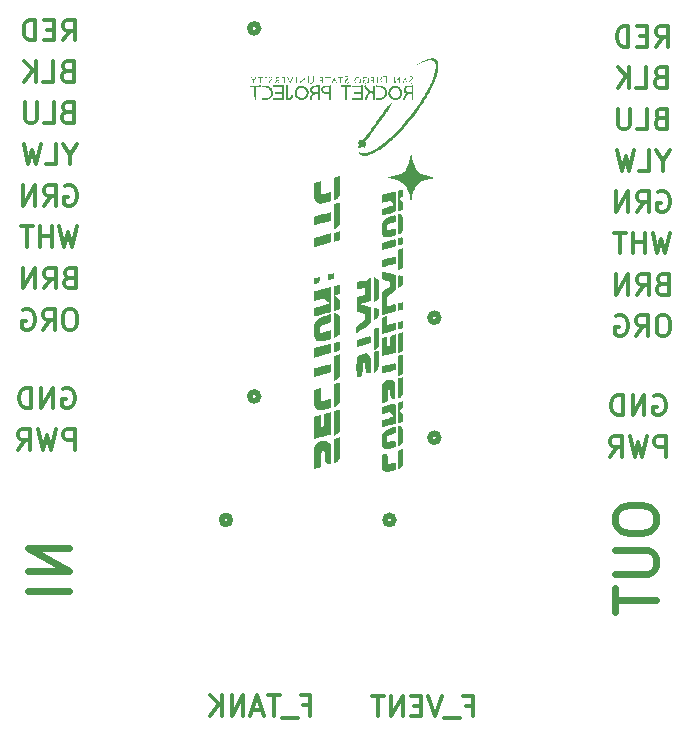
<source format=gbo>
G04 #@! TF.GenerationSoftware,KiCad,Pcbnew,9.0.0*
G04 #@! TF.CreationDate,2025-02-28T23:21:34-08:00*
G04 #@! TF.ProjectId,Constellation STAR ITC V1.1,436f6e73-7465-46c6-9c61-74696f6e2053,rev?*
G04 #@! TF.SameCoordinates,Original*
G04 #@! TF.FileFunction,Legend,Bot*
G04 #@! TF.FilePolarity,Positive*
%FSLAX46Y46*%
G04 Gerber Fmt 4.6, Leading zero omitted, Abs format (unit mm)*
G04 Created by KiCad (PCBNEW 9.0.0) date 2025-02-28 23:21:34*
%MOMM*%
%LPD*%
G01*
G04 APERTURE LIST*
%ADD10C,0.350000*%
%ADD11C,0.600000*%
%ADD12C,0.508000*%
%ADD13C,0.000000*%
%ADD14C,1.900000*%
%ADD15C,3.200000*%
G04 APERTURE END LIST*
D10*
X30528072Y-37210964D02*
X30278072Y-37294298D01*
X30278072Y-37294298D02*
X30194738Y-37377631D01*
X30194738Y-37377631D02*
X30111405Y-37544298D01*
X30111405Y-37544298D02*
X30111405Y-37794298D01*
X30111405Y-37794298D02*
X30194738Y-37960964D01*
X30194738Y-37960964D02*
X30278072Y-38044298D01*
X30278072Y-38044298D02*
X30444738Y-38127631D01*
X30444738Y-38127631D02*
X31111405Y-38127631D01*
X31111405Y-38127631D02*
X31111405Y-36377631D01*
X31111405Y-36377631D02*
X30528072Y-36377631D01*
X30528072Y-36377631D02*
X30361405Y-36460964D01*
X30361405Y-36460964D02*
X30278072Y-36544298D01*
X30278072Y-36544298D02*
X30194738Y-36710964D01*
X30194738Y-36710964D02*
X30194738Y-36877631D01*
X30194738Y-36877631D02*
X30278072Y-37044298D01*
X30278072Y-37044298D02*
X30361405Y-37127631D01*
X30361405Y-37127631D02*
X30528072Y-37210964D01*
X30528072Y-37210964D02*
X31111405Y-37210964D01*
X28528072Y-38127631D02*
X29361405Y-38127631D01*
X29361405Y-38127631D02*
X29361405Y-36377631D01*
X27944738Y-36377631D02*
X27944738Y-37794298D01*
X27944738Y-37794298D02*
X27861405Y-37960964D01*
X27861405Y-37960964D02*
X27778071Y-38044298D01*
X27778071Y-38044298D02*
X27611405Y-38127631D01*
X27611405Y-38127631D02*
X27278071Y-38127631D01*
X27278071Y-38127631D02*
X27111405Y-38044298D01*
X27111405Y-38044298D02*
X27028071Y-37960964D01*
X27028071Y-37960964D02*
X26944738Y-37794298D01*
X26944738Y-37794298D02*
X26944738Y-36377631D01*
X30143069Y-60614968D02*
X30309736Y-60531635D01*
X30309736Y-60531635D02*
X30559736Y-60531635D01*
X30559736Y-60531635D02*
X30809736Y-60614968D01*
X30809736Y-60614968D02*
X30976403Y-60781635D01*
X30976403Y-60781635D02*
X31059736Y-60948302D01*
X31059736Y-60948302D02*
X31143069Y-61281635D01*
X31143069Y-61281635D02*
X31143069Y-61531635D01*
X31143069Y-61531635D02*
X31059736Y-61864968D01*
X31059736Y-61864968D02*
X30976403Y-62031635D01*
X30976403Y-62031635D02*
X30809736Y-62198302D01*
X30809736Y-62198302D02*
X30559736Y-62281635D01*
X30559736Y-62281635D02*
X30393069Y-62281635D01*
X30393069Y-62281635D02*
X30143069Y-62198302D01*
X30143069Y-62198302D02*
X30059736Y-62114968D01*
X30059736Y-62114968D02*
X30059736Y-61531635D01*
X30059736Y-61531635D02*
X30393069Y-61531635D01*
X29309736Y-62281635D02*
X29309736Y-60531635D01*
X29309736Y-60531635D02*
X28309736Y-62281635D01*
X28309736Y-62281635D02*
X28309736Y-60531635D01*
X27476403Y-62281635D02*
X27476403Y-60531635D01*
X27476403Y-60531635D02*
X27059736Y-60531635D01*
X27059736Y-60531635D02*
X26809736Y-60614968D01*
X26809736Y-60614968D02*
X26643070Y-60781635D01*
X26643070Y-60781635D02*
X26559736Y-60948302D01*
X26559736Y-60948302D02*
X26476403Y-61281635D01*
X26476403Y-61281635D02*
X26476403Y-61531635D01*
X26476403Y-61531635D02*
X26559736Y-61864968D01*
X26559736Y-61864968D02*
X26643070Y-62031635D01*
X26643070Y-62031635D02*
X26809736Y-62198302D01*
X26809736Y-62198302D02*
X27059736Y-62281635D01*
X27059736Y-62281635D02*
X27476403Y-62281635D01*
X80954737Y-41318297D02*
X80954737Y-42151630D01*
X81538070Y-40401630D02*
X80954737Y-41318297D01*
X80954737Y-41318297D02*
X80371403Y-40401630D01*
X78954737Y-42151630D02*
X79788070Y-42151630D01*
X79788070Y-42151630D02*
X79788070Y-40401630D01*
X78538070Y-40401630D02*
X78121403Y-42151630D01*
X78121403Y-42151630D02*
X77788070Y-40901630D01*
X77788070Y-40901630D02*
X77454736Y-42151630D01*
X77454736Y-42151630D02*
X77038070Y-40401630D01*
D11*
X27159532Y-77751930D02*
X30659532Y-77751930D01*
X27159532Y-76085263D02*
X30659532Y-76085263D01*
X30659532Y-76085263D02*
X27159532Y-74085263D01*
X27159532Y-74085263D02*
X30659532Y-74085263D01*
D10*
X30486405Y-33710964D02*
X30236405Y-33794298D01*
X30236405Y-33794298D02*
X30153071Y-33877631D01*
X30153071Y-33877631D02*
X30069738Y-34044298D01*
X30069738Y-34044298D02*
X30069738Y-34294298D01*
X30069738Y-34294298D02*
X30153071Y-34460964D01*
X30153071Y-34460964D02*
X30236405Y-34544298D01*
X30236405Y-34544298D02*
X30403071Y-34627631D01*
X30403071Y-34627631D02*
X31069738Y-34627631D01*
X31069738Y-34627631D02*
X31069738Y-32877631D01*
X31069738Y-32877631D02*
X30486405Y-32877631D01*
X30486405Y-32877631D02*
X30319738Y-32960964D01*
X30319738Y-32960964D02*
X30236405Y-33044298D01*
X30236405Y-33044298D02*
X30153071Y-33210964D01*
X30153071Y-33210964D02*
X30153071Y-33377631D01*
X30153071Y-33377631D02*
X30236405Y-33544298D01*
X30236405Y-33544298D02*
X30319738Y-33627631D01*
X30319738Y-33627631D02*
X30486405Y-33710964D01*
X30486405Y-33710964D02*
X31069738Y-33710964D01*
X28486405Y-34627631D02*
X29319738Y-34627631D01*
X29319738Y-34627631D02*
X29319738Y-32877631D01*
X27903071Y-34627631D02*
X27903071Y-32877631D01*
X26903071Y-34627631D02*
X27653071Y-33627631D01*
X26903071Y-32877631D02*
X27903071Y-33877631D01*
X31143070Y-65781636D02*
X31143070Y-64031636D01*
X31143070Y-64031636D02*
X30476403Y-64031636D01*
X30476403Y-64031636D02*
X30309737Y-64114969D01*
X30309737Y-64114969D02*
X30226403Y-64198303D01*
X30226403Y-64198303D02*
X30143070Y-64364969D01*
X30143070Y-64364969D02*
X30143070Y-64614969D01*
X30143070Y-64614969D02*
X30226403Y-64781636D01*
X30226403Y-64781636D02*
X30309737Y-64864969D01*
X30309737Y-64864969D02*
X30476403Y-64948303D01*
X30476403Y-64948303D02*
X31143070Y-64948303D01*
X29559737Y-64031636D02*
X29143070Y-65781636D01*
X29143070Y-65781636D02*
X28809737Y-64531636D01*
X28809737Y-64531636D02*
X28476403Y-65781636D01*
X28476403Y-65781636D02*
X28059737Y-64031636D01*
X26393070Y-65781636D02*
X26976403Y-64948303D01*
X27393070Y-65781636D02*
X27393070Y-64031636D01*
X27393070Y-64031636D02*
X26726403Y-64031636D01*
X26726403Y-64031636D02*
X26559737Y-64114969D01*
X26559737Y-64114969D02*
X26476403Y-64198303D01*
X26476403Y-64198303D02*
X26393070Y-64364969D01*
X26393070Y-64364969D02*
X26393070Y-64614969D01*
X26393070Y-64614969D02*
X26476403Y-64781636D01*
X26476403Y-64781636D02*
X26559737Y-64864969D01*
X26559737Y-64864969D02*
X26726403Y-64948303D01*
X26726403Y-64948303D02*
X27393070Y-64948303D01*
X80218068Y-61214968D02*
X80384735Y-61131635D01*
X80384735Y-61131635D02*
X80634735Y-61131635D01*
X80634735Y-61131635D02*
X80884735Y-61214968D01*
X80884735Y-61214968D02*
X81051402Y-61381635D01*
X81051402Y-61381635D02*
X81134735Y-61548302D01*
X81134735Y-61548302D02*
X81218068Y-61881635D01*
X81218068Y-61881635D02*
X81218068Y-62131635D01*
X81218068Y-62131635D02*
X81134735Y-62464968D01*
X81134735Y-62464968D02*
X81051402Y-62631635D01*
X81051402Y-62631635D02*
X80884735Y-62798302D01*
X80884735Y-62798302D02*
X80634735Y-62881635D01*
X80634735Y-62881635D02*
X80468068Y-62881635D01*
X80468068Y-62881635D02*
X80218068Y-62798302D01*
X80218068Y-62798302D02*
X80134735Y-62714968D01*
X80134735Y-62714968D02*
X80134735Y-62131635D01*
X80134735Y-62131635D02*
X80468068Y-62131635D01*
X79384735Y-62881635D02*
X79384735Y-61131635D01*
X79384735Y-61131635D02*
X78384735Y-62881635D01*
X78384735Y-62881635D02*
X78384735Y-61131635D01*
X77551402Y-62881635D02*
X77551402Y-61131635D01*
X77551402Y-61131635D02*
X77134735Y-61131635D01*
X77134735Y-61131635D02*
X76884735Y-61214968D01*
X76884735Y-61214968D02*
X76718069Y-61381635D01*
X76718069Y-61381635D02*
X76634735Y-61548302D01*
X76634735Y-61548302D02*
X76551402Y-61881635D01*
X76551402Y-61881635D02*
X76551402Y-62131635D01*
X76551402Y-62131635D02*
X76634735Y-62464968D01*
X76634735Y-62464968D02*
X76718069Y-62631635D01*
X76718069Y-62631635D02*
X76884735Y-62798302D01*
X76884735Y-62798302D02*
X77134735Y-62881635D01*
X77134735Y-62881635D02*
X77551402Y-62881635D01*
X81218069Y-66381636D02*
X81218069Y-64631636D01*
X81218069Y-64631636D02*
X80551402Y-64631636D01*
X80551402Y-64631636D02*
X80384736Y-64714969D01*
X80384736Y-64714969D02*
X80301402Y-64798303D01*
X80301402Y-64798303D02*
X80218069Y-64964969D01*
X80218069Y-64964969D02*
X80218069Y-65214969D01*
X80218069Y-65214969D02*
X80301402Y-65381636D01*
X80301402Y-65381636D02*
X80384736Y-65464969D01*
X80384736Y-65464969D02*
X80551402Y-65548303D01*
X80551402Y-65548303D02*
X81218069Y-65548303D01*
X79634736Y-64631636D02*
X79218069Y-66381636D01*
X79218069Y-66381636D02*
X78884736Y-65131636D01*
X78884736Y-65131636D02*
X78551402Y-66381636D01*
X78551402Y-66381636D02*
X78134736Y-64631636D01*
X76468069Y-66381636D02*
X77051402Y-65548303D01*
X77468069Y-66381636D02*
X77468069Y-64631636D01*
X77468069Y-64631636D02*
X76801402Y-64631636D01*
X76801402Y-64631636D02*
X76634736Y-64714969D01*
X76634736Y-64714969D02*
X76551402Y-64798303D01*
X76551402Y-64798303D02*
X76468069Y-64964969D01*
X76468069Y-64964969D02*
X76468069Y-65214969D01*
X76468069Y-65214969D02*
X76551402Y-65381636D01*
X76551402Y-65381636D02*
X76634736Y-65464969D01*
X76634736Y-65464969D02*
X76801402Y-65548303D01*
X76801402Y-65548303D02*
X77468069Y-65548303D01*
X81163070Y-54401635D02*
X80829736Y-54401635D01*
X80829736Y-54401635D02*
X80663070Y-54484968D01*
X80663070Y-54484968D02*
X80496403Y-54651635D01*
X80496403Y-54651635D02*
X80413070Y-54984968D01*
X80413070Y-54984968D02*
X80413070Y-55568302D01*
X80413070Y-55568302D02*
X80496403Y-55901635D01*
X80496403Y-55901635D02*
X80663070Y-56068302D01*
X80663070Y-56068302D02*
X80829736Y-56151635D01*
X80829736Y-56151635D02*
X81163070Y-56151635D01*
X81163070Y-56151635D02*
X81329736Y-56068302D01*
X81329736Y-56068302D02*
X81496403Y-55901635D01*
X81496403Y-55901635D02*
X81579736Y-55568302D01*
X81579736Y-55568302D02*
X81579736Y-54984968D01*
X81579736Y-54984968D02*
X81496403Y-54651635D01*
X81496403Y-54651635D02*
X81329736Y-54484968D01*
X81329736Y-54484968D02*
X81163070Y-54401635D01*
X78663070Y-56151635D02*
X79246403Y-55318302D01*
X79663070Y-56151635D02*
X79663070Y-54401635D01*
X79663070Y-54401635D02*
X78996403Y-54401635D01*
X78996403Y-54401635D02*
X78829737Y-54484968D01*
X78829737Y-54484968D02*
X78746403Y-54568302D01*
X78746403Y-54568302D02*
X78663070Y-54734968D01*
X78663070Y-54734968D02*
X78663070Y-54984968D01*
X78663070Y-54984968D02*
X78746403Y-55151635D01*
X78746403Y-55151635D02*
X78829737Y-55234968D01*
X78829737Y-55234968D02*
X78996403Y-55318302D01*
X78996403Y-55318302D02*
X79663070Y-55318302D01*
X76996403Y-54484968D02*
X77163070Y-54401635D01*
X77163070Y-54401635D02*
X77413070Y-54401635D01*
X77413070Y-54401635D02*
X77663070Y-54484968D01*
X77663070Y-54484968D02*
X77829737Y-54651635D01*
X77829737Y-54651635D02*
X77913070Y-54818302D01*
X77913070Y-54818302D02*
X77996403Y-55151635D01*
X77996403Y-55151635D02*
X77996403Y-55401635D01*
X77996403Y-55401635D02*
X77913070Y-55734968D01*
X77913070Y-55734968D02*
X77829737Y-55901635D01*
X77829737Y-55901635D02*
X77663070Y-56068302D01*
X77663070Y-56068302D02*
X77413070Y-56151635D01*
X77413070Y-56151635D02*
X77246403Y-56151635D01*
X77246403Y-56151635D02*
X76996403Y-56068302D01*
X76996403Y-56068302D02*
X76913070Y-55984968D01*
X76913070Y-55984968D02*
X76913070Y-55401635D01*
X76913070Y-55401635D02*
X77246403Y-55401635D01*
X30944738Y-53877636D02*
X30611404Y-53877636D01*
X30611404Y-53877636D02*
X30444738Y-53960969D01*
X30444738Y-53960969D02*
X30278071Y-54127636D01*
X30278071Y-54127636D02*
X30194738Y-54460969D01*
X30194738Y-54460969D02*
X30194738Y-55044303D01*
X30194738Y-55044303D02*
X30278071Y-55377636D01*
X30278071Y-55377636D02*
X30444738Y-55544303D01*
X30444738Y-55544303D02*
X30611404Y-55627636D01*
X30611404Y-55627636D02*
X30944738Y-55627636D01*
X30944738Y-55627636D02*
X31111404Y-55544303D01*
X31111404Y-55544303D02*
X31278071Y-55377636D01*
X31278071Y-55377636D02*
X31361404Y-55044303D01*
X31361404Y-55044303D02*
X31361404Y-54460969D01*
X31361404Y-54460969D02*
X31278071Y-54127636D01*
X31278071Y-54127636D02*
X31111404Y-53960969D01*
X31111404Y-53960969D02*
X30944738Y-53877636D01*
X28444738Y-55627636D02*
X29028071Y-54794303D01*
X29444738Y-55627636D02*
X29444738Y-53877636D01*
X29444738Y-53877636D02*
X28778071Y-53877636D01*
X28778071Y-53877636D02*
X28611405Y-53960969D01*
X28611405Y-53960969D02*
X28528071Y-54044303D01*
X28528071Y-54044303D02*
X28444738Y-54210969D01*
X28444738Y-54210969D02*
X28444738Y-54460969D01*
X28444738Y-54460969D02*
X28528071Y-54627636D01*
X28528071Y-54627636D02*
X28611405Y-54710969D01*
X28611405Y-54710969D02*
X28778071Y-54794303D01*
X28778071Y-54794303D02*
X29444738Y-54794303D01*
X26778071Y-53960969D02*
X26944738Y-53877636D01*
X26944738Y-53877636D02*
X27194738Y-53877636D01*
X27194738Y-53877636D02*
X27444738Y-53960969D01*
X27444738Y-53960969D02*
X27611405Y-54127636D01*
X27611405Y-54127636D02*
X27694738Y-54294303D01*
X27694738Y-54294303D02*
X27778071Y-54627636D01*
X27778071Y-54627636D02*
X27778071Y-54877636D01*
X27778071Y-54877636D02*
X27694738Y-55210969D01*
X27694738Y-55210969D02*
X27611405Y-55377636D01*
X27611405Y-55377636D02*
X27444738Y-55544303D01*
X27444738Y-55544303D02*
X27194738Y-55627636D01*
X27194738Y-55627636D02*
X27028071Y-55627636D01*
X27028071Y-55627636D02*
X26778071Y-55544303D01*
X26778071Y-55544303D02*
X26694738Y-55460969D01*
X26694738Y-55460969D02*
X26694738Y-54877636D01*
X26694738Y-54877636D02*
X27028071Y-54877636D01*
X80913070Y-51734963D02*
X80663070Y-51818297D01*
X80663070Y-51818297D02*
X80579736Y-51901630D01*
X80579736Y-51901630D02*
X80496403Y-52068297D01*
X80496403Y-52068297D02*
X80496403Y-52318297D01*
X80496403Y-52318297D02*
X80579736Y-52484963D01*
X80579736Y-52484963D02*
X80663070Y-52568297D01*
X80663070Y-52568297D02*
X80829736Y-52651630D01*
X80829736Y-52651630D02*
X81496403Y-52651630D01*
X81496403Y-52651630D02*
X81496403Y-50901630D01*
X81496403Y-50901630D02*
X80913070Y-50901630D01*
X80913070Y-50901630D02*
X80746403Y-50984963D01*
X80746403Y-50984963D02*
X80663070Y-51068297D01*
X80663070Y-51068297D02*
X80579736Y-51234963D01*
X80579736Y-51234963D02*
X80579736Y-51401630D01*
X80579736Y-51401630D02*
X80663070Y-51568297D01*
X80663070Y-51568297D02*
X80746403Y-51651630D01*
X80746403Y-51651630D02*
X80913070Y-51734963D01*
X80913070Y-51734963D02*
X81496403Y-51734963D01*
X78746403Y-52651630D02*
X79329736Y-51818297D01*
X79746403Y-52651630D02*
X79746403Y-50901630D01*
X79746403Y-50901630D02*
X79079736Y-50901630D01*
X79079736Y-50901630D02*
X78913070Y-50984963D01*
X78913070Y-50984963D02*
X78829736Y-51068297D01*
X78829736Y-51068297D02*
X78746403Y-51234963D01*
X78746403Y-51234963D02*
X78746403Y-51484963D01*
X78746403Y-51484963D02*
X78829736Y-51651630D01*
X78829736Y-51651630D02*
X78913070Y-51734963D01*
X78913070Y-51734963D02*
X79079736Y-51818297D01*
X79079736Y-51818297D02*
X79746403Y-51818297D01*
X77996403Y-52651630D02*
X77996403Y-50901630D01*
X77996403Y-50901630D02*
X76996403Y-52651630D01*
X76996403Y-52651630D02*
X76996403Y-50901630D01*
X50524999Y-87424967D02*
X51108332Y-87424967D01*
X51108332Y-88341634D02*
X51108332Y-86591634D01*
X51108332Y-86591634D02*
X50274999Y-86591634D01*
X50024999Y-88508301D02*
X48691665Y-88508301D01*
X48524999Y-86591634D02*
X47524999Y-86591634D01*
X48024999Y-88341634D02*
X48024999Y-86591634D01*
X47024999Y-87841634D02*
X46191666Y-87841634D01*
X47191666Y-88341634D02*
X46608333Y-86591634D01*
X46608333Y-86591634D02*
X46024999Y-88341634D01*
X45441666Y-88341634D02*
X45441666Y-86591634D01*
X45441666Y-86591634D02*
X44441666Y-88341634D01*
X44441666Y-88341634D02*
X44441666Y-86591634D01*
X43608333Y-88341634D02*
X43608333Y-86591634D01*
X42608333Y-88341634D02*
X43358333Y-87341634D01*
X42608333Y-86591634D02*
X43608333Y-87591634D01*
X30736405Y-40794298D02*
X30736405Y-41627631D01*
X31319738Y-39877631D02*
X30736405Y-40794298D01*
X30736405Y-40794298D02*
X30153071Y-39877631D01*
X28736405Y-41627631D02*
X29569738Y-41627631D01*
X29569738Y-41627631D02*
X29569738Y-39877631D01*
X28319738Y-39877631D02*
X27903071Y-41627631D01*
X27903071Y-41627631D02*
X27569738Y-40377631D01*
X27569738Y-40377631D02*
X27236404Y-41627631D01*
X27236404Y-41627631D02*
X26819738Y-39877631D01*
X64251665Y-87444967D02*
X64834998Y-87444967D01*
X64834998Y-88361634D02*
X64834998Y-86611634D01*
X64834998Y-86611634D02*
X64001665Y-86611634D01*
X63751665Y-88528301D02*
X62418331Y-88528301D01*
X62251665Y-86611634D02*
X61668332Y-88361634D01*
X61668332Y-88361634D02*
X61084998Y-86611634D01*
X60501665Y-87444967D02*
X59918332Y-87444967D01*
X59668332Y-88361634D02*
X60501665Y-88361634D01*
X60501665Y-88361634D02*
X60501665Y-86611634D01*
X60501665Y-86611634D02*
X59668332Y-86611634D01*
X58918332Y-88361634D02*
X58918332Y-86611634D01*
X58918332Y-86611634D02*
X57918332Y-88361634D01*
X57918332Y-88361634D02*
X57918332Y-86611634D01*
X57334999Y-86611634D02*
X56334999Y-86611634D01*
X56834999Y-88361634D02*
X56834999Y-86611634D01*
X31361405Y-46877632D02*
X30944738Y-48627632D01*
X30944738Y-48627632D02*
X30611405Y-47377632D01*
X30611405Y-47377632D02*
X30278071Y-48627632D01*
X30278071Y-48627632D02*
X29861405Y-46877632D01*
X29194738Y-48627632D02*
X29194738Y-46877632D01*
X29194738Y-47710965D02*
X28194738Y-47710965D01*
X28194738Y-48627632D02*
X28194738Y-46877632D01*
X27611405Y-46877632D02*
X26611405Y-46877632D01*
X27111405Y-48627632D02*
X27111405Y-46877632D01*
X30361404Y-43460964D02*
X30528071Y-43377631D01*
X30528071Y-43377631D02*
X30778071Y-43377631D01*
X30778071Y-43377631D02*
X31028071Y-43460964D01*
X31028071Y-43460964D02*
X31194738Y-43627631D01*
X31194738Y-43627631D02*
X31278071Y-43794298D01*
X31278071Y-43794298D02*
X31361404Y-44127631D01*
X31361404Y-44127631D02*
X31361404Y-44377631D01*
X31361404Y-44377631D02*
X31278071Y-44710964D01*
X31278071Y-44710964D02*
X31194738Y-44877631D01*
X31194738Y-44877631D02*
X31028071Y-45044298D01*
X31028071Y-45044298D02*
X30778071Y-45127631D01*
X30778071Y-45127631D02*
X30611404Y-45127631D01*
X30611404Y-45127631D02*
X30361404Y-45044298D01*
X30361404Y-45044298D02*
X30278071Y-44960964D01*
X30278071Y-44960964D02*
X30278071Y-44377631D01*
X30278071Y-44377631D02*
X30611404Y-44377631D01*
X28528071Y-45127631D02*
X29111404Y-44294298D01*
X29528071Y-45127631D02*
X29528071Y-43377631D01*
X29528071Y-43377631D02*
X28861404Y-43377631D01*
X28861404Y-43377631D02*
X28694738Y-43460964D01*
X28694738Y-43460964D02*
X28611404Y-43544298D01*
X28611404Y-43544298D02*
X28528071Y-43710964D01*
X28528071Y-43710964D02*
X28528071Y-43960964D01*
X28528071Y-43960964D02*
X28611404Y-44127631D01*
X28611404Y-44127631D02*
X28694738Y-44210964D01*
X28694738Y-44210964D02*
X28861404Y-44294298D01*
X28861404Y-44294298D02*
X29528071Y-44294298D01*
X27778071Y-45127631D02*
X27778071Y-43377631D01*
X27778071Y-43377631D02*
X26778071Y-45127631D01*
X26778071Y-45127631D02*
X26778071Y-43377631D01*
X80371403Y-31651630D02*
X80954736Y-30818297D01*
X81371403Y-31651630D02*
X81371403Y-29901630D01*
X81371403Y-29901630D02*
X80704736Y-29901630D01*
X80704736Y-29901630D02*
X80538070Y-29984963D01*
X80538070Y-29984963D02*
X80454736Y-30068297D01*
X80454736Y-30068297D02*
X80371403Y-30234963D01*
X80371403Y-30234963D02*
X80371403Y-30484963D01*
X80371403Y-30484963D02*
X80454736Y-30651630D01*
X80454736Y-30651630D02*
X80538070Y-30734963D01*
X80538070Y-30734963D02*
X80704736Y-30818297D01*
X80704736Y-30818297D02*
X81371403Y-30818297D01*
X79621403Y-30734963D02*
X79038070Y-30734963D01*
X78788070Y-31651630D02*
X79621403Y-31651630D01*
X79621403Y-31651630D02*
X79621403Y-29901630D01*
X79621403Y-29901630D02*
X78788070Y-29901630D01*
X78038070Y-31651630D02*
X78038070Y-29901630D01*
X78038070Y-29901630D02*
X77621403Y-29901630D01*
X77621403Y-29901630D02*
X77371403Y-29984963D01*
X77371403Y-29984963D02*
X77204737Y-30151630D01*
X77204737Y-30151630D02*
X77121403Y-30318297D01*
X77121403Y-30318297D02*
X77038070Y-30651630D01*
X77038070Y-30651630D02*
X77038070Y-30901630D01*
X77038070Y-30901630D02*
X77121403Y-31234963D01*
X77121403Y-31234963D02*
X77204737Y-31401630D01*
X77204737Y-31401630D02*
X77371403Y-31568297D01*
X77371403Y-31568297D02*
X77621403Y-31651630D01*
X77621403Y-31651630D02*
X78038070Y-31651630D01*
X80704737Y-34234963D02*
X80454737Y-34318297D01*
X80454737Y-34318297D02*
X80371403Y-34401630D01*
X80371403Y-34401630D02*
X80288070Y-34568297D01*
X80288070Y-34568297D02*
X80288070Y-34818297D01*
X80288070Y-34818297D02*
X80371403Y-34984963D01*
X80371403Y-34984963D02*
X80454737Y-35068297D01*
X80454737Y-35068297D02*
X80621403Y-35151630D01*
X80621403Y-35151630D02*
X81288070Y-35151630D01*
X81288070Y-35151630D02*
X81288070Y-33401630D01*
X81288070Y-33401630D02*
X80704737Y-33401630D01*
X80704737Y-33401630D02*
X80538070Y-33484963D01*
X80538070Y-33484963D02*
X80454737Y-33568297D01*
X80454737Y-33568297D02*
X80371403Y-33734963D01*
X80371403Y-33734963D02*
X80371403Y-33901630D01*
X80371403Y-33901630D02*
X80454737Y-34068297D01*
X80454737Y-34068297D02*
X80538070Y-34151630D01*
X80538070Y-34151630D02*
X80704737Y-34234963D01*
X80704737Y-34234963D02*
X81288070Y-34234963D01*
X78704737Y-35151630D02*
X79538070Y-35151630D01*
X79538070Y-35151630D02*
X79538070Y-33401630D01*
X78121403Y-35151630D02*
X78121403Y-33401630D01*
X77121403Y-35151630D02*
X77871403Y-34151630D01*
X77121403Y-33401630D02*
X78121403Y-34401630D01*
X80579736Y-43984963D02*
X80746403Y-43901630D01*
X80746403Y-43901630D02*
X80996403Y-43901630D01*
X80996403Y-43901630D02*
X81246403Y-43984963D01*
X81246403Y-43984963D02*
X81413070Y-44151630D01*
X81413070Y-44151630D02*
X81496403Y-44318297D01*
X81496403Y-44318297D02*
X81579736Y-44651630D01*
X81579736Y-44651630D02*
X81579736Y-44901630D01*
X81579736Y-44901630D02*
X81496403Y-45234963D01*
X81496403Y-45234963D02*
X81413070Y-45401630D01*
X81413070Y-45401630D02*
X81246403Y-45568297D01*
X81246403Y-45568297D02*
X80996403Y-45651630D01*
X80996403Y-45651630D02*
X80829736Y-45651630D01*
X80829736Y-45651630D02*
X80579736Y-45568297D01*
X80579736Y-45568297D02*
X80496403Y-45484963D01*
X80496403Y-45484963D02*
X80496403Y-44901630D01*
X80496403Y-44901630D02*
X80829736Y-44901630D01*
X78746403Y-45651630D02*
X79329736Y-44818297D01*
X79746403Y-45651630D02*
X79746403Y-43901630D01*
X79746403Y-43901630D02*
X79079736Y-43901630D01*
X79079736Y-43901630D02*
X78913070Y-43984963D01*
X78913070Y-43984963D02*
X78829736Y-44068297D01*
X78829736Y-44068297D02*
X78746403Y-44234963D01*
X78746403Y-44234963D02*
X78746403Y-44484963D01*
X78746403Y-44484963D02*
X78829736Y-44651630D01*
X78829736Y-44651630D02*
X78913070Y-44734963D01*
X78913070Y-44734963D02*
X79079736Y-44818297D01*
X79079736Y-44818297D02*
X79746403Y-44818297D01*
X77996403Y-45651630D02*
X77996403Y-43901630D01*
X77996403Y-43901630D02*
X76996403Y-45651630D01*
X76996403Y-45651630D02*
X76996403Y-43901630D01*
X30694738Y-51210964D02*
X30444738Y-51294298D01*
X30444738Y-51294298D02*
X30361404Y-51377631D01*
X30361404Y-51377631D02*
X30278071Y-51544298D01*
X30278071Y-51544298D02*
X30278071Y-51794298D01*
X30278071Y-51794298D02*
X30361404Y-51960964D01*
X30361404Y-51960964D02*
X30444738Y-52044298D01*
X30444738Y-52044298D02*
X30611404Y-52127631D01*
X30611404Y-52127631D02*
X31278071Y-52127631D01*
X31278071Y-52127631D02*
X31278071Y-50377631D01*
X31278071Y-50377631D02*
X30694738Y-50377631D01*
X30694738Y-50377631D02*
X30528071Y-50460964D01*
X30528071Y-50460964D02*
X30444738Y-50544298D01*
X30444738Y-50544298D02*
X30361404Y-50710964D01*
X30361404Y-50710964D02*
X30361404Y-50877631D01*
X30361404Y-50877631D02*
X30444738Y-51044298D01*
X30444738Y-51044298D02*
X30528071Y-51127631D01*
X30528071Y-51127631D02*
X30694738Y-51210964D01*
X30694738Y-51210964D02*
X31278071Y-51210964D01*
X28528071Y-52127631D02*
X29111404Y-51294298D01*
X29528071Y-52127631D02*
X29528071Y-50377631D01*
X29528071Y-50377631D02*
X28861404Y-50377631D01*
X28861404Y-50377631D02*
X28694738Y-50460964D01*
X28694738Y-50460964D02*
X28611404Y-50544298D01*
X28611404Y-50544298D02*
X28528071Y-50710964D01*
X28528071Y-50710964D02*
X28528071Y-50960964D01*
X28528071Y-50960964D02*
X28611404Y-51127631D01*
X28611404Y-51127631D02*
X28694738Y-51210964D01*
X28694738Y-51210964D02*
X28861404Y-51294298D01*
X28861404Y-51294298D02*
X29528071Y-51294298D01*
X27778071Y-52127631D02*
X27778071Y-50377631D01*
X27778071Y-50377631D02*
X26778071Y-52127631D01*
X26778071Y-52127631D02*
X26778071Y-50377631D01*
X30153071Y-31127631D02*
X30736404Y-30294298D01*
X31153071Y-31127631D02*
X31153071Y-29377631D01*
X31153071Y-29377631D02*
X30486404Y-29377631D01*
X30486404Y-29377631D02*
X30319738Y-29460964D01*
X30319738Y-29460964D02*
X30236404Y-29544298D01*
X30236404Y-29544298D02*
X30153071Y-29710964D01*
X30153071Y-29710964D02*
X30153071Y-29960964D01*
X30153071Y-29960964D02*
X30236404Y-30127631D01*
X30236404Y-30127631D02*
X30319738Y-30210964D01*
X30319738Y-30210964D02*
X30486404Y-30294298D01*
X30486404Y-30294298D02*
X31153071Y-30294298D01*
X29403071Y-30210964D02*
X28819738Y-30210964D01*
X28569738Y-31127631D02*
X29403071Y-31127631D01*
X29403071Y-31127631D02*
X29403071Y-29377631D01*
X29403071Y-29377631D02*
X28569738Y-29377631D01*
X27819738Y-31127631D02*
X27819738Y-29377631D01*
X27819738Y-29377631D02*
X27403071Y-29377631D01*
X27403071Y-29377631D02*
X27153071Y-29460964D01*
X27153071Y-29460964D02*
X26986405Y-29627631D01*
X26986405Y-29627631D02*
X26903071Y-29794298D01*
X26903071Y-29794298D02*
X26819738Y-30127631D01*
X26819738Y-30127631D02*
X26819738Y-30377631D01*
X26819738Y-30377631D02*
X26903071Y-30710964D01*
X26903071Y-30710964D02*
X26986405Y-30877631D01*
X26986405Y-30877631D02*
X27153071Y-31044298D01*
X27153071Y-31044298D02*
X27403071Y-31127631D01*
X27403071Y-31127631D02*
X27819738Y-31127631D01*
X81579737Y-47401631D02*
X81163070Y-49151631D01*
X81163070Y-49151631D02*
X80829737Y-47901631D01*
X80829737Y-47901631D02*
X80496403Y-49151631D01*
X80496403Y-49151631D02*
X80079737Y-47401631D01*
X79413070Y-49151631D02*
X79413070Y-47401631D01*
X79413070Y-48234964D02*
X78413070Y-48234964D01*
X78413070Y-49151631D02*
X78413070Y-47401631D01*
X77829737Y-47401631D02*
X76829737Y-47401631D01*
X77329737Y-49151631D02*
X77329737Y-47401631D01*
D11*
X76880467Y-71314736D02*
X76880467Y-71981402D01*
X76880467Y-71981402D02*
X77047134Y-72314736D01*
X77047134Y-72314736D02*
X77380467Y-72648069D01*
X77380467Y-72648069D02*
X78047134Y-72814736D01*
X78047134Y-72814736D02*
X79213801Y-72814736D01*
X79213801Y-72814736D02*
X79880467Y-72648069D01*
X79880467Y-72648069D02*
X80213801Y-72314736D01*
X80213801Y-72314736D02*
X80380467Y-71981402D01*
X80380467Y-71981402D02*
X80380467Y-71314736D01*
X80380467Y-71314736D02*
X80213801Y-70981402D01*
X80213801Y-70981402D02*
X79880467Y-70648069D01*
X79880467Y-70648069D02*
X79213801Y-70481402D01*
X79213801Y-70481402D02*
X78047134Y-70481402D01*
X78047134Y-70481402D02*
X77380467Y-70648069D01*
X77380467Y-70648069D02*
X77047134Y-70981402D01*
X77047134Y-70981402D02*
X76880467Y-71314736D01*
X76880467Y-74314736D02*
X79713801Y-74314736D01*
X79713801Y-74314736D02*
X80047134Y-74481403D01*
X80047134Y-74481403D02*
X80213801Y-74648069D01*
X80213801Y-74648069D02*
X80380467Y-74981403D01*
X80380467Y-74981403D02*
X80380467Y-75648069D01*
X80380467Y-75648069D02*
X80213801Y-75981403D01*
X80213801Y-75981403D02*
X80047134Y-76148069D01*
X80047134Y-76148069D02*
X79713801Y-76314736D01*
X79713801Y-76314736D02*
X76880467Y-76314736D01*
X76880467Y-77481403D02*
X76880467Y-79481403D01*
X80380467Y-78481403D02*
X76880467Y-78481403D01*
D10*
X80746404Y-37734963D02*
X80496404Y-37818297D01*
X80496404Y-37818297D02*
X80413070Y-37901630D01*
X80413070Y-37901630D02*
X80329737Y-38068297D01*
X80329737Y-38068297D02*
X80329737Y-38318297D01*
X80329737Y-38318297D02*
X80413070Y-38484963D01*
X80413070Y-38484963D02*
X80496404Y-38568297D01*
X80496404Y-38568297D02*
X80663070Y-38651630D01*
X80663070Y-38651630D02*
X81329737Y-38651630D01*
X81329737Y-38651630D02*
X81329737Y-36901630D01*
X81329737Y-36901630D02*
X80746404Y-36901630D01*
X80746404Y-36901630D02*
X80579737Y-36984963D01*
X80579737Y-36984963D02*
X80496404Y-37068297D01*
X80496404Y-37068297D02*
X80413070Y-37234963D01*
X80413070Y-37234963D02*
X80413070Y-37401630D01*
X80413070Y-37401630D02*
X80496404Y-37568297D01*
X80496404Y-37568297D02*
X80579737Y-37651630D01*
X80579737Y-37651630D02*
X80746404Y-37734963D01*
X80746404Y-37734963D02*
X81329737Y-37734963D01*
X78746404Y-38651630D02*
X79579737Y-38651630D01*
X79579737Y-38651630D02*
X79579737Y-36901630D01*
X78163070Y-36901630D02*
X78163070Y-38318297D01*
X78163070Y-38318297D02*
X78079737Y-38484963D01*
X78079737Y-38484963D02*
X77996403Y-38568297D01*
X77996403Y-38568297D02*
X77829737Y-38651630D01*
X77829737Y-38651630D02*
X77496403Y-38651630D01*
X77496403Y-38651630D02*
X77329737Y-38568297D01*
X77329737Y-38568297D02*
X77246403Y-38484963D01*
X77246403Y-38484963D02*
X77163070Y-38318297D01*
X77163070Y-38318297D02*
X77163070Y-36901630D01*
D12*
X46731000Y-61270000D02*
G75*
G02*
X45969000Y-61270000I-381000J0D01*
G01*
X45969000Y-61270000D02*
G75*
G02*
X46731000Y-61270000I381000J0D01*
G01*
X61981000Y-64770000D02*
G75*
G02*
X61219000Y-64770000I-381000J0D01*
G01*
X61219000Y-64770000D02*
G75*
G02*
X61981000Y-64770000I381000J0D01*
G01*
X61981000Y-54610000D02*
G75*
G02*
X61219000Y-54610000I-381000J0D01*
G01*
X61219000Y-54610000D02*
G75*
G02*
X61981000Y-54610000I381000J0D01*
G01*
X44340999Y-71730000D02*
G75*
G02*
X43578999Y-71730000I-381000J0D01*
G01*
X43578999Y-71730000D02*
G75*
G02*
X44340999Y-71730000I381000J0D01*
G01*
X58180999Y-71730000D02*
G75*
G02*
X57418999Y-71730000I-381000J0D01*
G01*
X57418999Y-71730000D02*
G75*
G02*
X58180999Y-71730000I381000J0D01*
G01*
X46731000Y-30109995D02*
G75*
G02*
X45969000Y-30109995I-381000J0D01*
G01*
X45969000Y-30109995D02*
G75*
G02*
X46731000Y-30109995I381000J0D01*
G01*
D13*
G36*
X58943667Y-53579202D02*
G01*
X58939094Y-53732974D01*
X58925489Y-53861426D01*
X58906008Y-53919479D01*
X58897209Y-53923805D01*
X58811149Y-53949587D01*
X58679802Y-53978125D01*
X58491254Y-54013497D01*
X58506208Y-53698820D01*
X58521163Y-53384144D01*
X58732415Y-53323172D01*
X58943667Y-53262199D01*
X58943667Y-53579202D01*
G37*
G36*
X58943667Y-49553091D02*
G01*
X58943667Y-50363094D01*
X58766854Y-50467416D01*
X58727870Y-50489759D01*
X58612037Y-50548275D01*
X58542001Y-50571739D01*
X58533560Y-50561888D01*
X58518490Y-50472084D01*
X58508894Y-50295866D01*
X58505132Y-50042123D01*
X58507562Y-49719743D01*
X58521163Y-48867746D01*
X58732415Y-48805417D01*
X58943667Y-48743088D01*
X58943667Y-49553091D01*
G37*
G36*
X58943667Y-58549960D02*
G01*
X58943667Y-59359963D01*
X58766854Y-59464285D01*
X58727870Y-59486628D01*
X58612037Y-59545144D01*
X58542001Y-59568607D01*
X58533560Y-59558757D01*
X58518490Y-59468953D01*
X58508894Y-59292735D01*
X58505132Y-59038991D01*
X58507562Y-58716612D01*
X58521163Y-57864615D01*
X58732415Y-57802286D01*
X58943667Y-57739957D01*
X58943667Y-58549960D01*
G37*
G36*
X58943667Y-60363899D02*
G01*
X58943667Y-61098995D01*
X58799459Y-61253371D01*
X58764905Y-61288137D01*
X58656999Y-61373559D01*
X58574577Y-61407747D01*
X58566716Y-61407324D01*
X58539158Y-61392658D01*
X58520154Y-61346969D01*
X58508598Y-61256587D01*
X58503381Y-61107844D01*
X58503396Y-60887072D01*
X58507535Y-60580601D01*
X58521163Y-59753456D01*
X58732415Y-59691129D01*
X58943667Y-59628803D01*
X58943667Y-60363899D01*
G37*
G36*
X56211457Y-56204439D02*
G01*
X56250291Y-56260481D01*
X56258323Y-56362683D01*
X56250065Y-56515911D01*
X56234665Y-56756062D01*
X55663041Y-56917868D01*
X55439823Y-56980373D01*
X55249258Y-57032437D01*
X55113983Y-57067944D01*
X55054137Y-57081480D01*
X55036374Y-57044443D01*
X55022265Y-56932541D01*
X55016857Y-56771649D01*
X55016857Y-56460012D01*
X55616400Y-56303360D01*
X55765032Y-56264587D01*
X55983339Y-56211359D01*
X56127311Y-56189686D01*
X56211457Y-56204439D01*
G37*
G36*
X58923427Y-47821653D02*
G01*
X58938044Y-47930033D01*
X58943667Y-48087646D01*
X58941022Y-48239151D01*
X58925603Y-48343507D01*
X58887334Y-48399848D01*
X58816165Y-48435592D01*
X58712968Y-48466424D01*
X58592486Y-48484068D01*
X58553133Y-48479273D01*
X58516663Y-48443809D01*
X58500171Y-48354314D01*
X58496309Y-48188165D01*
X58496309Y-47892263D01*
X58682709Y-47840497D01*
X58716029Y-47831401D01*
X58838168Y-47800904D01*
X58906388Y-47788455D01*
X58923427Y-47821653D01*
G37*
G36*
X58930854Y-54896558D02*
G01*
X58941756Y-54989737D01*
X58943667Y-55162382D01*
X58943667Y-55484969D01*
X58770667Y-55542064D01*
X58747797Y-55549206D01*
X58624048Y-55574189D01*
X58546988Y-55567839D01*
X58526987Y-55533298D01*
X58504898Y-55420998D01*
X58496309Y-55264836D01*
X58497079Y-55159428D01*
X58510596Y-55050015D01*
X58557202Y-54982000D01*
X58657434Y-54931502D01*
X58831828Y-54874635D01*
X58851082Y-54868841D01*
X58903213Y-54862906D01*
X58930854Y-54896558D01*
G37*
G36*
X58736007Y-63801951D02*
G01*
X58825774Y-63839983D01*
X58885795Y-63921749D01*
X58921698Y-64061102D01*
X58939114Y-64271897D01*
X58943667Y-64567987D01*
X58943667Y-65177791D01*
X58790724Y-65330733D01*
X58751132Y-65368169D01*
X58643708Y-65450739D01*
X58567045Y-65483676D01*
X58546170Y-65474971D01*
X58525401Y-65430725D01*
X58511088Y-65337599D01*
X58502173Y-65182964D01*
X58497599Y-64954196D01*
X58496309Y-64638667D01*
X58496309Y-63793657D01*
X58629088Y-63793657D01*
X58736007Y-63801951D01*
G37*
G36*
X56877302Y-55466656D02*
G01*
X56888597Y-55573396D01*
X56897598Y-55751581D01*
X56903551Y-55984771D01*
X56905703Y-56256523D01*
X56905703Y-57070075D01*
X56707944Y-57200946D01*
X56643096Y-57242948D01*
X56537422Y-57306711D01*
X56484263Y-57331817D01*
X56476577Y-57291520D01*
X56469285Y-57166606D01*
X56463511Y-56972483D01*
X56459712Y-56724859D01*
X56458345Y-56439437D01*
X56458345Y-55547058D01*
X56644744Y-55495292D01*
X56678064Y-55486195D01*
X56800205Y-55455699D01*
X56868424Y-55443249D01*
X56877302Y-55466656D01*
G37*
G36*
X58311719Y-47981356D02*
G01*
X58326364Y-48017901D01*
X58339054Y-48133393D01*
X58337607Y-48290517D01*
X58322337Y-48558516D01*
X57860115Y-48690488D01*
X57749973Y-48721821D01*
X57543865Y-48779850D01*
X57376416Y-48826227D01*
X57276064Y-48853036D01*
X57252113Y-48858855D01*
X57196271Y-48863138D01*
X57167132Y-48829380D01*
X57156012Y-48737125D01*
X57154235Y-48565915D01*
X57154235Y-48248217D01*
X57712398Y-48094207D01*
X57923554Y-48039755D01*
X58114046Y-47998407D01*
X58250273Y-47977654D01*
X58311719Y-47981356D01*
G37*
G36*
X58943667Y-56625827D02*
G01*
X58943667Y-57412924D01*
X58750500Y-57521489D01*
X58696058Y-57551422D01*
X58585052Y-57607718D01*
X58526821Y-57630056D01*
X58519437Y-57605666D01*
X58510236Y-57497696D01*
X58502907Y-57318437D01*
X58498061Y-57084288D01*
X58496309Y-56811648D01*
X58496272Y-56652748D01*
X58497735Y-56382754D01*
X58505327Y-56190299D01*
X58523958Y-56060535D01*
X58558531Y-55978611D01*
X58613956Y-55929681D01*
X58695134Y-55898896D01*
X58806975Y-55871406D01*
X58943667Y-55838730D01*
X58943667Y-56625827D01*
G37*
G36*
X58943667Y-66404867D02*
G01*
X58943667Y-67084224D01*
X58774665Y-67253226D01*
X58718379Y-67306692D01*
X58615856Y-67389570D01*
X58550986Y-67422228D01*
X58547071Y-67421303D01*
X58524497Y-67365423D01*
X58508675Y-67220630D01*
X58499360Y-66983485D01*
X58496309Y-66650548D01*
X58496049Y-66492580D01*
X58496198Y-66241459D01*
X58502256Y-66065792D01*
X58520241Y-65949607D01*
X58556173Y-65876939D01*
X58616069Y-65831820D01*
X58705947Y-65798279D01*
X58831828Y-65760350D01*
X58943667Y-65725510D01*
X58943667Y-66404867D01*
G37*
G36*
X56878457Y-57420554D02*
G01*
X56881353Y-57427294D01*
X56890911Y-57508713D01*
X56898642Y-57665287D01*
X56903816Y-57878054D01*
X56905703Y-58128053D01*
X56904987Y-58352169D01*
X56900602Y-58565478D01*
X56889905Y-58714445D01*
X56870287Y-58818753D01*
X56839143Y-58898081D01*
X56793863Y-58972113D01*
X56779869Y-58991977D01*
X56673193Y-59118590D01*
X56570184Y-59209206D01*
X56458345Y-59282495D01*
X56458345Y-58387762D01*
X56458345Y-57493029D01*
X56654778Y-57443169D01*
X56699023Y-57432791D01*
X56817658Y-57414563D01*
X56878457Y-57420554D01*
G37*
G36*
X58324545Y-49492790D02*
G01*
X58340849Y-49599614D01*
X58347190Y-49752600D01*
X58347190Y-50021136D01*
X58135938Y-50077025D01*
X57993662Y-50115073D01*
X57788125Y-50170663D01*
X57577739Y-50228061D01*
X57561111Y-50232609D01*
X57388241Y-50278427D01*
X57256236Y-50310883D01*
X57192514Y-50323207D01*
X57175494Y-50292565D01*
X57160149Y-50186659D01*
X57154235Y-50031232D01*
X57154235Y-49739257D01*
X57713433Y-49590335D01*
X57924248Y-49536449D01*
X58114460Y-49492464D01*
X58249834Y-49466435D01*
X58309910Y-49462738D01*
X58324545Y-49492790D01*
G37*
G36*
X58324545Y-58489659D02*
G01*
X58340849Y-58596483D01*
X58347190Y-58749469D01*
X58347190Y-59018005D01*
X58135939Y-59073895D01*
X57993662Y-59111942D01*
X57788125Y-59167532D01*
X57577739Y-59224930D01*
X57561111Y-59229478D01*
X57388241Y-59275295D01*
X57256236Y-59307752D01*
X57192514Y-59320076D01*
X57175494Y-59289434D01*
X57160149Y-59183528D01*
X57154235Y-59028101D01*
X57154235Y-58736126D01*
X57713433Y-58587203D01*
X57924248Y-58533318D01*
X58114460Y-58489333D01*
X58249834Y-58463304D01*
X58309910Y-58459607D01*
X58324545Y-58489659D01*
G37*
G36*
X58663140Y-51026472D02*
G01*
X58788335Y-51050163D01*
X58943667Y-51081230D01*
X58943667Y-51417178D01*
X58943449Y-51496221D01*
X58936576Y-51648592D01*
X58910025Y-51749181D01*
X58850498Y-51832456D01*
X58744698Y-51932883D01*
X58664524Y-52003509D01*
X58568583Y-52082082D01*
X58521019Y-52112639D01*
X58512445Y-52078498D01*
X58504085Y-51963151D01*
X58498404Y-51785586D01*
X58496309Y-51565868D01*
X58496307Y-51548438D01*
X58497176Y-51307934D01*
X58505678Y-51150702D01*
X58530428Y-51061525D01*
X58580044Y-51025187D01*
X58663140Y-51026472D01*
G37*
G36*
X56645864Y-53755472D02*
G01*
X56778201Y-53801429D01*
X56781796Y-53802804D01*
X56849733Y-53837377D01*
X56886928Y-53892280D01*
X56902534Y-53993854D01*
X56905703Y-54168444D01*
X56905636Y-54211710D01*
X56899919Y-54372255D01*
X56874559Y-54477328D01*
X56815011Y-54563349D01*
X56706734Y-54666738D01*
X56626560Y-54737365D01*
X56530618Y-54815937D01*
X56483055Y-54846494D01*
X56474481Y-54812353D01*
X56466122Y-54697006D01*
X56460440Y-54519442D01*
X56458345Y-54299723D01*
X56460251Y-54057165D01*
X56471668Y-53883095D01*
X56500884Y-53783396D01*
X56556189Y-53745158D01*
X56645864Y-53755472D01*
G37*
G36*
X58706023Y-45867134D02*
G01*
X58833195Y-45927004D01*
X58868966Y-45954976D01*
X58903583Y-46000594D01*
X58925465Y-46072230D01*
X58937508Y-46188231D01*
X58942611Y-46366945D01*
X58943667Y-46626718D01*
X58943666Y-46662640D01*
X58942762Y-46910343D01*
X58937584Y-47081057D01*
X58924345Y-47194797D01*
X58899255Y-47271582D01*
X58858528Y-47331427D01*
X58798372Y-47394349D01*
X58766906Y-47424146D01*
X58657446Y-47506551D01*
X58574693Y-47539645D01*
X58569645Y-47539430D01*
X58542076Y-47524735D01*
X58522297Y-47477401D01*
X58509070Y-47384076D01*
X58501155Y-47231409D01*
X58497314Y-47006046D01*
X58496309Y-46694635D01*
X58496309Y-45849626D01*
X58609515Y-45849626D01*
X58706023Y-45867134D01*
G37*
G36*
X56565630Y-51168390D02*
G01*
X56671635Y-51206247D01*
X56783696Y-51290223D01*
X56819045Y-51327196D01*
X56854813Y-51377597D01*
X56879079Y-51443992D01*
X56894071Y-51543065D01*
X56902020Y-51691500D01*
X56905153Y-51905979D01*
X56905703Y-52203187D01*
X56905703Y-52994146D01*
X56707943Y-53125016D01*
X56643096Y-53167018D01*
X56537423Y-53230781D01*
X56484263Y-53255888D01*
X56481688Y-53250736D01*
X56474246Y-53174311D01*
X56467830Y-53017709D01*
X56462801Y-52795451D01*
X56459519Y-52522058D01*
X56458345Y-52212052D01*
X56458496Y-51945839D01*
X56459793Y-51664454D01*
X56463462Y-51460691D01*
X56470719Y-51322032D01*
X56482784Y-51235969D01*
X56500877Y-51189987D01*
X56526215Y-51171574D01*
X56560018Y-51168217D01*
X56565630Y-51168390D01*
G37*
G36*
X57566463Y-66146685D02*
G01*
X57620831Y-66211800D01*
X57645491Y-66349375D01*
X57651300Y-66572725D01*
X57651640Y-66623826D01*
X57658763Y-66804061D01*
X57673223Y-66936153D01*
X57692520Y-66994479D01*
X57722020Y-66998805D01*
X57828094Y-66984611D01*
X57973806Y-66947706D01*
X58144070Y-66898584D01*
X58264102Y-66880390D01*
X58323919Y-66913734D01*
X58342079Y-67010644D01*
X58337135Y-67183143D01*
X58322337Y-67490830D01*
X57974392Y-67580247D01*
X57711685Y-67634067D01*
X57514596Y-67638366D01*
X57368209Y-67589894D01*
X57254254Y-67486268D01*
X57213802Y-67425430D01*
X57183095Y-67343022D01*
X57164997Y-67225198D01*
X57156409Y-67050645D01*
X57154235Y-66798049D01*
X57154235Y-66236983D01*
X57330258Y-66178890D01*
X57471534Y-66140713D01*
X57566463Y-66146685D01*
G37*
G36*
X57579678Y-54456831D02*
G01*
X57598033Y-54578885D01*
X57601593Y-54791470D01*
X57601574Y-54855395D01*
X57605472Y-55041329D01*
X57627953Y-55146183D01*
X57685314Y-55184463D01*
X57793852Y-55170679D01*
X57969865Y-55119342D01*
X58145966Y-55068204D01*
X58264986Y-55050447D01*
X58324214Y-55084280D01*
X58342111Y-55181490D01*
X58337135Y-55353864D01*
X58322337Y-55662408D01*
X57750712Y-55824270D01*
X57748942Y-55824772D01*
X57526616Y-55887589D01*
X57342756Y-55939283D01*
X57216420Y-55974512D01*
X57166662Y-55987938D01*
X57165566Y-55985492D01*
X57161410Y-55919176D01*
X57158417Y-55775869D01*
X57156851Y-55573784D01*
X57156985Y-55331132D01*
X57159735Y-54672522D01*
X57301108Y-54561040D01*
X57320746Y-54545596D01*
X57452544Y-54449014D01*
X57535018Y-54416482D01*
X57579678Y-54456831D01*
G37*
G36*
X58933407Y-61994332D02*
G01*
X58932873Y-62006253D01*
X58921631Y-62179189D01*
X58901552Y-62278231D01*
X58863474Y-62327589D01*
X58798233Y-62351470D01*
X58740768Y-62368390D01*
X58670923Y-62422231D01*
X58688639Y-62504495D01*
X58793758Y-62624798D01*
X58862195Y-62695946D01*
X58915394Y-62783758D01*
X58938583Y-62898914D01*
X58943667Y-63077350D01*
X58943623Y-63120110D01*
X58939325Y-63272787D01*
X58919629Y-63358978D01*
X58872808Y-63405919D01*
X58787131Y-63440849D01*
X58783479Y-63442116D01*
X58654788Y-63479805D01*
X58562278Y-63495417D01*
X58543470Y-63487390D01*
X58523756Y-63443025D01*
X58511102Y-63348821D01*
X58504715Y-63192401D01*
X58503800Y-62961393D01*
X58507562Y-62643422D01*
X58521163Y-61791425D01*
X58734581Y-61728457D01*
X58948000Y-61665488D01*
X58933407Y-61994332D01*
G37*
G36*
X58924750Y-43804288D02*
G01*
X58938438Y-43920555D01*
X58943667Y-44085046D01*
X58941973Y-44216568D01*
X58930818Y-44337153D01*
X58904279Y-44394221D01*
X58856681Y-44408899D01*
X58811252Y-44413951D01*
X58695710Y-44456438D01*
X58691046Y-44459481D01*
X58660916Y-44500779D01*
X58688515Y-44563496D01*
X58782696Y-44669295D01*
X58869601Y-44767411D01*
X58918538Y-44859388D01*
X58939332Y-44979095D01*
X58943667Y-45162315D01*
X58943515Y-45249213D01*
X58938356Y-45388853D01*
X58917863Y-45464243D01*
X58871401Y-45499895D01*
X58788335Y-45520320D01*
X58660128Y-45542042D01*
X58564656Y-45551387D01*
X58548107Y-45545245D01*
X58526810Y-45503200D01*
X58511976Y-45410774D01*
X58502610Y-45255718D01*
X58497718Y-45025782D01*
X58496309Y-44708713D01*
X58496309Y-43866040D01*
X58682710Y-43814274D01*
X58716029Y-43805178D01*
X58838169Y-43774681D01*
X58906388Y-43762232D01*
X58924750Y-43804288D01*
G37*
G36*
X58347190Y-56796868D02*
G01*
X58347190Y-57565351D01*
X57812847Y-57703923D01*
X57629133Y-57751992D01*
X57432688Y-57804458D01*
X57287610Y-57844448D01*
X57216368Y-57865860D01*
X57214075Y-57866585D01*
X57190111Y-57849527D01*
X57173053Y-57776935D01*
X57161993Y-57637852D01*
X57156023Y-57421321D01*
X57154235Y-57116390D01*
X57154992Y-56961875D01*
X57159684Y-56713824D01*
X57167953Y-56512502D01*
X57178966Y-56375468D01*
X57191893Y-56320281D01*
X57199973Y-56316254D01*
X57285051Y-56290544D01*
X57415572Y-56262109D01*
X57601593Y-56227212D01*
X57601594Y-56633852D01*
X57602349Y-56799230D01*
X57608406Y-56933858D01*
X57625274Y-57003491D01*
X57658451Y-57027340D01*
X57713432Y-57024609D01*
X57748974Y-57017521D01*
X57791414Y-56990281D01*
X57816522Y-56925992D01*
X57830522Y-56803868D01*
X57839637Y-56603125D01*
X57851398Y-56388413D01*
X57877408Y-56239028D01*
X57929451Y-56148809D01*
X58019815Y-56097092D01*
X58160791Y-56063219D01*
X58347190Y-56028386D01*
X58347190Y-56796868D01*
G37*
G36*
X58294409Y-61906744D02*
G01*
X58332067Y-61997329D01*
X58344841Y-62154527D01*
X58342781Y-62389224D01*
X58335937Y-62712308D01*
X58322337Y-63569512D01*
X57860115Y-63701661D01*
X57750268Y-63732949D01*
X57543544Y-63791208D01*
X57375138Y-63837878D01*
X57273652Y-63864992D01*
X57249637Y-63870896D01*
X57192344Y-63876696D01*
X57164440Y-63845153D01*
X57157789Y-63755618D01*
X57164249Y-63587443D01*
X57179088Y-63278712D01*
X57651300Y-63149814D01*
X57782108Y-63111899D01*
X57958005Y-63052525D01*
X58078692Y-63000742D01*
X58123511Y-62964654D01*
X58120699Y-62950063D01*
X58074314Y-62866023D01*
X57989004Y-62757430D01*
X57854497Y-62606469D01*
X57516951Y-62702998D01*
X57503609Y-62706810D01*
X57337544Y-62753667D01*
X57216031Y-62786899D01*
X57164549Y-62799528D01*
X57164456Y-62799520D01*
X57159059Y-62753177D01*
X57159032Y-62633496D01*
X57164390Y-62466116D01*
X57179088Y-62132704D01*
X57676153Y-61997639D01*
X57693915Y-61992795D01*
X57931619Y-61925797D01*
X58104236Y-61881866D01*
X58221815Y-61871885D01*
X58294409Y-61906744D01*
G37*
G36*
X57935358Y-59874618D02*
G01*
X58059531Y-59913144D01*
X58166439Y-59997891D01*
X58185968Y-60017610D01*
X58232308Y-60071374D01*
X58263621Y-60132430D01*
X58282852Y-60219201D01*
X58292943Y-60350111D01*
X58296839Y-60543585D01*
X58297484Y-60818048D01*
X58297483Y-61507160D01*
X58176768Y-61507160D01*
X58081239Y-61494713D01*
X57980632Y-61431353D01*
X57910270Y-61303993D01*
X57864554Y-61101131D01*
X57837885Y-60811269D01*
X57831555Y-60735285D01*
X57802980Y-60622219D01*
X57750712Y-60587590D01*
X57731268Y-60591976D01*
X57702855Y-60630586D01*
X57683551Y-60721960D01*
X57670792Y-60881646D01*
X57662012Y-61125188D01*
X57647870Y-61662785D01*
X57477209Y-61734092D01*
X57457915Y-61741959D01*
X57325306Y-61787011D01*
X57230391Y-61805399D01*
X57207042Y-61798319D01*
X57184442Y-61760943D01*
X57169208Y-61679053D01*
X57159992Y-61538929D01*
X57155450Y-61326851D01*
X57154235Y-61029101D01*
X57154235Y-60252803D01*
X57347213Y-60059825D01*
X57409082Y-59999678D01*
X57520438Y-59913078D01*
X57632057Y-59875203D01*
X57787793Y-59866847D01*
X57935358Y-59874618D01*
G37*
G36*
X56011140Y-57704695D02*
G01*
X56060431Y-57735007D01*
X56140726Y-57820426D01*
X56197428Y-57949409D01*
X56233863Y-58135783D01*
X56253359Y-58393379D01*
X56259242Y-58736025D01*
X56259519Y-59320076D01*
X56119900Y-59320076D01*
X56024989Y-59314421D01*
X55908553Y-59273684D01*
X55833839Y-59180463D01*
X55790971Y-59019359D01*
X55770063Y-58774977D01*
X55763156Y-58636213D01*
X55750843Y-58490819D01*
X55731174Y-58413305D01*
X55698013Y-58384523D01*
X55645227Y-58385329D01*
X55616348Y-58391021D01*
X55579772Y-58413151D01*
X55555821Y-58465832D01*
X55541004Y-58566277D01*
X55531832Y-58731698D01*
X55524816Y-58979313D01*
X55510858Y-59558119D01*
X55334886Y-59591131D01*
X55320918Y-59593794D01*
X55183373Y-59624016D01*
X55087887Y-59651400D01*
X55066534Y-59637926D01*
X55041508Y-59547237D01*
X55023653Y-59389106D01*
X55012900Y-59182338D01*
X55009185Y-58945736D01*
X55012440Y-58698105D01*
X55022598Y-58458244D01*
X55039594Y-58244960D01*
X55063360Y-58077056D01*
X55093830Y-57973335D01*
X55153652Y-57881579D01*
X55327909Y-57732842D01*
X55546762Y-57648554D01*
X55783433Y-57636558D01*
X56011140Y-57704695D01*
G37*
G36*
X58296829Y-63867813D02*
G01*
X58317097Y-63898578D01*
X58338923Y-64004793D01*
X58345523Y-64145558D01*
X58335922Y-64281102D01*
X58309149Y-64371649D01*
X58259054Y-64407428D01*
X58136734Y-64462028D01*
X57974392Y-64517880D01*
X57833430Y-64563452D01*
X57692518Y-64616008D01*
X57614020Y-64654290D01*
X57594711Y-64677557D01*
X57563144Y-64780525D01*
X57553143Y-64915676D01*
X57565809Y-65040200D01*
X57602246Y-65111282D01*
X57650411Y-65116777D01*
X57772407Y-65100254D01*
X57931165Y-65061426D01*
X58076089Y-65022431D01*
X58223304Y-65002230D01*
X58305248Y-65034810D01*
X58337933Y-65129388D01*
X58337380Y-65295184D01*
X58322337Y-65555161D01*
X58048951Y-65640649D01*
X57808796Y-65704392D01*
X57580077Y-65728811D01*
X57407153Y-65694483D01*
X57276128Y-65600684D01*
X57237988Y-65556745D01*
X57193205Y-65482792D01*
X57167937Y-65386487D01*
X57156756Y-65242162D01*
X57154235Y-65024146D01*
X57156608Y-64878780D01*
X57182700Y-64603533D01*
X57243410Y-64397348D01*
X57345947Y-64241151D01*
X57497522Y-64115860D01*
X57553249Y-64082954D01*
X57712426Y-64008453D01*
X57894654Y-63940912D01*
X58071652Y-63889108D01*
X58215138Y-63861816D01*
X58296829Y-63867813D01*
G37*
G36*
X58311854Y-45943526D02*
G01*
X58324557Y-45970590D01*
X58338943Y-46078075D01*
X58337770Y-46227916D01*
X58322337Y-46470956D01*
X57949538Y-46596478D01*
X57576740Y-46722000D01*
X57561590Y-46956850D01*
X57561459Y-46958882D01*
X57559223Y-47091184D01*
X57584439Y-47166809D01*
X57653760Y-47191886D01*
X57783838Y-47172537D01*
X57991324Y-47114886D01*
X58095424Y-47087471D01*
X58227068Y-47064520D01*
X58298585Y-47068115D01*
X58315299Y-47093651D01*
X58338206Y-47197442D01*
X58347190Y-47346289D01*
X58345290Y-47461487D01*
X58326669Y-47560942D01*
X58271714Y-47619791D01*
X58160848Y-47672283D01*
X58080450Y-47700339D01*
X57890539Y-47746427D01*
X57692894Y-47775677D01*
X57580071Y-47784223D01*
X57454504Y-47780241D01*
X57367669Y-47746144D01*
X57282759Y-47672688D01*
X57232624Y-47618427D01*
X57190004Y-47548158D01*
X57166432Y-47453726D01*
X57156359Y-47310057D01*
X57154235Y-47092078D01*
X57157373Y-46909467D01*
X57179645Y-46676049D01*
X57230568Y-46501376D01*
X57318621Y-46360936D01*
X57452277Y-46230216D01*
X57464174Y-46220666D01*
X57586843Y-46146351D01*
X57752162Y-46071545D01*
X57933727Y-46005052D01*
X58105134Y-45955681D01*
X58239977Y-45932237D01*
X58311854Y-45943526D01*
G37*
G36*
X58321880Y-43939558D02*
G01*
X58331965Y-44052340D01*
X58339984Y-44235805D01*
X58345279Y-44473756D01*
X58347190Y-44749997D01*
X58345893Y-45012489D01*
X58339779Y-45283241D01*
X58328043Y-45471220D01*
X58310023Y-45585887D01*
X58285057Y-45636699D01*
X58263919Y-45647424D01*
X58160957Y-45684415D01*
X57999047Y-45735390D01*
X57803391Y-45793179D01*
X57599192Y-45850610D01*
X57411656Y-45900512D01*
X57265982Y-45935711D01*
X57187380Y-45949038D01*
X57172634Y-45918331D01*
X57159353Y-45812353D01*
X57154235Y-45656855D01*
X57154235Y-45364671D01*
X57651300Y-45225849D01*
X57805128Y-45180089D01*
X57982428Y-45118852D01*
X58103533Y-45066278D01*
X58148364Y-45030268D01*
X58144527Y-45013850D01*
X58092271Y-44932349D01*
X57998350Y-44829786D01*
X57848337Y-44686064D01*
X57530407Y-44770780D01*
X57370230Y-44812451D01*
X57242868Y-44843593D01*
X57183356Y-44855496D01*
X57169095Y-44814074D01*
X57158345Y-44698326D01*
X57154235Y-44534320D01*
X57154235Y-44213144D01*
X57365487Y-44158440D01*
X57510909Y-44120109D01*
X57716835Y-44064832D01*
X57927855Y-44007404D01*
X57948782Y-44001680D01*
X58121239Y-43955814D01*
X58251610Y-43923376D01*
X58313081Y-43911074D01*
X58321880Y-43939558D01*
G37*
G36*
X57263387Y-50728705D02*
G01*
X57393638Y-50752629D01*
X57580344Y-50790081D01*
X57800419Y-50836547D01*
X58322337Y-50949259D01*
X58335446Y-51617935D01*
X58348556Y-52286612D01*
X57975075Y-52574214D01*
X57601593Y-52861816D01*
X57601593Y-53232825D01*
X57601592Y-53243544D01*
X57604394Y-53440440D01*
X57625135Y-53553039D01*
X57682208Y-53595816D01*
X57794005Y-53583248D01*
X57978918Y-53529811D01*
X58147657Y-53480513D01*
X58266356Y-53461772D01*
X58325017Y-53494491D01*
X58342367Y-53590869D01*
X58337135Y-53763100D01*
X58322337Y-54071486D01*
X57850313Y-54208141D01*
X57728965Y-54243136D01*
X57524730Y-54301411D01*
X57361408Y-54347234D01*
X57266262Y-54372913D01*
X57154235Y-54401030D01*
X57154235Y-53413593D01*
X57154235Y-52426157D01*
X57501373Y-52182412D01*
X57646862Y-52078630D01*
X57759613Y-51987826D01*
X57820034Y-51914125D01*
X57844482Y-51836425D01*
X57849318Y-51733628D01*
X57849225Y-51692132D01*
X57837877Y-51579931D01*
X57792537Y-51525775D01*
X57691287Y-51496821D01*
X57680367Y-51494608D01*
X57515904Y-51457604D01*
X57343342Y-51414132D01*
X57154235Y-51363211D01*
X57154235Y-51042035D01*
X57158945Y-50880358D01*
X57179005Y-50759865D01*
X57216368Y-50722347D01*
X57263387Y-50728705D01*
G37*
G36*
X59678048Y-40793015D02*
G01*
X59690116Y-40891406D01*
X59690130Y-40892575D01*
X59703287Y-40997181D01*
X59736157Y-41161751D01*
X59781744Y-41351191D01*
X59806578Y-41442627D01*
X59924270Y-41782859D01*
X60071161Y-42050781D01*
X60261198Y-42258901D01*
X60508326Y-42419721D01*
X60826491Y-42545747D01*
X61229641Y-42649485D01*
X61320439Y-42669621D01*
X61484055Y-42713412D01*
X61552849Y-42750607D01*
X61525825Y-42785594D01*
X61401990Y-42822761D01*
X61180342Y-42866496D01*
X60871464Y-42942080D01*
X60571251Y-43055702D01*
X60318977Y-43193192D01*
X60140380Y-43342765D01*
X60080175Y-43420511D01*
X59943964Y-43669209D01*
X59825819Y-43989896D01*
X59733385Y-44363394D01*
X59697840Y-44531352D01*
X59657788Y-44670584D01*
X59624102Y-44714818D01*
X59594527Y-44666268D01*
X59566809Y-44527152D01*
X59504599Y-44224456D01*
X59412587Y-43917870D01*
X59302701Y-43641976D01*
X59186822Y-43431046D01*
X59130198Y-43358210D01*
X58902295Y-43166662D01*
X58583713Y-43011164D01*
X58173217Y-42891058D01*
X58169569Y-42890238D01*
X57983258Y-42847445D01*
X57827091Y-42809965D01*
X57734540Y-42785822D01*
X57684302Y-42767870D01*
X57668461Y-42746359D01*
X57717008Y-42721765D01*
X57841063Y-42689090D01*
X58051753Y-42643339D01*
X58091971Y-42634658D01*
X58440970Y-42536492D01*
X58748576Y-42409758D01*
X58995450Y-42263782D01*
X59162251Y-42107887D01*
X59193273Y-42064628D01*
X59328877Y-41810442D01*
X59447451Y-41479533D01*
X59542153Y-41090232D01*
X59566236Y-40982313D01*
X59609115Y-40847866D01*
X59648717Y-40781634D01*
X59678048Y-40793015D01*
G37*
G36*
X56222136Y-51270839D02*
G01*
X56241827Y-51383818D01*
X56250898Y-51569675D01*
X56252090Y-51837244D01*
X56248143Y-52195362D01*
X56234665Y-53172801D01*
X55799734Y-53298076D01*
X55700572Y-53327506D01*
X55528254Y-53383508D01*
X55409220Y-53428995D01*
X55364802Y-53456214D01*
X55375257Y-53465663D01*
X55458715Y-53497146D01*
X55607484Y-53538887D01*
X55799734Y-53584451D01*
X56234665Y-53679824D01*
X56248459Y-54326798D01*
X56262252Y-54973772D01*
X55999927Y-55224879D01*
X55732874Y-55453220D01*
X55407905Y-55686162D01*
X55077390Y-55884536D01*
X55066336Y-55890418D01*
X55009836Y-55913500D01*
X54980297Y-55893329D01*
X54968981Y-55811188D01*
X54967151Y-55648356D01*
X54967151Y-55353178D01*
X55363122Y-55087409D01*
X55759093Y-54821641D01*
X55760774Y-54564536D01*
X55760379Y-54446786D01*
X55746517Y-54363584D01*
X55702688Y-54305168D01*
X55612412Y-54258782D01*
X55459209Y-54211670D01*
X55226599Y-54151077D01*
X55013834Y-54096252D01*
X55027773Y-53491614D01*
X55041710Y-52886977D01*
X55389656Y-52778644D01*
X55737601Y-52670312D01*
X55752398Y-52366623D01*
X55755834Y-52218991D01*
X55736870Y-52105970D01*
X55676534Y-52061309D01*
X55558090Y-52075114D01*
X55364802Y-52137492D01*
X55251829Y-52176157D01*
X55119808Y-52207103D01*
X55049626Y-52182559D01*
X55021804Y-52090227D01*
X55016857Y-51917808D01*
X55016857Y-51623564D01*
X55270463Y-51539330D01*
X55348454Y-51516511D01*
X55536648Y-51482283D01*
X55687511Y-51481618D01*
X55773957Y-51489169D01*
X55878782Y-51459269D01*
X55989976Y-51363032D01*
X56071940Y-51280812D01*
X56139933Y-51228170D01*
X56189085Y-51221902D01*
X56222136Y-51270839D01*
G37*
G36*
X51882714Y-51394080D02*
G01*
X51876727Y-51642239D01*
X51706400Y-51689932D01*
X51687065Y-51695328D01*
X51600246Y-51719109D01*
X51525602Y-51738907D01*
X51477523Y-51750887D01*
X51418973Y-51764148D01*
X51418972Y-51519944D01*
X51418973Y-51275740D01*
X51583978Y-51231042D01*
X51595601Y-51227890D01*
X51684401Y-51203632D01*
X51764162Y-51181569D01*
X51818842Y-51166132D01*
X51888701Y-51145921D01*
X51882714Y-51394080D01*
G37*
G36*
X53083709Y-50828304D02*
G01*
X53093169Y-50867841D01*
X53098976Y-50947076D01*
X53100952Y-51064116D01*
X53100952Y-51304266D01*
X52882720Y-51362556D01*
X52812699Y-51381019D01*
X52732354Y-51401518D01*
X52674535Y-51415437D01*
X52648521Y-51420479D01*
X52642712Y-51403719D01*
X52637441Y-51352268D01*
X52633868Y-51274453D01*
X52632553Y-51178756D01*
X52632553Y-50937402D01*
X52844063Y-50880684D01*
X52907250Y-50864010D01*
X52988929Y-50843352D01*
X53049211Y-50829210D01*
X53078264Y-50823967D01*
X53083709Y-50828304D01*
G37*
G36*
X53227100Y-54236690D02*
G01*
X53353315Y-54256737D01*
X53469613Y-54302372D01*
X53554495Y-54373410D01*
X53610514Y-54471413D01*
X53615253Y-54493623D01*
X53621498Y-54561001D01*
X53626501Y-54666556D01*
X53630180Y-54807640D01*
X53632448Y-54981604D01*
X53633224Y-55185799D01*
X53633223Y-55840250D01*
X53578973Y-55949117D01*
X53508882Y-56057791D01*
X53398670Y-56171497D01*
X53267696Y-56264251D01*
X53127564Y-56326358D01*
X53079661Y-56341170D01*
X53079661Y-55282749D01*
X53079661Y-54224329D01*
X53227100Y-54236690D01*
G37*
G36*
X52883211Y-47843387D02*
G01*
X52877398Y-48231987D01*
X52164154Y-48430790D01*
X52023590Y-48469896D01*
X51866913Y-48513301D01*
X51727270Y-48551787D01*
X51609458Y-48584041D01*
X51518270Y-48608751D01*
X51458500Y-48624609D01*
X51434942Y-48630300D01*
X51430039Y-48611659D01*
X51425608Y-48556898D01*
X51422105Y-48472640D01*
X51419802Y-48365538D01*
X51418973Y-48242244D01*
X51418973Y-47853483D01*
X52105604Y-47666644D01*
X52216921Y-47636362D01*
X52375788Y-47593177D01*
X52519640Y-47554109D01*
X52643266Y-47520572D01*
X52741447Y-47493982D01*
X52808974Y-47475752D01*
X52840629Y-47467296D01*
X52889023Y-47454787D01*
X52883211Y-47843387D01*
G37*
G36*
X52883211Y-57190076D02*
G01*
X52877398Y-57578676D01*
X52164153Y-57777479D01*
X52023591Y-57816586D01*
X51866913Y-57859990D01*
X51727270Y-57898476D01*
X51609458Y-57930730D01*
X51518270Y-57955441D01*
X51458500Y-57971298D01*
X51434942Y-57976989D01*
X51430039Y-57958348D01*
X51425608Y-57903588D01*
X51422105Y-57819329D01*
X51419802Y-57712227D01*
X51418972Y-57588934D01*
X51418973Y-57200172D01*
X52105604Y-57013333D01*
X52216921Y-56983051D01*
X52375787Y-56939866D01*
X52519640Y-56900798D01*
X52643265Y-56867261D01*
X52741447Y-56840671D01*
X52808974Y-56822441D01*
X52840629Y-56813986D01*
X52889024Y-56801476D01*
X52883211Y-57190076D01*
G37*
G36*
X53610109Y-47270052D02*
G01*
X53619254Y-47287032D01*
X53625829Y-47328952D01*
X53630143Y-47400217D01*
X53632505Y-47505233D01*
X53633224Y-47648404D01*
X53633224Y-48028416D01*
X53393701Y-48096607D01*
X53304557Y-48122012D01*
X53217207Y-48146964D01*
X53151236Y-48165873D01*
X53116433Y-48175937D01*
X53104065Y-48177533D01*
X53094178Y-48170070D01*
X53087563Y-48147647D01*
X53083755Y-48104740D01*
X53082286Y-48035829D01*
X53082688Y-47935390D01*
X53084497Y-47797902D01*
X53090306Y-47408727D01*
X53335151Y-47339333D01*
X53430341Y-47312867D01*
X53514830Y-47290371D01*
X53576620Y-47275020D01*
X53606610Y-47269167D01*
X53610109Y-47270052D01*
G37*
G36*
X53610109Y-56616741D02*
G01*
X53619255Y-56633721D01*
X53625829Y-56675641D01*
X53630143Y-56746906D01*
X53632505Y-56851922D01*
X53633224Y-56995093D01*
X53633223Y-57375106D01*
X53393701Y-57443295D01*
X53304557Y-57468701D01*
X53217207Y-57493653D01*
X53151236Y-57512562D01*
X53116433Y-57522626D01*
X53104065Y-57524222D01*
X53094179Y-57516760D01*
X53087564Y-57494336D01*
X53083755Y-57451429D01*
X53082286Y-57382518D01*
X53082688Y-57282079D01*
X53084497Y-57144591D01*
X53090306Y-56755416D01*
X53335151Y-56686022D01*
X53430341Y-56659556D01*
X53514831Y-56637060D01*
X53576620Y-56621709D01*
X53606610Y-56615855D01*
X53610109Y-56616741D01*
G37*
G36*
X52863100Y-45672368D02*
G01*
X52872968Y-45685759D01*
X52880063Y-45723767D01*
X52884719Y-45790878D01*
X52887267Y-45891578D01*
X52888043Y-46030347D01*
X52888043Y-46389117D01*
X52167847Y-46583910D01*
X52021985Y-46623278D01*
X51864826Y-46665497D01*
X51724886Y-46702877D01*
X51606940Y-46734153D01*
X51515761Y-46758059D01*
X51456126Y-46773331D01*
X51432808Y-46778703D01*
X51429018Y-46765052D01*
X51425490Y-46715164D01*
X51423330Y-46635205D01*
X51422709Y-46532046D01*
X51423793Y-46412556D01*
X51429619Y-46046410D01*
X52132217Y-45859621D01*
X52260359Y-45825660D01*
X52417977Y-45784201D01*
X52559222Y-45747398D01*
X52679140Y-45716523D01*
X52772782Y-45692852D01*
X52835196Y-45677654D01*
X52861429Y-45672204D01*
X52863100Y-45672368D01*
G37*
G36*
X53616092Y-62396079D02*
G01*
X53621273Y-62447818D01*
X53625542Y-62541166D01*
X53628883Y-62675567D01*
X53631286Y-62850465D01*
X53632737Y-63065298D01*
X53633223Y-63319512D01*
X53633223Y-64254119D01*
X53366603Y-64426637D01*
X53320860Y-64456139D01*
X53232327Y-64512640D01*
X53159983Y-64558007D01*
X53110317Y-64588194D01*
X53089822Y-64599155D01*
X53089577Y-64598852D01*
X53087577Y-64573423D01*
X53085716Y-64509979D01*
X53084032Y-64412599D01*
X53082566Y-64285361D01*
X53081354Y-64132346D01*
X53080440Y-63957631D01*
X53079862Y-63765295D01*
X53079661Y-63559419D01*
X53079661Y-62519682D01*
X53334987Y-62452294D01*
X53340803Y-62450760D01*
X53439739Y-62425130D01*
X53523685Y-62404197D01*
X53583932Y-62390082D01*
X53611768Y-62384905D01*
X53616092Y-62396079D01*
G37*
G36*
X53619976Y-44855573D02*
G01*
X53623071Y-44908090D01*
X53625881Y-44995460D01*
X53628338Y-45113457D01*
X53630370Y-45257850D01*
X53631909Y-45424407D01*
X53632883Y-45608899D01*
X53633223Y-45807095D01*
X53633224Y-46772955D01*
X53375409Y-46935510D01*
X53339812Y-46957840D01*
X53250088Y-47013053D01*
X53175303Y-47057555D01*
X53122427Y-47087256D01*
X53098429Y-47098066D01*
X53094890Y-47081904D01*
X53091410Y-47026326D01*
X53088538Y-46934275D01*
X53086318Y-46809000D01*
X53084791Y-46653746D01*
X53083998Y-46471759D01*
X53083982Y-46266285D01*
X53084784Y-46040572D01*
X53090306Y-44983078D01*
X53345797Y-44912410D01*
X53353349Y-44910323D01*
X53451303Y-44883590D01*
X53533562Y-44861738D01*
X53591692Y-44846969D01*
X53617255Y-44841488D01*
X53619976Y-44855573D01*
G37*
G36*
X53621273Y-64741655D02*
G01*
X53625325Y-64792907D01*
X53628538Y-64876641D01*
X53630936Y-64987341D01*
X53632540Y-65119494D01*
X53633378Y-65267587D01*
X53633468Y-65426106D01*
X53632837Y-65589536D01*
X53631507Y-65752363D01*
X53629501Y-65909075D01*
X53626842Y-66054157D01*
X53623555Y-66182095D01*
X53619662Y-66287375D01*
X53615187Y-66364484D01*
X53610152Y-66407907D01*
X53585183Y-66483406D01*
X53522907Y-66595304D01*
X53436922Y-66705734D01*
X53336292Y-66804890D01*
X53230085Y-66882969D01*
X53127362Y-66930161D01*
X53079253Y-66944149D01*
X53084780Y-65906133D01*
X53090306Y-64868117D01*
X53345797Y-64798342D01*
X53353133Y-64796339D01*
X53451158Y-64769874D01*
X53533487Y-64748153D01*
X53591669Y-64733373D01*
X53617255Y-64727733D01*
X53621273Y-64741655D01*
G37*
G36*
X53604002Y-57701954D02*
G01*
X53611375Y-57709271D01*
X53617349Y-57726708D01*
X53622035Y-57757872D01*
X53625545Y-57806369D01*
X53627987Y-57875805D01*
X53629478Y-57969787D01*
X53630124Y-58091923D01*
X53630039Y-58245819D01*
X53629333Y-58435081D01*
X53628117Y-58663316D01*
X53622578Y-59625718D01*
X53367087Y-59790669D01*
X53331953Y-59813266D01*
X53243339Y-59869438D01*
X53169856Y-59914853D01*
X53118341Y-59945329D01*
X53095629Y-59956684D01*
X53094969Y-59955826D01*
X53091877Y-59927129D01*
X53089000Y-59860714D01*
X53086399Y-59760611D01*
X53084135Y-59630851D01*
X53082269Y-59475465D01*
X53080860Y-59298483D01*
X53079971Y-59103939D01*
X53079661Y-58895859D01*
X53079661Y-57833972D01*
X53321433Y-57767443D01*
X53412941Y-57742948D01*
X53499721Y-57721134D01*
X53564753Y-57706355D01*
X53598431Y-57700916D01*
X53604002Y-57701954D01*
G37*
G36*
X52872231Y-58521338D02*
G01*
X52879500Y-58540657D01*
X52883724Y-58579858D01*
X52885414Y-58644615D01*
X52885079Y-58740597D01*
X52883230Y-58873478D01*
X52877399Y-59240181D01*
X52419644Y-59365007D01*
X52403093Y-59369520D01*
X52247220Y-59411942D01*
X52086550Y-59455555D01*
X51932550Y-59497251D01*
X51796688Y-59533926D01*
X51690431Y-59562474D01*
X51418973Y-59635115D01*
X51418972Y-59264159D01*
X51419410Y-59161013D01*
X51420927Y-59054089D01*
X51423335Y-58969261D01*
X51426432Y-58913356D01*
X51430013Y-58893204D01*
X51447651Y-58889054D01*
X51501304Y-58875380D01*
X51585192Y-58853640D01*
X51693538Y-58825356D01*
X51820568Y-58792056D01*
X51960502Y-58755262D01*
X52107563Y-58716501D01*
X52255975Y-58677295D01*
X52399961Y-58639171D01*
X52533743Y-58603651D01*
X52651544Y-58572262D01*
X52747587Y-58546528D01*
X52816096Y-58527972D01*
X52851294Y-58518121D01*
X52861409Y-58516231D01*
X52872231Y-58521338D01*
G37*
G36*
X53625179Y-60116530D02*
G01*
X53627208Y-60140336D01*
X53628889Y-60202377D01*
X53630043Y-60297364D01*
X53630646Y-60420319D01*
X53630675Y-60566266D01*
X53630106Y-60730227D01*
X53628917Y-60907226D01*
X53628605Y-60944968D01*
X53626865Y-61148070D01*
X53624760Y-61314146D01*
X53621493Y-61447953D01*
X53616269Y-61554252D01*
X53608287Y-61637800D01*
X53596752Y-61703358D01*
X53580864Y-61755683D01*
X53559827Y-61799535D01*
X53532843Y-61839672D01*
X53499114Y-61880854D01*
X53457843Y-61927840D01*
X53400001Y-61984956D01*
X53322976Y-62046373D01*
X53242697Y-62099258D01*
X53170245Y-62136381D01*
X53116701Y-62150506D01*
X53108702Y-62149013D01*
X53101205Y-62141488D01*
X53095169Y-62124255D01*
X53090470Y-62093663D01*
X53086989Y-62046059D01*
X53084600Y-61977789D01*
X53083182Y-61885204D01*
X53082612Y-61764647D01*
X53082766Y-61612469D01*
X53083526Y-61425015D01*
X53084764Y-61198634D01*
X53090306Y-60246562D01*
X53352704Y-60168416D01*
X53384311Y-60159079D01*
X53492235Y-60129009D01*
X53565481Y-60112441D01*
X53608358Y-60108555D01*
X53625179Y-60116530D01*
G37*
G36*
X53618445Y-42605872D02*
G01*
X53622178Y-42630052D01*
X53625282Y-42691714D01*
X53627691Y-42786184D01*
X53629341Y-42908795D01*
X53630167Y-43054878D01*
X53630105Y-43219762D01*
X53629088Y-43398778D01*
X53628292Y-43497082D01*
X53626505Y-43695201D01*
X53624112Y-43857337D01*
X53620284Y-43988087D01*
X53614189Y-44092052D01*
X53605002Y-44173829D01*
X53591893Y-44238018D01*
X53574032Y-44289218D01*
X53550591Y-44332027D01*
X53520740Y-44371045D01*
X53483651Y-44410869D01*
X53438495Y-44456100D01*
X53432165Y-44462327D01*
X53367111Y-44518754D01*
X53291306Y-44574709D01*
X53215439Y-44623290D01*
X53150199Y-44657591D01*
X53106274Y-44670707D01*
X53101073Y-44665670D01*
X53095368Y-44642657D01*
X53090697Y-44598238D01*
X53086974Y-44529389D01*
X53084117Y-44433084D01*
X53082042Y-44306300D01*
X53080663Y-44146011D01*
X53079897Y-43949192D01*
X53079661Y-43712818D01*
X53079758Y-43555069D01*
X53080145Y-43368230D01*
X53080794Y-43198476D01*
X53081674Y-43050058D01*
X53082753Y-42927225D01*
X53083998Y-42834227D01*
X53085379Y-42775312D01*
X53086863Y-42754729D01*
X53087223Y-42754692D01*
X53112100Y-42748170D01*
X53169112Y-42732046D01*
X53250200Y-42708625D01*
X53347307Y-42680210D01*
X53353692Y-42678334D01*
X53451296Y-42650056D01*
X53533550Y-42626966D01*
X53591970Y-42611401D01*
X53618074Y-42605693D01*
X53618445Y-42605872D01*
G37*
G36*
X53617012Y-51813709D02*
G01*
X53624366Y-51854968D01*
X53629403Y-51930330D01*
X53632297Y-52042606D01*
X53633223Y-52194614D01*
X53633223Y-52585880D01*
X53456388Y-52630231D01*
X53406096Y-52642619D01*
X53313823Y-52665497D01*
X53253960Y-52685271D01*
X53225638Y-52707922D01*
X53227988Y-52739426D01*
X53260142Y-52785760D01*
X53321232Y-52852903D01*
X53410388Y-52946831D01*
X53634265Y-53184661D01*
X53628421Y-53542579D01*
X53622578Y-53900496D01*
X53388378Y-53968549D01*
X53303790Y-53992510D01*
X53217141Y-54015641D01*
X53151566Y-54031556D01*
X53116920Y-54037745D01*
X53113728Y-54037630D01*
X53105735Y-54033929D01*
X53099096Y-54022508D01*
X53093686Y-53999879D01*
X53089379Y-53962557D01*
X53086052Y-53907057D01*
X53083579Y-53829890D01*
X53081837Y-53727573D01*
X53080697Y-53596618D01*
X53080038Y-53433540D01*
X53079734Y-53234853D01*
X53079661Y-52997069D01*
X53079666Y-52922628D01*
X53079802Y-52696526D01*
X53080213Y-52508440D01*
X53081025Y-52354843D01*
X53082362Y-52232210D01*
X53084349Y-52137015D01*
X53087112Y-52065732D01*
X53090774Y-52014835D01*
X53095461Y-51980797D01*
X53101298Y-51960092D01*
X53108409Y-51949196D01*
X53116920Y-51944580D01*
X53138083Y-51938351D01*
X53195725Y-51921097D01*
X53276326Y-51896810D01*
X53369447Y-51868628D01*
X53437344Y-51848401D01*
X53519100Y-51825128D01*
X53579532Y-51809231D01*
X53608971Y-51803346D01*
X53617012Y-51813709D01*
G37*
G36*
X51995539Y-60554397D02*
G01*
X52002246Y-60581475D01*
X52007685Y-60647585D01*
X52011729Y-60749665D01*
X52014249Y-60884654D01*
X52015119Y-61049489D01*
X52015184Y-61223054D01*
X52017511Y-61372842D01*
X52025514Y-61486397D01*
X52042607Y-61567015D01*
X52072208Y-61617988D01*
X52117732Y-61642611D01*
X52182594Y-61644179D01*
X52270212Y-61625984D01*
X52384000Y-61591323D01*
X52527376Y-61543489D01*
X52621721Y-61511991D01*
X52724125Y-61478012D01*
X52806161Y-61451030D01*
X52861162Y-61433234D01*
X52882465Y-61426817D01*
X52882532Y-61426838D01*
X52884256Y-61448265D01*
X52885197Y-61505478D01*
X52885340Y-61591896D01*
X52884675Y-61700937D01*
X52883190Y-61826020D01*
X52877398Y-62225224D01*
X52536744Y-62319181D01*
X52445304Y-62344047D01*
X52328155Y-62373871D01*
X52234003Y-62394016D01*
X52152064Y-62406344D01*
X52071558Y-62412715D01*
X51981704Y-62414990D01*
X51978066Y-62415021D01*
X51879336Y-62414961D01*
X51811415Y-62411379D01*
X51762902Y-62402136D01*
X51722395Y-62385093D01*
X51678491Y-62358110D01*
X51596590Y-62290435D01*
X51511088Y-62172636D01*
X51453138Y-62022961D01*
X51449311Y-62007349D01*
X51439972Y-61953010D01*
X51432733Y-61880163D01*
X51427374Y-61783995D01*
X51423675Y-61659693D01*
X51421415Y-61502445D01*
X51420375Y-61307440D01*
X51418973Y-60709019D01*
X51696325Y-60631455D01*
X51722061Y-60624283D01*
X51822846Y-60596691D01*
X51907304Y-60574338D01*
X51967224Y-60559359D01*
X51994397Y-60553891D01*
X51995539Y-60554397D01*
G37*
G36*
X52010668Y-43059906D02*
G01*
X52012097Y-43101469D01*
X52013321Y-43176313D01*
X52014276Y-43278495D01*
X52014896Y-43402074D01*
X52015119Y-43541105D01*
X52015338Y-43613036D01*
X52017026Y-43751105D01*
X52020162Y-43874040D01*
X52024485Y-43974980D01*
X52029736Y-44047063D01*
X52035655Y-44083428D01*
X52049838Y-44112402D01*
X52075672Y-44137807D01*
X52114985Y-44149712D01*
X52173050Y-44147819D01*
X52255142Y-44131827D01*
X52366537Y-44101438D01*
X52512510Y-44056352D01*
X52600363Y-44028552D01*
X52704577Y-43996058D01*
X52789271Y-43970214D01*
X52847438Y-43953148D01*
X52872075Y-43946992D01*
X52877080Y-43966886D01*
X52881471Y-44022775D01*
X52884943Y-44108026D01*
X52887223Y-44216005D01*
X52888043Y-44340078D01*
X52888043Y-44733138D01*
X52797557Y-44756781D01*
X52796897Y-44756953D01*
X52740462Y-44771785D01*
X52654624Y-44794443D01*
X52550932Y-44821875D01*
X52440935Y-44851029D01*
X52385947Y-44865409D01*
X52225349Y-44904019D01*
X52095673Y-44928594D01*
X51990076Y-44939966D01*
X51901717Y-44938976D01*
X51823756Y-44926459D01*
X51793899Y-44918082D01*
X51675225Y-44858949D01*
X51573085Y-44766271D01*
X51493370Y-44646536D01*
X51441977Y-44506234D01*
X51441453Y-44503798D01*
X51436666Y-44457894D01*
X51432587Y-44376391D01*
X51429364Y-44265622D01*
X51427140Y-44131919D01*
X51426061Y-43981615D01*
X51426273Y-43821044D01*
X51429619Y-43216025D01*
X51717045Y-43134994D01*
X51753950Y-43124598D01*
X51853107Y-43096744D01*
X51933804Y-43074197D01*
X51988536Y-43059045D01*
X52009795Y-43053383D01*
X52010668Y-43059906D01*
G37*
G36*
X52888043Y-54643311D02*
G01*
X52888043Y-55011241D01*
X52499485Y-55124646D01*
X52435602Y-55143385D01*
X52285056Y-55188689D01*
X52169570Y-55225681D01*
X52084610Y-55256067D01*
X52025641Y-55281550D01*
X51988129Y-55303838D01*
X51967539Y-55324632D01*
X51967448Y-55324776D01*
X51961379Y-55354794D01*
X51956365Y-55418071D01*
X51952923Y-55505420D01*
X51951571Y-55607653D01*
X51951582Y-55653213D01*
X51952626Y-55749077D01*
X51955976Y-55812355D01*
X51962662Y-55850317D01*
X51973718Y-55870237D01*
X51990177Y-55879388D01*
X51992955Y-55879894D01*
X52031055Y-55876103D01*
X52101929Y-55862083D01*
X52198718Y-55839422D01*
X52314564Y-55809709D01*
X52442608Y-55774534D01*
X52468628Y-55767166D01*
X52592706Y-55732281D01*
X52701505Y-55702084D01*
X52788611Y-55678329D01*
X52847606Y-55662769D01*
X52872075Y-55657157D01*
X52876538Y-55671981D01*
X52881132Y-55723097D01*
X52884776Y-55804144D01*
X52887177Y-55908304D01*
X52888043Y-56028762D01*
X52888043Y-56400532D01*
X52797557Y-56424060D01*
X52796790Y-56424258D01*
X52740307Y-56439169D01*
X52654487Y-56462080D01*
X52550855Y-56489904D01*
X52440935Y-56519555D01*
X52331038Y-56547719D01*
X52217095Y-56574046D01*
X52117209Y-56594348D01*
X52044800Y-56605705D01*
X51990212Y-56609718D01*
X51837112Y-56596961D01*
X51704908Y-56547458D01*
X51595161Y-56462301D01*
X51509431Y-56342579D01*
X51449281Y-56189385D01*
X51441554Y-56151927D01*
X51431342Y-56061411D01*
X51424405Y-55944094D01*
X51420728Y-55809748D01*
X51420297Y-55668147D01*
X51423097Y-55529063D01*
X51429112Y-55402270D01*
X51438329Y-55297539D01*
X51450732Y-55224645D01*
X51497316Y-55083763D01*
X51588281Y-54913680D01*
X51715464Y-54760951D01*
X51745056Y-54732066D01*
X51801866Y-54681677D01*
X51862088Y-54636806D01*
X51930450Y-54595431D01*
X52011678Y-54555533D01*
X52110500Y-54515091D01*
X52231642Y-54472083D01*
X52379833Y-54424490D01*
X52559799Y-54370289D01*
X52776266Y-54307461D01*
X52888043Y-54275382D01*
X52888043Y-54643311D01*
G37*
G36*
X52411594Y-65014249D02*
G01*
X52523921Y-65044306D01*
X52621022Y-65098881D01*
X52712605Y-65181241D01*
X52713784Y-65182489D01*
X52754088Y-65226032D01*
X52787162Y-65266316D01*
X52813722Y-65307924D01*
X52834481Y-65355441D01*
X52850154Y-65413449D01*
X52861455Y-65486534D01*
X52869100Y-65579279D01*
X52873802Y-65696270D01*
X52876276Y-65842089D01*
X52877236Y-66021322D01*
X52877398Y-66238552D01*
X52877398Y-66994377D01*
X52734369Y-66991135D01*
X52726923Y-66990936D01*
X52582797Y-66971933D01*
X52470316Y-66924737D01*
X52389082Y-66849183D01*
X52374510Y-66826396D01*
X52362807Y-66797794D01*
X52354059Y-66758152D01*
X52347562Y-66701164D01*
X52342606Y-66620522D01*
X52338481Y-66509919D01*
X52334481Y-66363045D01*
X52334300Y-66355837D01*
X52330374Y-66211615D01*
X52326404Y-66103853D01*
X52321720Y-66026689D01*
X52315657Y-65974260D01*
X52307545Y-65940706D01*
X52296718Y-65920164D01*
X52282507Y-65906773D01*
X52215599Y-65879977D01*
X52141219Y-65884187D01*
X52078990Y-65919189D01*
X52078593Y-65919587D01*
X52066533Y-65933572D01*
X52057017Y-65951733D01*
X52049745Y-65978873D01*
X52044417Y-66019789D01*
X52040732Y-66079285D01*
X52038389Y-66162158D01*
X52037088Y-66273212D01*
X52036528Y-66417247D01*
X52036408Y-66599062D01*
X52036335Y-66733443D01*
X52035858Y-66887814D01*
X52034710Y-67007372D01*
X52032631Y-67096645D01*
X52029360Y-67160161D01*
X52024636Y-67202448D01*
X52018200Y-67228034D01*
X52009791Y-67241445D01*
X51999149Y-67247211D01*
X51971424Y-67255169D01*
X51909402Y-67272835D01*
X51824849Y-67296848D01*
X51727691Y-67324386D01*
X51643807Y-67348159D01*
X51556685Y-67372900D01*
X51490620Y-67391713D01*
X51455572Y-67401770D01*
X51448497Y-67402894D01*
X51440579Y-67399143D01*
X51434219Y-67386023D01*
X51429283Y-67359846D01*
X51425641Y-67316922D01*
X51423162Y-67253558D01*
X51421715Y-67166067D01*
X51421169Y-67050756D01*
X51421396Y-66903937D01*
X51422260Y-66721918D01*
X51423635Y-66501009D01*
X51429619Y-65589180D01*
X51486702Y-65467389D01*
X51575685Y-65323179D01*
X51698519Y-65198292D01*
X51846970Y-65101547D01*
X52015125Y-65036770D01*
X52197069Y-65007789D01*
X52274332Y-65005444D01*
X52411594Y-65014249D01*
G37*
G36*
X52865931Y-62600894D02*
G01*
X52871824Y-62621908D01*
X52876648Y-62664098D01*
X52880492Y-62730523D01*
X52883442Y-62824240D01*
X52885585Y-62948307D01*
X52887009Y-63105780D01*
X52887799Y-63299718D01*
X52888043Y-63533177D01*
X52888006Y-63688680D01*
X52887743Y-63886645D01*
X52887103Y-64048264D01*
X52885939Y-64177261D01*
X52884103Y-64277369D01*
X52881450Y-64352310D01*
X52877833Y-64405814D01*
X52873104Y-64441607D01*
X52867117Y-64463416D01*
X52859727Y-64474969D01*
X52850784Y-64479994D01*
X52829537Y-64486214D01*
X52767219Y-64503598D01*
X52676098Y-64528478D01*
X52562000Y-64559310D01*
X52430753Y-64594545D01*
X52288183Y-64632637D01*
X52140118Y-64672040D01*
X51992384Y-64711207D01*
X51850808Y-64748591D01*
X51721217Y-64782646D01*
X51609438Y-64811825D01*
X51521299Y-64834584D01*
X51462625Y-64849372D01*
X51439244Y-64854646D01*
X51438737Y-64854448D01*
X51433793Y-64829561D01*
X51429471Y-64764613D01*
X51425825Y-64661897D01*
X51422902Y-64523713D01*
X51420753Y-64352351D01*
X51419426Y-64150109D01*
X51418972Y-63919282D01*
X51419011Y-63763105D01*
X51419274Y-63565273D01*
X51419914Y-63403779D01*
X51421077Y-63274899D01*
X51422914Y-63174909D01*
X51425567Y-63100082D01*
X51429185Y-63046694D01*
X51433914Y-63011021D01*
X51439900Y-62989337D01*
X51447291Y-62977917D01*
X51456232Y-62973037D01*
X51475859Y-62967569D01*
X51532853Y-62952200D01*
X51613266Y-62930811D01*
X51706400Y-62906257D01*
X51768961Y-62889798D01*
X51854865Y-62867077D01*
X51920966Y-62849448D01*
X51956568Y-62839753D01*
X51967324Y-62838684D01*
X51976518Y-62845870D01*
X51983308Y-62866519D01*
X51988056Y-62905483D01*
X51991121Y-62967617D01*
X51992864Y-63057772D01*
X51993646Y-63180802D01*
X51993827Y-63341559D01*
X51994142Y-63442798D01*
X51995597Y-63575303D01*
X51998070Y-63688449D01*
X52001382Y-63776433D01*
X52005350Y-63833447D01*
X52009795Y-63853686D01*
X52031795Y-63849181D01*
X52084235Y-63835230D01*
X52153508Y-63815170D01*
X52281253Y-63776943D01*
X52286937Y-63256369D01*
X52292620Y-62735794D01*
X52563718Y-62666131D01*
X52581855Y-62661487D01*
X52683336Y-62636133D01*
X52769507Y-62615626D01*
X52831746Y-62601962D01*
X52861429Y-62597141D01*
X52865931Y-62600894D01*
G37*
G36*
X52862746Y-52004244D02*
G01*
X52869207Y-52014691D01*
X52874470Y-52036812D01*
X52878652Y-52074043D01*
X52881880Y-52129816D01*
X52884274Y-52207567D01*
X52885958Y-52310729D01*
X52887054Y-52442736D01*
X52887686Y-52607023D01*
X52887974Y-52807022D01*
X52888043Y-53046171D01*
X52888033Y-53081304D01*
X52887554Y-53287213D01*
X52886411Y-53479308D01*
X52884675Y-53653480D01*
X52882418Y-53805619D01*
X52879709Y-53931615D01*
X52876621Y-54027359D01*
X52873224Y-54088741D01*
X52869591Y-54111651D01*
X52868309Y-54112238D01*
X52838239Y-54121774D01*
X52773839Y-54140558D01*
X52680903Y-54166997D01*
X52565221Y-54199497D01*
X52432585Y-54236464D01*
X52288787Y-54276306D01*
X52139619Y-54317428D01*
X51990873Y-54358238D01*
X51848341Y-54397141D01*
X51717815Y-54432544D01*
X51605084Y-54462853D01*
X51515945Y-54486476D01*
X51456186Y-54501817D01*
X51431600Y-54507286D01*
X51428118Y-54493451D01*
X51424951Y-54443367D01*
X51423077Y-54363237D01*
X51422642Y-54259920D01*
X51423793Y-54140281D01*
X51429619Y-53773276D01*
X52073660Y-53592041D01*
X52155755Y-53568851D01*
X52306997Y-53525637D01*
X52441679Y-53486517D01*
X52554908Y-53452949D01*
X52641789Y-53426394D01*
X52697430Y-53408312D01*
X52716935Y-53400161D01*
X52714888Y-53396639D01*
X52691358Y-53368241D01*
X52645695Y-53316921D01*
X52583140Y-53248510D01*
X52508935Y-53168836D01*
X52301701Y-52948156D01*
X51871132Y-53067704D01*
X51830176Y-53079062D01*
X51705228Y-53113537D01*
X51596520Y-53143272D01*
X51510245Y-53166587D01*
X51452597Y-53181806D01*
X51429769Y-53187252D01*
X51429541Y-53187164D01*
X51426203Y-53164436D01*
X51423301Y-53106090D01*
X51421012Y-53018663D01*
X51419512Y-52908695D01*
X51418973Y-52782726D01*
X51418976Y-52774228D01*
X51419622Y-52649096D01*
X51421281Y-52540387D01*
X51423766Y-52454644D01*
X51426892Y-52398400D01*
X51430473Y-52378200D01*
X51443307Y-52375213D01*
X51492205Y-52362758D01*
X51572148Y-52342016D01*
X51677367Y-52314512D01*
X51802095Y-52281770D01*
X51940563Y-52245314D01*
X52087003Y-52206668D01*
X52235647Y-52167357D01*
X52380728Y-52128906D01*
X52516476Y-52092837D01*
X52637124Y-52060676D01*
X52736903Y-52033946D01*
X52810046Y-52014173D01*
X52850784Y-52002879D01*
X52854961Y-52002038D01*
X52862746Y-52004244D01*
G37*
G36*
X46908480Y-35027371D02*
G01*
X46908480Y-35108680D01*
X46723060Y-35108680D01*
X46537640Y-35108680D01*
X46537640Y-35637128D01*
X46537640Y-36165577D01*
X46457630Y-36164178D01*
X46377620Y-36162780D01*
X46376327Y-35635730D01*
X46375033Y-35108680D01*
X46202208Y-35108680D01*
X46029383Y-35108680D01*
X46030782Y-35028670D01*
X46032180Y-34948660D01*
X46470330Y-34947361D01*
X46908480Y-34946063D01*
X46908480Y-35027371D01*
G37*
G36*
X54569120Y-35027337D02*
G01*
X54569120Y-35108554D01*
X54382430Y-35109887D01*
X54195740Y-35111220D01*
X54194447Y-35638270D01*
X54193153Y-36165320D01*
X54114437Y-36165320D01*
X54035720Y-36165320D01*
X54035720Y-35637000D01*
X54035720Y-35108680D01*
X53863000Y-35108680D01*
X53690280Y-35108680D01*
X53690280Y-35027400D01*
X53690280Y-34946120D01*
X54129700Y-34946120D01*
X54569120Y-34946120D01*
X54569120Y-35027337D01*
G37*
G36*
X48838880Y-35555720D02*
G01*
X48838880Y-36165320D01*
X48391840Y-36165320D01*
X47944800Y-36165320D01*
X47944800Y-36086580D01*
X47944800Y-36007840D01*
X48310560Y-36007840D01*
X48676320Y-36007840D01*
X48676320Y-35824960D01*
X48676320Y-35642080D01*
X48389300Y-35642080D01*
X48102280Y-35642080D01*
X48102280Y-35560800D01*
X48102280Y-35479520D01*
X48389300Y-35479520D01*
X48676320Y-35479520D01*
X48676320Y-35294100D01*
X48676320Y-35108680D01*
X48310560Y-35108680D01*
X47944800Y-35108680D01*
X47944800Y-35027400D01*
X47944800Y-34946120D01*
X48391840Y-34946120D01*
X48838880Y-34946120D01*
X48838880Y-35555720D01*
G37*
G36*
X55549560Y-35555720D02*
G01*
X55549560Y-36165375D01*
X55103790Y-36164077D01*
X54658020Y-36162780D01*
X54656618Y-36085310D01*
X54655216Y-36007840D01*
X55023648Y-36007840D01*
X55392080Y-36007840D01*
X55392080Y-35824960D01*
X55392080Y-35642080D01*
X55102520Y-35642080D01*
X54812960Y-35642080D01*
X54812960Y-35560800D01*
X54812960Y-35479520D01*
X55102520Y-35479520D01*
X55392080Y-35479520D01*
X55392080Y-35294100D01*
X55392080Y-35108680D01*
X55023652Y-35108680D01*
X54655223Y-35108680D01*
X54656622Y-35028670D01*
X54658020Y-34948660D01*
X55103790Y-34947362D01*
X55549560Y-34946064D01*
X55549560Y-35555720D01*
G37*
G36*
X49189400Y-35474440D02*
G01*
X49189400Y-36002760D01*
X49244828Y-36002760D01*
X49288155Y-36000875D01*
X49324776Y-35994761D01*
X49356995Y-35983779D01*
X49387371Y-35967296D01*
X49388104Y-35966822D01*
X49413502Y-35947115D01*
X49439492Y-35921563D01*
X49462887Y-35893607D01*
X49480502Y-35866689D01*
X49483049Y-35861582D01*
X49490748Y-35842667D01*
X49498915Y-35818695D01*
X49506716Y-35792571D01*
X49513319Y-35767200D01*
X49517891Y-35745484D01*
X49519600Y-35730328D01*
X49519600Y-35718280D01*
X49596567Y-35718280D01*
X49673533Y-35718280D01*
X49670380Y-35765270D01*
X49664396Y-35814695D01*
X49649249Y-35876177D01*
X49626329Y-35934071D01*
X49596280Y-35987278D01*
X49559744Y-36034700D01*
X49517365Y-36075237D01*
X49469787Y-36107793D01*
X49455613Y-36115543D01*
X49419103Y-36132543D01*
X49382867Y-36144294D01*
X49342097Y-36152477D01*
X49325671Y-36154438D01*
X49296547Y-36156545D01*
X49259335Y-36158163D01*
X49215190Y-36159247D01*
X49165270Y-36159747D01*
X49031920Y-36160240D01*
X49031920Y-35553180D01*
X49031920Y-34946120D01*
X49110660Y-34946120D01*
X49189400Y-34946120D01*
X49189400Y-35474440D01*
G37*
G36*
X49920835Y-34247636D02*
G01*
X49950588Y-34248095D01*
X49973269Y-34249135D01*
X49987853Y-34250692D01*
X49993310Y-34252700D01*
X49993338Y-34252830D01*
X49989611Y-34256842D01*
X49979340Y-34259475D01*
X49976816Y-34259741D01*
X49969531Y-34260546D01*
X49963507Y-34261938D01*
X49958626Y-34264785D01*
X49954766Y-34269958D01*
X49951809Y-34278328D01*
X49949634Y-34290765D01*
X49948123Y-34308139D01*
X49947155Y-34331321D01*
X49946610Y-34361182D01*
X49946369Y-34398591D01*
X49946313Y-34444419D01*
X49946320Y-34499536D01*
X49946321Y-34501460D01*
X49946360Y-34558983D01*
X49946548Y-34607194D01*
X49946994Y-34646915D01*
X49947807Y-34678969D01*
X49949095Y-34704179D01*
X49950969Y-34723366D01*
X49953538Y-34737353D01*
X49956909Y-34746963D01*
X49961193Y-34753019D01*
X49966499Y-34756342D01*
X49972935Y-34757756D01*
X49980610Y-34758082D01*
X49987733Y-34759244D01*
X49992040Y-34763240D01*
X49990881Y-34764222D01*
X49981282Y-34765959D01*
X49962533Y-34767245D01*
X49935314Y-34768045D01*
X49900301Y-34768320D01*
X49884505Y-34768275D01*
X49852001Y-34767787D01*
X49828857Y-34766776D01*
X49815336Y-34765255D01*
X49811700Y-34763240D01*
X49817899Y-34759750D01*
X49829541Y-34758160D01*
X49850508Y-34755134D01*
X49865837Y-34745156D01*
X49873846Y-34728173D01*
X49874278Y-34724815D01*
X49875081Y-34711166D01*
X49875813Y-34689114D01*
X49876456Y-34659823D01*
X49876989Y-34624455D01*
X49877394Y-34584172D01*
X49877651Y-34540137D01*
X49877740Y-34493514D01*
X49877737Y-34441903D01*
X49877656Y-34396236D01*
X49877387Y-34359020D01*
X49876818Y-34329377D01*
X49875839Y-34306428D01*
X49874337Y-34289292D01*
X49872203Y-34277091D01*
X49869325Y-34268947D01*
X49865592Y-34263979D01*
X49860893Y-34261308D01*
X49855117Y-34260056D01*
X49848152Y-34259343D01*
X49847032Y-34259222D01*
X49836795Y-34256592D01*
X49833290Y-34252700D01*
X49833668Y-34252214D01*
X49841260Y-34250302D01*
X49857748Y-34248855D01*
X49882104Y-34247939D01*
X49913300Y-34247620D01*
X49920835Y-34247636D01*
G37*
G36*
X56822118Y-34246498D02*
G01*
X56847390Y-34247083D01*
X56867506Y-34248086D01*
X56880799Y-34249414D01*
X56885600Y-34250972D01*
X56885481Y-34252253D01*
X56882796Y-34255660D01*
X56874788Y-34258731D01*
X56859113Y-34262486D01*
X56857464Y-34262879D01*
X56851913Y-34265020D01*
X56847308Y-34268851D01*
X56843571Y-34275220D01*
X56840626Y-34284972D01*
X56838394Y-34298955D01*
X56836799Y-34318015D01*
X56835762Y-34343000D01*
X56835207Y-34374756D01*
X56835056Y-34414130D01*
X56835232Y-34461969D01*
X56835657Y-34519120D01*
X56835936Y-34551502D01*
X56836429Y-34600593D01*
X56837027Y-34640923D01*
X56837841Y-34673382D01*
X56838985Y-34698860D01*
X56840571Y-34718246D01*
X56842711Y-34732430D01*
X56845518Y-34742301D01*
X56849104Y-34748750D01*
X56853582Y-34752666D01*
X56859064Y-34754939D01*
X56865662Y-34756458D01*
X56876960Y-34759824D01*
X56883466Y-34763896D01*
X56880027Y-34765235D01*
X56867915Y-34766473D01*
X56848564Y-34767449D01*
X56823478Y-34768089D01*
X56794160Y-34768320D01*
X56767291Y-34768131D01*
X56739019Y-34767351D01*
X56718965Y-34766028D01*
X56707519Y-34764233D01*
X56705066Y-34762032D01*
X56711996Y-34759497D01*
X56728696Y-34756695D01*
X56734490Y-34755986D01*
X56742152Y-34754945D01*
X56748475Y-34753198D01*
X56753592Y-34749883D01*
X56757638Y-34744144D01*
X56760746Y-34735119D01*
X56763050Y-34721951D01*
X56764685Y-34703779D01*
X56765783Y-34679744D01*
X56766480Y-34648987D01*
X56766908Y-34610649D01*
X56767203Y-34563870D01*
X56767498Y-34507792D01*
X56767647Y-34470181D01*
X56767660Y-34424959D01*
X56767487Y-34383584D01*
X56767144Y-34347109D01*
X56766645Y-34316585D01*
X56766002Y-34293065D01*
X56765231Y-34277600D01*
X56764344Y-34271242D01*
X56764127Y-34270928D01*
X56755964Y-34265237D01*
X56743127Y-34260952D01*
X56741872Y-34260681D01*
X56730271Y-34256668D01*
X56724485Y-34251952D01*
X56724762Y-34250953D01*
X56731182Y-34248901D01*
X56746204Y-34247480D01*
X56770344Y-34246653D01*
X56804115Y-34246386D01*
X56822118Y-34246498D01*
G37*
G36*
X47350209Y-34246906D02*
G01*
X47360679Y-34247028D01*
X47390345Y-34247779D01*
X47412867Y-34249022D01*
X47427243Y-34250685D01*
X47432466Y-34252700D01*
X47432318Y-34253614D01*
X47426455Y-34257636D01*
X47414624Y-34260799D01*
X47410401Y-34261502D01*
X47398747Y-34264366D01*
X47392086Y-34269547D01*
X47388345Y-34279637D01*
X47385451Y-34297223D01*
X47385404Y-34297560D01*
X47384291Y-34311315D01*
X47383380Y-34333619D01*
X47382670Y-34362927D01*
X47382162Y-34397689D01*
X47381856Y-34436358D01*
X47381752Y-34477386D01*
X47381851Y-34519224D01*
X47382152Y-34560326D01*
X47382657Y-34599143D01*
X47383365Y-34634126D01*
X47384277Y-34663729D01*
X47385392Y-34686404D01*
X47386661Y-34703694D01*
X47389405Y-34727272D01*
X47393392Y-34743019D01*
X47399340Y-34752423D01*
X47407967Y-34756974D01*
X47419991Y-34758160D01*
X47427405Y-34759310D01*
X47431720Y-34763240D01*
X47430561Y-34764222D01*
X47420962Y-34765959D01*
X47402213Y-34767245D01*
X47374994Y-34768045D01*
X47339981Y-34768320D01*
X47324185Y-34768275D01*
X47291681Y-34767787D01*
X47268537Y-34766776D01*
X47255016Y-34765255D01*
X47251380Y-34763240D01*
X47251607Y-34762925D01*
X47258984Y-34759549D01*
X47271438Y-34758160D01*
X47286564Y-34755422D01*
X47300348Y-34748452D01*
X47304555Y-34744578D01*
X47308876Y-34737942D01*
X47311778Y-34727935D01*
X47313840Y-34712295D01*
X47315641Y-34688762D01*
X47315999Y-34682733D01*
X47316956Y-34659256D01*
X47317728Y-34629107D01*
X47318315Y-34593814D01*
X47318718Y-34554909D01*
X47318939Y-34513921D01*
X47318977Y-34472381D01*
X47318835Y-34431818D01*
X47318511Y-34393763D01*
X47318008Y-34359746D01*
X47317326Y-34331297D01*
X47316467Y-34309946D01*
X47315430Y-34297223D01*
X47314715Y-34292268D01*
X47311904Y-34276883D01*
X47307950Y-34268293D01*
X47300912Y-34263840D01*
X47288848Y-34260870D01*
X47287952Y-34260679D01*
X47276393Y-34256676D01*
X47270573Y-34251856D01*
X47271162Y-34250516D01*
X47278073Y-34248623D01*
X47293100Y-34247418D01*
X47316920Y-34246860D01*
X47350209Y-34246906D01*
G37*
G36*
X55404598Y-34482114D02*
G01*
X55404835Y-34532685D01*
X55395448Y-34583919D01*
X55376284Y-34634918D01*
X55375643Y-34636250D01*
X55351847Y-34674299D01*
X55320125Y-34708423D01*
X55282353Y-34737187D01*
X55240404Y-34759154D01*
X55196153Y-34772889D01*
X55184299Y-34774832D01*
X55153366Y-34777076D01*
X55118573Y-34776709D01*
X55083389Y-34773950D01*
X55051279Y-34769018D01*
X55025713Y-34762133D01*
X55024121Y-34761542D01*
X54974333Y-34738176D01*
X54932134Y-34708171D01*
X54897643Y-34671628D01*
X54870978Y-34628648D01*
X54853559Y-34585637D01*
X54842031Y-34535634D01*
X54840213Y-34501727D01*
X54914865Y-34501727D01*
X54915336Y-34537618D01*
X54917911Y-34571914D01*
X54922532Y-34600704D01*
X54933294Y-34634074D01*
X54952964Y-34670080D01*
X54978861Y-34700678D01*
X55009676Y-34724373D01*
X55044100Y-34739669D01*
X55068441Y-34745653D01*
X55113883Y-34749704D01*
X55158247Y-34743832D01*
X55202572Y-34727961D01*
X55224473Y-34715752D01*
X55257854Y-34688535D01*
X55286231Y-34654104D01*
X55308436Y-34613990D01*
X55323298Y-34569727D01*
X55327932Y-34541994D01*
X55330451Y-34507484D01*
X55330507Y-34471448D01*
X55328102Y-34437681D01*
X55323236Y-34409977D01*
X55311761Y-34376864D01*
X55290200Y-34339586D01*
X55261833Y-34309178D01*
X55227459Y-34286146D01*
X55187871Y-34270992D01*
X55143866Y-34264220D01*
X55096239Y-34266334D01*
X55055421Y-34276617D01*
X55017182Y-34295894D01*
X54983571Y-34323053D01*
X54955555Y-34357131D01*
X54934101Y-34397161D01*
X54920174Y-34442180D01*
X54916557Y-34468150D01*
X54914865Y-34501727D01*
X54840213Y-34501727D01*
X54839370Y-34486004D01*
X54845415Y-34437907D01*
X54860008Y-34392504D01*
X54882989Y-34350954D01*
X54914198Y-34314419D01*
X54924185Y-34305330D01*
X54965548Y-34275793D01*
X55011762Y-34254872D01*
X55063217Y-34242425D01*
X55120300Y-34238308D01*
X55158429Y-34239852D01*
X55205394Y-34247439D01*
X55247042Y-34261960D01*
X55285136Y-34284085D01*
X55321441Y-34314480D01*
X55347678Y-34343347D01*
X55375866Y-34386548D01*
X55394890Y-34433103D01*
X55402485Y-34471448D01*
X55404598Y-34482114D01*
G37*
G36*
X53894866Y-34282644D02*
G01*
X53896916Y-34292034D01*
X53900037Y-34311788D01*
X53900227Y-34324562D01*
X53897713Y-34329611D01*
X53892720Y-34326193D01*
X53885474Y-34313562D01*
X53884277Y-34311123D01*
X53877042Y-34299894D01*
X53867436Y-34291737D01*
X53853907Y-34286193D01*
X53834903Y-34282801D01*
X53808873Y-34281103D01*
X53774264Y-34280640D01*
X53705520Y-34280640D01*
X53705520Y-34501289D01*
X53705555Y-34556810D01*
X53705734Y-34605441D01*
X53706167Y-34645530D01*
X53706963Y-34677902D01*
X53708232Y-34703382D01*
X53710082Y-34722796D01*
X53712622Y-34736967D01*
X53715963Y-34746723D01*
X53720213Y-34752886D01*
X53725482Y-34756284D01*
X53731878Y-34757741D01*
X53739511Y-34758082D01*
X53746696Y-34759115D01*
X53753780Y-34763240D01*
X53753315Y-34764232D01*
X53744987Y-34765999D01*
X53726881Y-34767279D01*
X53699248Y-34768057D01*
X53662340Y-34768320D01*
X53643899Y-34768262D01*
X53611308Y-34767756D01*
X53588110Y-34766741D01*
X53574557Y-34765231D01*
X53570900Y-34763240D01*
X53577099Y-34759750D01*
X53588741Y-34758160D01*
X53588941Y-34758159D01*
X53607411Y-34755365D01*
X53623208Y-34748228D01*
X53632613Y-34738421D01*
X53633199Y-34734783D01*
X53634062Y-34721671D01*
X53634929Y-34700220D01*
X53635773Y-34671503D01*
X53636566Y-34636593D01*
X53637284Y-34596562D01*
X53637899Y-34552483D01*
X53638384Y-34505430D01*
X53640305Y-34280640D01*
X53577663Y-34280668D01*
X53552983Y-34281058D01*
X53528532Y-34282187D01*
X53508646Y-34283877D01*
X53496120Y-34285945D01*
X53479503Y-34293549D01*
X53466410Y-34307437D01*
X53461680Y-34324950D01*
X53460619Y-34332207D01*
X53456912Y-34336520D01*
X53454202Y-34334264D01*
X53450763Y-34324086D01*
X53448242Y-34307981D01*
X53446988Y-34288455D01*
X53447353Y-34268016D01*
X53448980Y-34242692D01*
X53471840Y-34245156D01*
X53479087Y-34245656D01*
X53497127Y-34246276D01*
X53522697Y-34246774D01*
X53554239Y-34247150D01*
X53590198Y-34247404D01*
X53629018Y-34247536D01*
X53669142Y-34247546D01*
X53709014Y-34247436D01*
X53747079Y-34247205D01*
X53781779Y-34246853D01*
X53811560Y-34246382D01*
X53834864Y-34245790D01*
X53850135Y-34245080D01*
X53885530Y-34242540D01*
X53894866Y-34282644D01*
G37*
G36*
X47107647Y-34239336D02*
G01*
X47111887Y-34246545D01*
X47111921Y-34246623D01*
X47116058Y-34258850D01*
X47120248Y-34275453D01*
X47123968Y-34293593D01*
X47126693Y-34310427D01*
X47127899Y-34323114D01*
X47127062Y-34328812D01*
X47125495Y-34328689D01*
X47119246Y-34323186D01*
X47111157Y-34312357D01*
X47107027Y-34306256D01*
X47098707Y-34296383D01*
X47088995Y-34289429D01*
X47076139Y-34284889D01*
X47058388Y-34282260D01*
X47033989Y-34281036D01*
X47001190Y-34280714D01*
X46928800Y-34280640D01*
X46929024Y-34474950D01*
X46929149Y-34529781D01*
X46929492Y-34582355D01*
X46930151Y-34626237D01*
X46931232Y-34662204D01*
X46932842Y-34691033D01*
X46935088Y-34713500D01*
X46938076Y-34730380D01*
X46941912Y-34742451D01*
X46946704Y-34750488D01*
X46952556Y-34755267D01*
X46959577Y-34757566D01*
X46967871Y-34758160D01*
X46975285Y-34759310D01*
X46979600Y-34763240D01*
X46978441Y-34764222D01*
X46968842Y-34765959D01*
X46950093Y-34767245D01*
X46922874Y-34768045D01*
X46887861Y-34768320D01*
X46861009Y-34768131D01*
X46832769Y-34767349D01*
X46812803Y-34766021D01*
X46801488Y-34764217D01*
X46799200Y-34762004D01*
X46806317Y-34759451D01*
X46823215Y-34756625D01*
X46828357Y-34755971D01*
X46836580Y-34754785D01*
X46843379Y-34752883D01*
X46848888Y-34749409D01*
X46853242Y-34743501D01*
X46856578Y-34734303D01*
X46859030Y-34720956D01*
X46860734Y-34702600D01*
X46861824Y-34678378D01*
X46862437Y-34647430D01*
X46862707Y-34608899D01*
X46862770Y-34561925D01*
X46862760Y-34505650D01*
X46862760Y-34279665D01*
X46792003Y-34281422D01*
X46774690Y-34281896D01*
X46750632Y-34282886D01*
X46733744Y-34284298D01*
X46722106Y-34286413D01*
X46713802Y-34289512D01*
X46706913Y-34293876D01*
X46706481Y-34294204D01*
X46695862Y-34306002D01*
X46689991Y-34319276D01*
X46688890Y-34324707D01*
X46685717Y-34333043D01*
X46682606Y-34332509D01*
X46679927Y-34324046D01*
X46678049Y-34308593D01*
X46677340Y-34287089D01*
X46677340Y-34242739D01*
X46700200Y-34245179D01*
X46705830Y-34245672D01*
X46724992Y-34246648D01*
X46751123Y-34247358D01*
X46782795Y-34247814D01*
X46818582Y-34248032D01*
X46857056Y-34248024D01*
X46896789Y-34247803D01*
X46936354Y-34247385D01*
X46974324Y-34246781D01*
X47009272Y-34246006D01*
X47039769Y-34245073D01*
X47064390Y-34243996D01*
X47081705Y-34242789D01*
X47090288Y-34241465D01*
X47101514Y-34238006D01*
X47107647Y-34239336D01*
G37*
G36*
X47759279Y-34239697D02*
G01*
X47795522Y-34248554D01*
X47825538Y-34263973D01*
X47849991Y-34286128D01*
X47858465Y-34297192D01*
X47873256Y-34327250D01*
X47878796Y-34359515D01*
X47875154Y-34392719D01*
X47862399Y-34425594D01*
X47840602Y-34456874D01*
X47837935Y-34459799D01*
X47823602Y-34473762D01*
X47803904Y-34491235D01*
X47781085Y-34510273D01*
X47757387Y-34528935D01*
X47747702Y-34536360D01*
X47716277Y-34561417D01*
X47692399Y-34582647D01*
X47675219Y-34601273D01*
X47663887Y-34618517D01*
X47657553Y-34635602D01*
X47655367Y-34653753D01*
X47656479Y-34674193D01*
X47661899Y-34696754D01*
X47675947Y-34719636D01*
X47697673Y-34736331D01*
X47726645Y-34746529D01*
X47762431Y-34749921D01*
X47792844Y-34747508D01*
X47824677Y-34738228D01*
X47849498Y-34722284D01*
X47866840Y-34699995D01*
X47876240Y-34671681D01*
X47877112Y-34667151D01*
X47880458Y-34655959D01*
X47883831Y-34651480D01*
X47885598Y-34654662D01*
X47887916Y-34665630D01*
X47890168Y-34681864D01*
X47892089Y-34700685D01*
X47893412Y-34719412D01*
X47893871Y-34735365D01*
X47893200Y-34745863D01*
X47892960Y-34746875D01*
X47885022Y-34757146D01*
X47867776Y-34766122D01*
X47841970Y-34773400D01*
X47833113Y-34774683D01*
X47813815Y-34776062D01*
X47789847Y-34776741D01*
X47764460Y-34776586D01*
X47760922Y-34776494D01*
X47733804Y-34775279D01*
X47713693Y-34773067D01*
X47697761Y-34769415D01*
X47683180Y-34763883D01*
X47670453Y-34757527D01*
X47640463Y-34735537D01*
X47618161Y-34707659D01*
X47604245Y-34674937D01*
X47599410Y-34638414D01*
X47599436Y-34634748D01*
X47602489Y-34604529D01*
X47611186Y-34576774D01*
X47626321Y-34550338D01*
X47648692Y-34524076D01*
X47679094Y-34496846D01*
X47718324Y-34467502D01*
X47733776Y-34456534D01*
X47766126Y-34432222D01*
X47790672Y-34411219D01*
X47808271Y-34392529D01*
X47819781Y-34375161D01*
X47826058Y-34358120D01*
X47827960Y-34340413D01*
X47823710Y-34315960D01*
X47810909Y-34294916D01*
X47790482Y-34278996D01*
X47763361Y-34268918D01*
X47730478Y-34265400D01*
X47715906Y-34265908D01*
X47684229Y-34271285D01*
X47659056Y-34282118D01*
X47641343Y-34297897D01*
X47632047Y-34318107D01*
X47628959Y-34330119D01*
X47624644Y-34339221D01*
X47620765Y-34339029D01*
X47617616Y-34330056D01*
X47615489Y-34312814D01*
X47614678Y-34287814D01*
X47614600Y-34246728D01*
X47671750Y-34240238D01*
X47716142Y-34237233D01*
X47759279Y-34239697D01*
G37*
G36*
X52845728Y-35141977D02*
G01*
X52846042Y-35194053D01*
X52846319Y-35251886D01*
X52846554Y-35314756D01*
X52846743Y-35381944D01*
X52846884Y-35452731D01*
X52846971Y-35526396D01*
X52847000Y-35602220D01*
X52847000Y-36165320D01*
X52765720Y-36165320D01*
X52684440Y-36165320D01*
X52684440Y-35903700D01*
X52684440Y-35642080D01*
X52523017Y-35642080D01*
X52508065Y-35642057D01*
X52466479Y-35641772D01*
X52426727Y-35641191D01*
X52390474Y-35640359D01*
X52359385Y-35639318D01*
X52335125Y-35638112D01*
X52319360Y-35636784D01*
X52308861Y-35635307D01*
X52252931Y-35621570D01*
X52200824Y-35598427D01*
X52152523Y-35565868D01*
X52108013Y-35523885D01*
X52087780Y-35499498D01*
X52057594Y-35451408D01*
X52036094Y-35399527D01*
X52023408Y-35345018D01*
X52020004Y-35294100D01*
X52184115Y-35294100D01*
X52184138Y-35303106D01*
X52184772Y-35325818D01*
X52186627Y-35342353D01*
X52190177Y-35355721D01*
X52195896Y-35368931D01*
X52197594Y-35372287D01*
X52221114Y-35407440D01*
X52251782Y-35437602D01*
X52287138Y-35460314D01*
X52320973Y-35476980D01*
X52502707Y-35478543D01*
X52684440Y-35480106D01*
X52684440Y-35294393D01*
X52684440Y-35108680D01*
X52528230Y-35108782D01*
X52486623Y-35108891D01*
X52440766Y-35109321D01*
X52403071Y-35110165D01*
X52372412Y-35111517D01*
X52347661Y-35113472D01*
X52327692Y-35116125D01*
X52311379Y-35119570D01*
X52297595Y-35123902D01*
X52285212Y-35129216D01*
X52265206Y-35141334D01*
X52239511Y-35162992D01*
X52216279Y-35188843D01*
X52198584Y-35215814D01*
X52193195Y-35226610D01*
X52188388Y-35239082D01*
X52185654Y-35252425D01*
X52184420Y-35269733D01*
X52184115Y-35294100D01*
X52020004Y-35294100D01*
X52019666Y-35289041D01*
X52024998Y-35232758D01*
X52039532Y-35177331D01*
X52063400Y-35123920D01*
X52068062Y-35115921D01*
X52089493Y-35085957D01*
X52116606Y-35055437D01*
X52146889Y-35026793D01*
X52177831Y-35002459D01*
X52206920Y-34984867D01*
X52214603Y-34981091D01*
X52228816Y-34974199D01*
X52241721Y-34968384D01*
X52254273Y-34963549D01*
X52267427Y-34959595D01*
X52282140Y-34956424D01*
X52299367Y-34953938D01*
X52320064Y-34952038D01*
X52345186Y-34950626D01*
X52375690Y-34949603D01*
X52412530Y-34948872D01*
X52456662Y-34948333D01*
X52509043Y-34947889D01*
X52570627Y-34947441D01*
X52840354Y-34945484D01*
X52843677Y-34992302D01*
X52843731Y-34993135D01*
X52844174Y-35005633D01*
X52844599Y-35027486D01*
X52845003Y-35057974D01*
X52845380Y-35096378D01*
X52845474Y-35108680D01*
X52845728Y-35141977D01*
G37*
G36*
X52810956Y-34239866D02*
G01*
X52815808Y-34249201D01*
X52818534Y-34257189D01*
X52822941Y-34274072D01*
X52826692Y-34292727D01*
X52829308Y-34310254D01*
X52830309Y-34323754D01*
X52829216Y-34330325D01*
X52827387Y-34331288D01*
X52823103Y-34327873D01*
X52819269Y-34319516D01*
X52809063Y-34304474D01*
X52796974Y-34291883D01*
X52785983Y-34285171D01*
X52784595Y-34284859D01*
X52772965Y-34283550D01*
X52753999Y-34282421D01*
X52729994Y-34281582D01*
X52703247Y-34281146D01*
X52633154Y-34280640D01*
X52634667Y-34508712D01*
X52635030Y-34560815D01*
X52635409Y-34606147D01*
X52635829Y-34643111D01*
X52636335Y-34672623D01*
X52636968Y-34695600D01*
X52637773Y-34712955D01*
X52638790Y-34725606D01*
X52640065Y-34734468D01*
X52641639Y-34740455D01*
X52643556Y-34744485D01*
X52645858Y-34747472D01*
X52655144Y-34754522D01*
X52667148Y-34758160D01*
X52674851Y-34759211D01*
X52681900Y-34763240D01*
X52681634Y-34764116D01*
X52673956Y-34765932D01*
X52656499Y-34767248D01*
X52629526Y-34768049D01*
X52593300Y-34768320D01*
X52565766Y-34768115D01*
X52540077Y-34767494D01*
X52519746Y-34766533D01*
X52506373Y-34765310D01*
X52501560Y-34763900D01*
X52502743Y-34762383D01*
X52511138Y-34759260D01*
X52524944Y-34756845D01*
X52531371Y-34756200D01*
X52539532Y-34755289D01*
X52546261Y-34753661D01*
X52551704Y-34750456D01*
X52556004Y-34744816D01*
X52559305Y-34735884D01*
X52561753Y-34722800D01*
X52563490Y-34704707D01*
X52564662Y-34680747D01*
X52565412Y-34650060D01*
X52565884Y-34611790D01*
X52566223Y-34565077D01*
X52566574Y-34509063D01*
X52568087Y-34280640D01*
X52508154Y-34280668D01*
X52507024Y-34280669D01*
X52469526Y-34281518D01*
X52440884Y-34284224D01*
X52419927Y-34289200D01*
X52405484Y-34296862D01*
X52396384Y-34307621D01*
X52391456Y-34321892D01*
X52388277Y-34332147D01*
X52384623Y-34336520D01*
X52383088Y-34333158D01*
X52381237Y-34322116D01*
X52379534Y-34306056D01*
X52378181Y-34287760D01*
X52377376Y-34270013D01*
X52377320Y-34255595D01*
X52378212Y-34247290D01*
X52382193Y-34244890D01*
X52394826Y-34244381D01*
X52416653Y-34246411D01*
X52419174Y-34246692D01*
X52436588Y-34247863D01*
X52461268Y-34248695D01*
X52491762Y-34249207D01*
X52526617Y-34249419D01*
X52564381Y-34249351D01*
X52603603Y-34249024D01*
X52642830Y-34248458D01*
X52680610Y-34247672D01*
X52715491Y-34246687D01*
X52746021Y-34245522D01*
X52770748Y-34244199D01*
X52788219Y-34242736D01*
X52796983Y-34241155D01*
X52804438Y-34238509D01*
X52810956Y-34239866D01*
G37*
G36*
X56869090Y-34947608D02*
G01*
X56878944Y-34947725D01*
X56933517Y-34948438D01*
X56979316Y-34949232D01*
X57017532Y-34950222D01*
X57049356Y-34951523D01*
X57075979Y-34953251D01*
X57098591Y-34955521D01*
X57118384Y-34958450D01*
X57136548Y-34962153D01*
X57154275Y-34966745D01*
X57172755Y-34972341D01*
X57193179Y-34979058D01*
X57228514Y-34992577D01*
X57273135Y-35013536D01*
X57316005Y-35037532D01*
X57352960Y-35062393D01*
X57353261Y-35062620D01*
X57377125Y-35082328D01*
X57404209Y-35107396D01*
X57432268Y-35135496D01*
X57459061Y-35164303D01*
X57482345Y-35191492D01*
X57499876Y-35214737D01*
X57506621Y-35224942D01*
X57541320Y-35287850D01*
X57568241Y-35356001D01*
X57587178Y-35428053D01*
X57597925Y-35502664D01*
X57600275Y-35578493D01*
X57594022Y-35654199D01*
X57578958Y-35728440D01*
X57577564Y-35733481D01*
X57564809Y-35771290D01*
X57547631Y-35812341D01*
X57527625Y-35853331D01*
X57506387Y-35890956D01*
X57485511Y-35921915D01*
X57465255Y-35946452D01*
X57437392Y-35976284D01*
X57406267Y-36006566D01*
X57374206Y-36035143D01*
X57343533Y-36059858D01*
X57316573Y-36078557D01*
X57274588Y-36101686D01*
X57210736Y-36128555D01*
X57143410Y-36148238D01*
X57075568Y-36159739D01*
X57062618Y-36160658D01*
X57040137Y-36161612D01*
X57010286Y-36162492D01*
X56974518Y-36163266D01*
X56934285Y-36163903D01*
X56891038Y-36164373D01*
X56846230Y-36164644D01*
X56657000Y-36165320D01*
X56657000Y-36086580D01*
X56657000Y-36007840D01*
X56836973Y-36007840D01*
X56869626Y-36007753D01*
X56912413Y-36007384D01*
X56952561Y-36006759D01*
X56988566Y-36005915D01*
X57018925Y-36004888D01*
X57042131Y-36003716D01*
X57056683Y-36002435D01*
X57077509Y-35999067D01*
X57140022Y-35982225D01*
X57199543Y-35955862D01*
X57255482Y-35920274D01*
X57307252Y-35875760D01*
X57345289Y-35834177D01*
X57381859Y-35782481D01*
X57409096Y-35727809D01*
X57427303Y-35669381D01*
X57436780Y-35606415D01*
X57437832Y-35538128D01*
X57436157Y-35509954D01*
X57430965Y-35466573D01*
X57422209Y-35428114D01*
X57409082Y-35391408D01*
X57390779Y-35353288D01*
X57369479Y-35317054D01*
X57328518Y-35262990D01*
X57280650Y-35216122D01*
X57226464Y-35176920D01*
X57166551Y-35145852D01*
X57101500Y-35123387D01*
X57091736Y-35120909D01*
X57080761Y-35118578D01*
X57068714Y-35116672D01*
X57054457Y-35115130D01*
X57036857Y-35113887D01*
X57014776Y-35112883D01*
X56987078Y-35112052D01*
X56952629Y-35111334D01*
X56910292Y-35110665D01*
X56858930Y-35109982D01*
X56657000Y-35107432D01*
X56657000Y-35026270D01*
X56657000Y-34945107D01*
X56869090Y-34947608D01*
G37*
G36*
X49236378Y-34246605D02*
G01*
X49260853Y-34247651D01*
X49277166Y-34249408D01*
X49284821Y-34251788D01*
X49283317Y-34254700D01*
X49272158Y-34258055D01*
X49259788Y-34260968D01*
X49250082Y-34264637D01*
X49246069Y-34269693D01*
X49245280Y-34277965D01*
X49245562Y-34280409D01*
X49248765Y-34292730D01*
X49255139Y-34312642D01*
X49264185Y-34338840D01*
X49275402Y-34370019D01*
X49288291Y-34404876D01*
X49302352Y-34442107D01*
X49317084Y-34480406D01*
X49331988Y-34518470D01*
X49346564Y-34554995D01*
X49360311Y-34588676D01*
X49372730Y-34618209D01*
X49383321Y-34642290D01*
X49391584Y-34659614D01*
X49400753Y-34677488D01*
X49478575Y-34476718D01*
X49487643Y-34453221D01*
X49503459Y-34411726D01*
X49517752Y-34373566D01*
X49530155Y-34339761D01*
X49540302Y-34311329D01*
X49547824Y-34289292D01*
X49552356Y-34274668D01*
X49553530Y-34268477D01*
X49553338Y-34268046D01*
X49546192Y-34262556D01*
X49533862Y-34259393D01*
X49532184Y-34259206D01*
X49521862Y-34256535D01*
X49518326Y-34252700D01*
X49519595Y-34251777D01*
X49529369Y-34250032D01*
X49548026Y-34248725D01*
X49574691Y-34247904D01*
X49608490Y-34247620D01*
X49623859Y-34247671D01*
X49654952Y-34248188D01*
X49678093Y-34249226D01*
X49692551Y-34250744D01*
X49697590Y-34252700D01*
X49696211Y-34254633D01*
X49687526Y-34258329D01*
X49673465Y-34261338D01*
X49668157Y-34262225D01*
X49650446Y-34268092D01*
X49638175Y-34278619D01*
X49634265Y-34285584D01*
X49626851Y-34301098D01*
X49616443Y-34324077D01*
X49603472Y-34353534D01*
X49588369Y-34388479D01*
X49571564Y-34427924D01*
X49553488Y-34470880D01*
X49534572Y-34516361D01*
X49516617Y-34559705D01*
X49498535Y-34603203D01*
X49481758Y-34643407D01*
X49466713Y-34679300D01*
X49453828Y-34709865D01*
X49443530Y-34734087D01*
X49436246Y-34750947D01*
X49432405Y-34759430D01*
X49429981Y-34763896D01*
X49422394Y-34774316D01*
X49416088Y-34778480D01*
X49413631Y-34777360D01*
X49409975Y-34773185D01*
X49405022Y-34765317D01*
X49398477Y-34753124D01*
X49390047Y-34735978D01*
X49379440Y-34713247D01*
X49366361Y-34684302D01*
X49350516Y-34648512D01*
X49331613Y-34605248D01*
X49309357Y-34553879D01*
X49283455Y-34493775D01*
X49279219Y-34483934D01*
X49261480Y-34442899D01*
X49244736Y-34404426D01*
X49229486Y-34369644D01*
X49216228Y-34339685D01*
X49205463Y-34315678D01*
X49197690Y-34298753D01*
X49193409Y-34290041D01*
X49186439Y-34279402D01*
X49170396Y-34265516D01*
X49149158Y-34259261D01*
X49140922Y-34257038D01*
X49135017Y-34252186D01*
X49134979Y-34251709D01*
X49139586Y-34249392D01*
X49152785Y-34247755D01*
X49175092Y-34246755D01*
X49207026Y-34246349D01*
X49236378Y-34246605D01*
G37*
G36*
X47203120Y-34948781D02*
G01*
X47247555Y-34948853D01*
X47298165Y-34949145D01*
X47340753Y-34949765D01*
X47376531Y-34950825D01*
X47406716Y-34952441D01*
X47432523Y-34954724D01*
X47455166Y-34957791D01*
X47475860Y-34961753D01*
X47495820Y-34966724D01*
X47516262Y-34972819D01*
X47538400Y-34980151D01*
X47597327Y-35004249D01*
X47661663Y-35040321D01*
X47721378Y-35084448D01*
X47775675Y-35135767D01*
X47823755Y-35193414D01*
X47864821Y-35256527D01*
X47898075Y-35324243D01*
X47922718Y-35395700D01*
X47925686Y-35406659D01*
X47929571Y-35422292D01*
X47932415Y-35436799D01*
X47934379Y-35452059D01*
X47935625Y-35469953D01*
X47936313Y-35492364D01*
X47936605Y-35521173D01*
X47936663Y-35558260D01*
X47936645Y-35578770D01*
X47936466Y-35611442D01*
X47935963Y-35636819D01*
X47934979Y-35656786D01*
X47933355Y-35673228D01*
X47930932Y-35688030D01*
X47927553Y-35703076D01*
X47923059Y-35720251D01*
X47914745Y-35747387D01*
X47896663Y-35794328D01*
X47874392Y-35841807D01*
X47849653Y-35886272D01*
X47824169Y-35924175D01*
X47807510Y-35944993D01*
X47777431Y-35978489D01*
X47744601Y-36011093D01*
X47711689Y-36040206D01*
X47681367Y-36063226D01*
X47676121Y-36066737D01*
X47617665Y-36100037D01*
X47553277Y-36127250D01*
X47485597Y-36147413D01*
X47417267Y-36159563D01*
X47404083Y-36160532D01*
X47381672Y-36161438D01*
X47351901Y-36162206D01*
X47316203Y-36162812D01*
X47276011Y-36163232D01*
X47232759Y-36163441D01*
X47187880Y-36163415D01*
X46997380Y-36162780D01*
X46995981Y-36085749D01*
X46994581Y-36008719D01*
X47201721Y-36006475D01*
X47238817Y-36006045D01*
X47286534Y-36005371D01*
X47325789Y-36004618D01*
X47357601Y-36003740D01*
X47382987Y-36002695D01*
X47402966Y-36001436D01*
X47418556Y-35999918D01*
X47430774Y-35998097D01*
X47440640Y-35995927D01*
X47460713Y-35990181D01*
X47522422Y-35965885D01*
X47579590Y-35933234D01*
X47631376Y-35893054D01*
X47676943Y-35846171D01*
X47715452Y-35793412D01*
X47746063Y-35735602D01*
X47767939Y-35673568D01*
X47770093Y-35664517D01*
X47774808Y-35634580D01*
X47777906Y-35598913D01*
X47779316Y-35560657D01*
X47778968Y-35522949D01*
X47776790Y-35488931D01*
X47772713Y-35461740D01*
X47754500Y-35401458D01*
X47726709Y-35342740D01*
X47690438Y-35288357D01*
X47646362Y-35239178D01*
X47595159Y-35196071D01*
X47537506Y-35159906D01*
X47525142Y-35153488D01*
X47502712Y-35143017D01*
X47479982Y-35134269D01*
X47455859Y-35127099D01*
X47429247Y-35121358D01*
X47399051Y-35116901D01*
X47364176Y-35113580D01*
X47323529Y-35111249D01*
X47276014Y-35109760D01*
X47220536Y-35108967D01*
X47156002Y-35108723D01*
X46994583Y-35108680D01*
X46995982Y-35028670D01*
X46997380Y-34948660D01*
X47203120Y-34948781D01*
G37*
G36*
X55804364Y-34237719D02*
G01*
X55824870Y-34239617D01*
X55853706Y-34243488D01*
X55901013Y-34254110D01*
X55941582Y-34269817D01*
X55977117Y-34291345D01*
X56009325Y-34319432D01*
X56035317Y-34351014D01*
X56058158Y-34392275D01*
X56073212Y-34437132D01*
X56080510Y-34484104D01*
X56080082Y-34531711D01*
X56071956Y-34578472D01*
X56056164Y-34622906D01*
X56032734Y-34663533D01*
X56001696Y-34698873D01*
X55969626Y-34723668D01*
X55927312Y-34746807D01*
X55880403Y-34764255D01*
X55831500Y-34774850D01*
X55830014Y-34775051D01*
X55794686Y-34777863D01*
X55755977Y-34777786D01*
X55716573Y-34775087D01*
X55679156Y-34770033D01*
X55646411Y-34762890D01*
X55621022Y-34753925D01*
X55602900Y-34745406D01*
X55599903Y-34646373D01*
X55599825Y-34643816D01*
X55598679Y-34612809D01*
X55597317Y-34585046D01*
X55595849Y-34562255D01*
X55594383Y-34546165D01*
X55593031Y-34538505D01*
X55591966Y-34536770D01*
X55582951Y-34529821D01*
X55569358Y-34524339D01*
X55564975Y-34523047D01*
X55553969Y-34518524D01*
X55549560Y-34514524D01*
X55552601Y-34513342D01*
X55564271Y-34512009D01*
X55583148Y-34510936D01*
X55607581Y-34510213D01*
X55635920Y-34509926D01*
X55656176Y-34510016D01*
X55682965Y-34510567D01*
X55703860Y-34511549D01*
X55717438Y-34512888D01*
X55722280Y-34514509D01*
X55719114Y-34518261D01*
X55709580Y-34521843D01*
X55699927Y-34523842D01*
X55684741Y-34526976D01*
X55676406Y-34530431D01*
X55668655Y-34538406D01*
X55667018Y-34546853D01*
X55665483Y-34563275D01*
X55664125Y-34585438D01*
X55663010Y-34611126D01*
X55662204Y-34638124D01*
X55661773Y-34664217D01*
X55661783Y-34687190D01*
X55662300Y-34704828D01*
X55663391Y-34714916D01*
X55665412Y-34720156D01*
X55676808Y-34731992D01*
X55695620Y-34740487D01*
X55720249Y-34745607D01*
X55749093Y-34747319D01*
X55780553Y-34745587D01*
X55813028Y-34740378D01*
X55844919Y-34731659D01*
X55874624Y-34719395D01*
X55907019Y-34699888D01*
X55943329Y-34668046D01*
X55972726Y-34629743D01*
X55994577Y-34586040D01*
X56008249Y-34538004D01*
X56013108Y-34486698D01*
X56011113Y-34446891D01*
X56001761Y-34399716D01*
X55984914Y-34359342D01*
X55960744Y-34325940D01*
X55929420Y-34299680D01*
X55891111Y-34280735D01*
X55845987Y-34269276D01*
X55794218Y-34265475D01*
X55752877Y-34267256D01*
X55708118Y-34274349D01*
X55671646Y-34286789D01*
X55643586Y-34304514D01*
X55624064Y-34327462D01*
X55613205Y-34355570D01*
X55612638Y-34358097D01*
X55608544Y-34369381D01*
X55604562Y-34371116D01*
X55601540Y-34363806D01*
X55600324Y-34347950D01*
X55600033Y-34335122D01*
X55598882Y-34312851D01*
X55597163Y-34290740D01*
X55594037Y-34257660D01*
X55639109Y-34251242D01*
X55639225Y-34251226D01*
X55681002Y-34245432D01*
X55714613Y-34241210D01*
X55741906Y-34238443D01*
X55764730Y-34237016D01*
X55784934Y-34236813D01*
X55804364Y-34237719D01*
G37*
G36*
X59628800Y-34144916D02*
G01*
X59656745Y-34147631D01*
X59691915Y-34156270D01*
X59721069Y-34171036D01*
X59745911Y-34192622D01*
X59762120Y-34212308D01*
X59774460Y-34234673D01*
X59780933Y-34259670D01*
X59782855Y-34290800D01*
X59782845Y-34293560D01*
X59780017Y-34324630D01*
X59771670Y-34353753D01*
X59757051Y-34382138D01*
X59735403Y-34410997D01*
X59705972Y-34441541D01*
X59668003Y-34474979D01*
X59630434Y-34507323D01*
X59597986Y-34538127D01*
X59574404Y-34564302D01*
X59559628Y-34585911D01*
X59554448Y-34600120D01*
X59550806Y-34623137D01*
X59550281Y-34648415D01*
X59552907Y-34671987D01*
X59558718Y-34689888D01*
X59561698Y-34695005D01*
X59577984Y-34715649D01*
X59597985Y-34732987D01*
X59618218Y-34743859D01*
X59619234Y-34744197D01*
X59641262Y-34748538D01*
X59667982Y-34749865D01*
X59694660Y-34748193D01*
X59716560Y-34743536D01*
X59721506Y-34741694D01*
X59747525Y-34726482D01*
X59768025Y-34704974D01*
X59781459Y-34679217D01*
X59786280Y-34651259D01*
X59786378Y-34646116D01*
X59788234Y-34634772D01*
X59792630Y-34632420D01*
X59795498Y-34638074D01*
X59797844Y-34651435D01*
X59799577Y-34670040D01*
X59800622Y-34691429D01*
X59800904Y-34713144D01*
X59800347Y-34732725D01*
X59798875Y-34747714D01*
X59796414Y-34755652D01*
X59790808Y-34759236D01*
X59777001Y-34764706D01*
X59758028Y-34770618D01*
X59736533Y-34776160D01*
X59715160Y-34780524D01*
X59701324Y-34781564D01*
X59678916Y-34780945D01*
X59653526Y-34778655D01*
X59628900Y-34775049D01*
X59608783Y-34770479D01*
X59605252Y-34769383D01*
X59570845Y-34753513D01*
X59540984Y-34730386D01*
X59518170Y-34701894D01*
X59507369Y-34682385D01*
X59497147Y-34656026D01*
X59492616Y-34628475D01*
X59492790Y-34595600D01*
X59493477Y-34586791D01*
X59497767Y-34561259D01*
X59505961Y-34537238D01*
X59518867Y-34513615D01*
X59537291Y-34489274D01*
X59562040Y-34463102D01*
X59593919Y-34433983D01*
X59633735Y-34400804D01*
X59639977Y-34395737D01*
X59670311Y-34370030D01*
X59693172Y-34348180D01*
X59709534Y-34328892D01*
X59720367Y-34310869D01*
X59726645Y-34292819D01*
X59729339Y-34273444D01*
X59729567Y-34262404D01*
X59724704Y-34231886D01*
X59711806Y-34207287D01*
X59691369Y-34189102D01*
X59663889Y-34177828D01*
X59629861Y-34173960D01*
X59602870Y-34175336D01*
X59571920Y-34182106D01*
X59548560Y-34194864D01*
X59532177Y-34213986D01*
X59522157Y-34239847D01*
X59519532Y-34249401D01*
X59515113Y-34260909D01*
X59511454Y-34265400D01*
X59510412Y-34264244D01*
X59508426Y-34255426D01*
X59506877Y-34239815D01*
X59506034Y-34219680D01*
X59505861Y-34210621D01*
X59505433Y-34190172D01*
X59505045Y-34174147D01*
X59504764Y-34165415D01*
X59505355Y-34163282D01*
X59513166Y-34157805D01*
X59528571Y-34152884D01*
X59549703Y-34148826D01*
X59574696Y-34145939D01*
X59601684Y-34144533D01*
X59628800Y-34144916D01*
G37*
G36*
X54198338Y-34147711D02*
G01*
X54237724Y-34158322D01*
X54270608Y-34175792D01*
X54296520Y-34199957D01*
X54314986Y-34230653D01*
X54320571Y-34245246D01*
X54323893Y-34259844D01*
X54324984Y-34277087D01*
X54324338Y-34300694D01*
X54323188Y-34318567D01*
X54320459Y-34338271D01*
X54315652Y-34354320D01*
X54307863Y-34370541D01*
X54303912Y-34377054D01*
X54289896Y-34395820D01*
X54270810Y-34417829D01*
X54248677Y-34440927D01*
X54225520Y-34462961D01*
X54203360Y-34481778D01*
X54191222Y-34491740D01*
X54169903Y-34510859D01*
X54148794Y-34531478D01*
X54129812Y-34551617D01*
X54114871Y-34569295D01*
X54105889Y-34582532D01*
X54102105Y-34591376D01*
X54096313Y-34611323D01*
X54092889Y-34631873D01*
X54092365Y-34638424D01*
X54092432Y-34655804D01*
X54096005Y-34671118D01*
X54104112Y-34689650D01*
X54110031Y-34700569D01*
X54128363Y-34723267D01*
X54152336Y-34738819D01*
X54183650Y-34748483D01*
X54202768Y-34751014D01*
X54235724Y-34749252D01*
X54265869Y-34740219D01*
X54291797Y-34724858D01*
X54312106Y-34704109D01*
X54325391Y-34678912D01*
X54330249Y-34650210D01*
X54330635Y-34643057D01*
X54333320Y-34633258D01*
X54337645Y-34631644D01*
X54342517Y-34639195D01*
X54343436Y-34644018D01*
X54344553Y-34657834D01*
X54345317Y-34677490D01*
X54345600Y-34700441D01*
X54345600Y-34753651D01*
X54322914Y-34763686D01*
X54313525Y-34767327D01*
X54292130Y-34773652D01*
X54270844Y-34778021D01*
X54254361Y-34780356D01*
X54237026Y-34782246D01*
X54222874Y-34782525D01*
X54207905Y-34781205D01*
X54188120Y-34778301D01*
X54171014Y-34775031D01*
X54129550Y-34761248D01*
X54095189Y-34740592D01*
X54068334Y-34713543D01*
X54049388Y-34680578D01*
X54038755Y-34642176D01*
X54036837Y-34598815D01*
X54038431Y-34580686D01*
X54043154Y-34556015D01*
X54051435Y-34533052D01*
X54064113Y-34510606D01*
X54082027Y-34487491D01*
X54106015Y-34462517D01*
X54136916Y-34434495D01*
X54175570Y-34402238D01*
X54187583Y-34392378D01*
X54217832Y-34366137D01*
X54240592Y-34343537D01*
X54256749Y-34323346D01*
X54267192Y-34304332D01*
X54272806Y-34285262D01*
X54274480Y-34264906D01*
X54272614Y-34245541D01*
X54262194Y-34218901D01*
X54242326Y-34195721D01*
X54242160Y-34195575D01*
X54225585Y-34183891D01*
X54206793Y-34176970D01*
X54183292Y-34174243D01*
X54152591Y-34175136D01*
X54137502Y-34176758D01*
X54108389Y-34184476D01*
X54086895Y-34198245D01*
X54072211Y-34218713D01*
X54063531Y-34246525D01*
X54059948Y-34260522D01*
X54056499Y-34264904D01*
X54053494Y-34260084D01*
X54051231Y-34246543D01*
X54050008Y-34224760D01*
X54049927Y-34221322D01*
X54049433Y-34200220D01*
X54049009Y-34182053D01*
X54048738Y-34170432D01*
X54048725Y-34167310D01*
X54049995Y-34161185D01*
X54054863Y-34157154D01*
X54065475Y-34154001D01*
X54083980Y-34150514D01*
X54101954Y-34147719D01*
X54152924Y-34144122D01*
X54198338Y-34147711D01*
G37*
G36*
X51917360Y-35555720D02*
G01*
X51917360Y-36165320D01*
X51836080Y-36165320D01*
X51754800Y-36165320D01*
X51754800Y-35903030D01*
X51754800Y-35640740D01*
X51674790Y-35643316D01*
X51644550Y-35644680D01*
X51609451Y-35647282D01*
X51579292Y-35650662D01*
X51556680Y-35654574D01*
X51553372Y-35655353D01*
X51511746Y-35668596D01*
X51468315Y-35687919D01*
X51426964Y-35711380D01*
X51391580Y-35737039D01*
X51378393Y-35748600D01*
X51344355Y-35782937D01*
X51312837Y-35820953D01*
X51285412Y-35860462D01*
X51263650Y-35899277D01*
X51249123Y-35935213D01*
X51245781Y-35948442D01*
X51241191Y-35973021D01*
X51236732Y-36003125D01*
X51232718Y-36036110D01*
X51229462Y-36069332D01*
X51227278Y-36100150D01*
X51226480Y-36125918D01*
X51226480Y-36165320D01*
X51145200Y-36165320D01*
X51063920Y-36165320D01*
X51064001Y-36123410D01*
X51064425Y-36097288D01*
X51067032Y-36047817D01*
X51071721Y-35999090D01*
X51078162Y-35954224D01*
X51086024Y-35916341D01*
X51094048Y-35887555D01*
X51110757Y-35841260D01*
X51131951Y-35798086D01*
X51158776Y-35756107D01*
X51192379Y-35713400D01*
X51233905Y-35668039D01*
X51246199Y-35655175D01*
X51262867Y-35637052D01*
X51275572Y-35622366D01*
X51283243Y-35612371D01*
X51284814Y-35608320D01*
X51277621Y-35605020D01*
X51260858Y-35594888D01*
X51240381Y-35580560D01*
X51218514Y-35563775D01*
X51197577Y-35546272D01*
X51179896Y-35529789D01*
X51157638Y-35504731D01*
X51129208Y-35461009D01*
X51109053Y-35412026D01*
X51097023Y-35357372D01*
X51092962Y-35296640D01*
X51092987Y-35294100D01*
X51254420Y-35294100D01*
X51254450Y-35302148D01*
X51255174Y-35323461D01*
X51257415Y-35339447D01*
X51261900Y-35353805D01*
X51269354Y-35370235D01*
X51276587Y-35383486D01*
X51300546Y-35415759D01*
X51330065Y-35443271D01*
X51362443Y-35463324D01*
X51391580Y-35476980D01*
X51573190Y-35478594D01*
X51754800Y-35480209D01*
X51754800Y-35294444D01*
X51754800Y-35108680D01*
X51598590Y-35108782D01*
X51586478Y-35108803D01*
X51546274Y-35109063D01*
X51508326Y-35109582D01*
X51474215Y-35110321D01*
X51445522Y-35111241D01*
X51423828Y-35112302D01*
X51410713Y-35113464D01*
X51398647Y-35115619D01*
X51358550Y-35129149D01*
X51322841Y-35151295D01*
X51292717Y-35181173D01*
X51269374Y-35217900D01*
X51266752Y-35223335D01*
X51260267Y-35238769D01*
X51256535Y-35253240D01*
X51254828Y-35270449D01*
X51254420Y-35294100D01*
X51092987Y-35294100D01*
X51093108Y-35281708D01*
X51095836Y-35242304D01*
X51102687Y-35206561D01*
X51114551Y-35170738D01*
X51132316Y-35131097D01*
X51139274Y-35117738D01*
X51170637Y-35071157D01*
X51209687Y-35030771D01*
X51255653Y-34997282D01*
X51307760Y-34971394D01*
X51319481Y-34966912D01*
X51333368Y-34962262D01*
X51347898Y-34958368D01*
X51364023Y-34955163D01*
X51382694Y-34952580D01*
X51404863Y-34950553D01*
X51431482Y-34949013D01*
X51463502Y-34947895D01*
X51501876Y-34947131D01*
X51547554Y-34946655D01*
X51601488Y-34946399D01*
X51664630Y-34946297D01*
X51917360Y-34946120D01*
X51917360Y-35108680D01*
X51917360Y-35555720D01*
G37*
G36*
X50956173Y-35593462D02*
G01*
X50952982Y-35640422D01*
X50947651Y-35683550D01*
X50940293Y-35719773D01*
X50921335Y-35778987D01*
X50891651Y-35845357D01*
X50854643Y-35907861D01*
X50811181Y-35965487D01*
X50762136Y-36017223D01*
X50708378Y-36062055D01*
X50650778Y-36098972D01*
X50590206Y-36126962D01*
X50582941Y-36129486D01*
X50558601Y-36136436D01*
X50527866Y-36143736D01*
X50493391Y-36150822D01*
X50457831Y-36157136D01*
X50423840Y-36162116D01*
X50407504Y-36163222D01*
X50381480Y-36163219D01*
X50350728Y-36161975D01*
X50318111Y-36159659D01*
X50286494Y-36156438D01*
X50258740Y-36152478D01*
X50249140Y-36150762D01*
X50184252Y-36135077D01*
X50125253Y-36112854D01*
X50070447Y-36083198D01*
X50018141Y-36045212D01*
X49966640Y-35998001D01*
X49927265Y-35954750D01*
X49881481Y-35892250D01*
X49844898Y-35825665D01*
X49817341Y-35754711D01*
X49807723Y-35720318D01*
X49794617Y-35649500D01*
X49789055Y-35575955D01*
X49789529Y-35558260D01*
X49965409Y-35558260D01*
X49966936Y-35604411D01*
X49974305Y-35661867D01*
X49988378Y-35714816D01*
X50009815Y-35765569D01*
X50039277Y-35816435D01*
X50049914Y-35832141D01*
X50091694Y-35883700D01*
X50138164Y-35926371D01*
X50189176Y-35960053D01*
X50244580Y-35984642D01*
X50304231Y-36000037D01*
X50327619Y-36003664D01*
X50366691Y-36006895D01*
X50404490Y-36005576D01*
X50446097Y-35999697D01*
X50499254Y-35986373D01*
X50549870Y-35965002D01*
X50596959Y-35935190D01*
X50642142Y-35896080D01*
X50683265Y-35850255D01*
X50721434Y-35793742D01*
X50751228Y-35731640D01*
X50772839Y-35663605D01*
X50778018Y-35634105D01*
X50781083Y-35596726D01*
X50781806Y-35555696D01*
X50780223Y-35514188D01*
X50776371Y-35475374D01*
X50770287Y-35442429D01*
X50764380Y-35420773D01*
X50741454Y-35359383D01*
X50711051Y-35303033D01*
X50673892Y-35252492D01*
X50630697Y-35208530D01*
X50582187Y-35171916D01*
X50529081Y-35143422D01*
X50472100Y-35123815D01*
X50441568Y-35117997D01*
X50401403Y-35114173D01*
X50359222Y-35113386D01*
X50318912Y-35115692D01*
X50284358Y-35121145D01*
X50229224Y-35138487D01*
X50174676Y-35165821D01*
X50124563Y-35202088D01*
X50079249Y-35247022D01*
X50039101Y-35300354D01*
X50017111Y-35337005D01*
X49993510Y-35387612D01*
X49977462Y-35439829D01*
X49968314Y-35495948D01*
X49965409Y-35558260D01*
X49789529Y-35558260D01*
X49791033Y-35502069D01*
X49800552Y-35430227D01*
X49817609Y-35362813D01*
X49819511Y-35357032D01*
X49847649Y-35287668D01*
X49883792Y-35222711D01*
X49927133Y-35162942D01*
X49976865Y-35109145D01*
X50032181Y-35062102D01*
X50092273Y-35022594D01*
X50156334Y-34991405D01*
X50223557Y-34969317D01*
X50285201Y-34956169D01*
X50343963Y-34949288D01*
X50401103Y-34949119D01*
X50459660Y-34955660D01*
X50522674Y-34968905D01*
X50541597Y-34974031D01*
X50608792Y-34998746D01*
X50672030Y-35032206D01*
X50730671Y-35073693D01*
X50784078Y-35122486D01*
X50831613Y-35177867D01*
X50872638Y-35239118D01*
X50906514Y-35305518D01*
X50932605Y-35376348D01*
X50950271Y-35450890D01*
X50951760Y-35460323D01*
X50955676Y-35500339D01*
X50957109Y-35545743D01*
X50956914Y-35555696D01*
X50956173Y-35593462D01*
G37*
G36*
X56476204Y-34947268D02*
G01*
X56557940Y-34948660D01*
X56559248Y-35550640D01*
X56559347Y-35599953D01*
X56559465Y-35675704D01*
X56559539Y-35748267D01*
X56559570Y-35817007D01*
X56559558Y-35881291D01*
X56559506Y-35940486D01*
X56559413Y-35993957D01*
X56559282Y-36041070D01*
X56559113Y-36081193D01*
X56558909Y-36113690D01*
X56558669Y-36137929D01*
X56558395Y-36153276D01*
X56558089Y-36159096D01*
X56558002Y-36159296D01*
X56554252Y-36161746D01*
X56545046Y-36163389D01*
X56529210Y-36164295D01*
X56505573Y-36164534D01*
X56472961Y-36164176D01*
X56390300Y-36162780D01*
X56388985Y-35900073D01*
X56387669Y-35637367D01*
X56366125Y-35631814D01*
X56364033Y-35631274D01*
X56326346Y-35621369D01*
X56296343Y-35613027D01*
X56271901Y-35605607D01*
X56250899Y-35598465D01*
X56231214Y-35590960D01*
X56227259Y-35589391D01*
X56209148Y-35582607D01*
X56194776Y-35577840D01*
X56186960Y-35576040D01*
X56183705Y-35577448D01*
X56174142Y-35585497D01*
X56160479Y-35599447D01*
X56143934Y-35617881D01*
X56125727Y-35639382D01*
X56107076Y-35662533D01*
X56089200Y-35685918D01*
X56073319Y-35708120D01*
X56054789Y-35736001D01*
X56028480Y-35779138D01*
X56004243Y-35823883D01*
X55981461Y-35871641D01*
X55959521Y-35923815D01*
X55937808Y-35981809D01*
X55915708Y-36047026D01*
X55892605Y-36120870D01*
X55879146Y-36165320D01*
X55793093Y-36165320D01*
X55772542Y-36165196D01*
X55746102Y-36164603D01*
X55725387Y-36163595D01*
X55711873Y-36162250D01*
X55707040Y-36160650D01*
X55707079Y-36159584D01*
X55709073Y-36147566D01*
X55713748Y-36127769D01*
X55720633Y-36101798D01*
X55729253Y-36071260D01*
X55739139Y-36037759D01*
X55749816Y-36002901D01*
X55760814Y-35968291D01*
X55771659Y-35935536D01*
X55781879Y-35906240D01*
X55813468Y-35824429D01*
X55854873Y-35732592D01*
X55899586Y-35649393D01*
X55947956Y-35574190D01*
X56000334Y-35506342D01*
X56004252Y-35501685D01*
X56015891Y-35487449D01*
X56024022Y-35476883D01*
X56027080Y-35471999D01*
X56024159Y-35468268D01*
X56015088Y-35458438D01*
X56000987Y-35443747D01*
X55982998Y-35425384D01*
X55962263Y-35404536D01*
X55954525Y-35396759D01*
X55913981Y-35354045D01*
X55875975Y-35310257D01*
X55838864Y-35263333D01*
X55801001Y-35211211D01*
X55760743Y-35151829D01*
X55757048Y-35146194D01*
X55740448Y-35120270D01*
X55722549Y-35091502D01*
X55704315Y-35061522D01*
X55686710Y-35031961D01*
X55670697Y-35004452D01*
X55657239Y-34980624D01*
X55647302Y-34962110D01*
X55641847Y-34950542D01*
X55644954Y-34949299D01*
X55656675Y-34948029D01*
X55675600Y-34947022D01*
X55700142Y-34946359D01*
X55728712Y-34946120D01*
X55817270Y-34946120D01*
X55853348Y-35006774D01*
X55882797Y-35054253D01*
X55935470Y-35130267D01*
X55991040Y-35200120D01*
X56048894Y-35263256D01*
X56108418Y-35319116D01*
X56168997Y-35367143D01*
X56230018Y-35406780D01*
X56290867Y-35437468D01*
X56350930Y-35458651D01*
X56387760Y-35468712D01*
X56387760Y-35322537D01*
X56387820Y-35293019D01*
X56388120Y-35244481D01*
X56388639Y-35193995D01*
X56389336Y-35144588D01*
X56390175Y-35099287D01*
X56391114Y-35061119D01*
X56394468Y-34945876D01*
X56476204Y-34947268D01*
G37*
G36*
X48716960Y-34245080D02*
G01*
X48725702Y-34245691D01*
X48743500Y-34246243D01*
X48768467Y-34246663D01*
X48799050Y-34246933D01*
X48833697Y-34247034D01*
X48870855Y-34246947D01*
X48875866Y-34246924D01*
X48918706Y-34246870D01*
X48952131Y-34247144D01*
X48976810Y-34247771D01*
X48993415Y-34248777D01*
X49002616Y-34250187D01*
X49005083Y-34252027D01*
X49004825Y-34252582D01*
X48998022Y-34256812D01*
X48985809Y-34259447D01*
X48983384Y-34259666D01*
X48975532Y-34260378D01*
X48969045Y-34261627D01*
X48963793Y-34264287D01*
X48959646Y-34269234D01*
X48956473Y-34277341D01*
X48954146Y-34289485D01*
X48952533Y-34306539D01*
X48951505Y-34329379D01*
X48950932Y-34358879D01*
X48950683Y-34395914D01*
X48950630Y-34441360D01*
X48950640Y-34496090D01*
X48950646Y-34507043D01*
X48950809Y-34557634D01*
X48951188Y-34603644D01*
X48951762Y-34644143D01*
X48952513Y-34678201D01*
X48953421Y-34704889D01*
X48954466Y-34723277D01*
X48955628Y-34732436D01*
X48961045Y-34746192D01*
X48970407Y-34755380D01*
X48984930Y-34758082D01*
X48992052Y-34759220D01*
X48996360Y-34763130D01*
X48993462Y-34764541D01*
X48981431Y-34766227D01*
X48960957Y-34767675D01*
X48933013Y-34768819D01*
X48898570Y-34769596D01*
X48870129Y-34770049D01*
X48835648Y-34770641D01*
X48803362Y-34771237D01*
X48775927Y-34771788D01*
X48755997Y-34772246D01*
X48747896Y-34772371D01*
X48727350Y-34771935D01*
X48711015Y-34770539D01*
X48701858Y-34768393D01*
X48696570Y-34763054D01*
X48691181Y-34749721D01*
X48686467Y-34727600D01*
X48685016Y-34718299D01*
X48682963Y-34698415D01*
X48683248Y-34685550D01*
X48685641Y-34680466D01*
X48689912Y-34683921D01*
X48695830Y-34696676D01*
X48701757Y-34710463D01*
X48710410Y-34723387D01*
X48722024Y-34732033D01*
X48738383Y-34737208D01*
X48761275Y-34739721D01*
X48792486Y-34740380D01*
X48802881Y-34740373D01*
X48827747Y-34739955D01*
X48847067Y-34738090D01*
X48861514Y-34733690D01*
X48871762Y-34725666D01*
X48878485Y-34712928D01*
X48882355Y-34694387D01*
X48884046Y-34668955D01*
X48884232Y-34635542D01*
X48883587Y-34593060D01*
X48882060Y-34506700D01*
X48821100Y-34508496D01*
X48805233Y-34509067D01*
X48776872Y-34510987D01*
X48756779Y-34514125D01*
X48743666Y-34518865D01*
X48736243Y-34525591D01*
X48733221Y-34534687D01*
X48730710Y-34550100D01*
X48727397Y-34558962D01*
X48723915Y-34558486D01*
X48720532Y-34549104D01*
X48717512Y-34531247D01*
X48715121Y-34505345D01*
X48711979Y-34458270D01*
X48725660Y-34467245D01*
X48726984Y-34468078D01*
X48734499Y-34471529D01*
X48744782Y-34473873D01*
X48759678Y-34475307D01*
X48781036Y-34476024D01*
X48810701Y-34476220D01*
X48882060Y-34476220D01*
X48882060Y-34377160D01*
X48882060Y-34278100D01*
X48837311Y-34276627D01*
X48812662Y-34276475D01*
X48782589Y-34278240D01*
X48757349Y-34281994D01*
X48738699Y-34287453D01*
X48728390Y-34294332D01*
X48724196Y-34303676D01*
X48722040Y-34317594D01*
X48721982Y-34320709D01*
X48720279Y-34330176D01*
X48716896Y-34331305D01*
X48712748Y-34325285D01*
X48708750Y-34313302D01*
X48705817Y-34296544D01*
X48704135Y-34281753D01*
X48702130Y-34264793D01*
X48700737Y-34253778D01*
X48700700Y-34246645D01*
X48705198Y-34244070D01*
X48716960Y-34245080D01*
G37*
G36*
X46497006Y-34246351D02*
G01*
X46528728Y-34246710D01*
X46550684Y-34247725D01*
X46563230Y-34249423D01*
X46566717Y-34251831D01*
X46566693Y-34251898D01*
X46560826Y-34256915D01*
X46549463Y-34261310D01*
X46540135Y-34265690D01*
X46525838Y-34276047D01*
X46511540Y-34289483D01*
X46502882Y-34300106D01*
X46489844Y-34318030D01*
X46473721Y-34341388D01*
X46455493Y-34368644D01*
X46436144Y-34398266D01*
X46416653Y-34428717D01*
X46398004Y-34458464D01*
X46381178Y-34485972D01*
X46367156Y-34509707D01*
X46356920Y-34528134D01*
X46351452Y-34539720D01*
X46351277Y-34540226D01*
X46348699Y-34553316D01*
X46346755Y-34573709D01*
X46345448Y-34599227D01*
X46344781Y-34627689D01*
X46344757Y-34656914D01*
X46345379Y-34684722D01*
X46346651Y-34708932D01*
X46348577Y-34727365D01*
X46351158Y-34737840D01*
X46360363Y-34748306D01*
X46373697Y-34755797D01*
X46374462Y-34756049D01*
X46386464Y-34760715D01*
X46393461Y-34764687D01*
X46390049Y-34765809D01*
X46377985Y-34766814D01*
X46358749Y-34767609D01*
X46333852Y-34768132D01*
X46304807Y-34768320D01*
X46276777Y-34768110D01*
X46251058Y-34767487D01*
X46230712Y-34766527D01*
X46217334Y-34765306D01*
X46212520Y-34763900D01*
X46213703Y-34762383D01*
X46222098Y-34759260D01*
X46235904Y-34756845D01*
X46237205Y-34756698D01*
X46249821Y-34754941D01*
X46259362Y-34752066D01*
X46266283Y-34746780D01*
X46271042Y-34737792D01*
X46274095Y-34723810D01*
X46275899Y-34703545D01*
X46276912Y-34675702D01*
X46277589Y-34638992D01*
X46278141Y-34609507D01*
X46278449Y-34584591D01*
X46277941Y-34564458D01*
X46276075Y-34547416D01*
X46272312Y-34531772D01*
X46266109Y-34515833D01*
X46256925Y-34497905D01*
X46244220Y-34476296D01*
X46227452Y-34449311D01*
X46206080Y-34415260D01*
X46195183Y-34397891D01*
X46171417Y-34360650D01*
X46151647Y-34330949D01*
X46135103Y-34307888D01*
X46121015Y-34290568D01*
X46108614Y-34278089D01*
X46097131Y-34269552D01*
X46085795Y-34264058D01*
X46073839Y-34260707D01*
X46064042Y-34257246D01*
X46059864Y-34252700D01*
X46063284Y-34251050D01*
X46074782Y-34249406D01*
X46092183Y-34248146D01*
X46113194Y-34247306D01*
X46135525Y-34246920D01*
X46156883Y-34247025D01*
X46174976Y-34247657D01*
X46187512Y-34248851D01*
X46192200Y-34250642D01*
X46190063Y-34254379D01*
X46182040Y-34260320D01*
X46176925Y-34263964D01*
X46173446Y-34269959D01*
X46173201Y-34278656D01*
X46176558Y-34291035D01*
X46183884Y-34308076D01*
X46195549Y-34330758D01*
X46211919Y-34360060D01*
X46233363Y-34396963D01*
X46244853Y-34416481D01*
X46261293Y-34444261D01*
X46275636Y-34468320D01*
X46287125Y-34487398D01*
X46295002Y-34500229D01*
X46298510Y-34505552D01*
X46298923Y-34505520D01*
X46303481Y-34500307D01*
X46312124Y-34488040D01*
X46324016Y-34470076D01*
X46338322Y-34447776D01*
X46354207Y-34422496D01*
X46370836Y-34395596D01*
X46387374Y-34368435D01*
X46402986Y-34342370D01*
X46416837Y-34318760D01*
X46428091Y-34298964D01*
X46435913Y-34284340D01*
X46439469Y-34276247D01*
X46439494Y-34268835D01*
X46431460Y-34259453D01*
X46424599Y-34254407D01*
X46420800Y-34249573D01*
X46421720Y-34249066D01*
X46430329Y-34247994D01*
X46446547Y-34247132D01*
X46468589Y-34246558D01*
X46494672Y-34246350D01*
X46497006Y-34246351D01*
G37*
G36*
X56264280Y-34246075D02*
G01*
X56271422Y-34246987D01*
X56289257Y-34248102D01*
X56314333Y-34248926D01*
X56344920Y-34249422D01*
X56379286Y-34249553D01*
X56415700Y-34249283D01*
X56422675Y-34249196D01*
X56464933Y-34248905D01*
X56498599Y-34249121D01*
X56523286Y-34249832D01*
X56538603Y-34251028D01*
X56544160Y-34252700D01*
X56543888Y-34254033D01*
X56537433Y-34257792D01*
X56525009Y-34260674D01*
X56521033Y-34261328D01*
X56506959Y-34265143D01*
X56498150Y-34269820D01*
X56497779Y-34270303D01*
X56496245Y-34275423D01*
X56494978Y-34285820D01*
X56493958Y-34302190D01*
X56493166Y-34325232D01*
X56492584Y-34355643D01*
X56492192Y-34394120D01*
X56491970Y-34441362D01*
X56491900Y-34498065D01*
X56491936Y-34527778D01*
X56492130Y-34573213D01*
X56492476Y-34615196D01*
X56492958Y-34652609D01*
X56493554Y-34684334D01*
X56494248Y-34709253D01*
X56495019Y-34726249D01*
X56495851Y-34734202D01*
X56501409Y-34744824D01*
X56511091Y-34752839D01*
X56519188Y-34756093D01*
X56532540Y-34761556D01*
X56531711Y-34763019D01*
X56521750Y-34764568D01*
X56503208Y-34766038D01*
X56476899Y-34767365D01*
X56443640Y-34768486D01*
X56406477Y-34769496D01*
X56365074Y-34770594D01*
X56332012Y-34771416D01*
X56306253Y-34771972D01*
X56286759Y-34772272D01*
X56272493Y-34772324D01*
X56262417Y-34772138D01*
X56255494Y-34771722D01*
X56250687Y-34771087D01*
X56246959Y-34770242D01*
X56241538Y-34768330D01*
X56236323Y-34763976D01*
X56232574Y-34755663D01*
X56229459Y-34741341D01*
X56226147Y-34718961D01*
X56226045Y-34718195D01*
X56224548Y-34700751D01*
X56224817Y-34687080D01*
X56226532Y-34678776D01*
X56229374Y-34677432D01*
X56233023Y-34684642D01*
X56237942Y-34699018D01*
X56245120Y-34715654D01*
X56253596Y-34727114D01*
X56265141Y-34734357D01*
X56281525Y-34738343D01*
X56304519Y-34740030D01*
X56335896Y-34740380D01*
X56338275Y-34740379D01*
X56363788Y-34740297D01*
X56381293Y-34739797D01*
X56392786Y-34738499D01*
X56400263Y-34736022D01*
X56405722Y-34731985D01*
X56411158Y-34726005D01*
X56414418Y-34722114D01*
X56417766Y-34717085D01*
X56420133Y-34710837D01*
X56421659Y-34701881D01*
X56422483Y-34688725D01*
X56422747Y-34669881D01*
X56422591Y-34643858D01*
X56422154Y-34609165D01*
X56420780Y-34506700D01*
X56359820Y-34508469D01*
X56338735Y-34509285D01*
X56313060Y-34511394D01*
X56295097Y-34514987D01*
X56283360Y-34520604D01*
X56276366Y-34528781D01*
X56272631Y-34540056D01*
X56271416Y-34545570D01*
X56267806Y-34555422D01*
X56264363Y-34555300D01*
X56261225Y-34545342D01*
X56258528Y-34525688D01*
X56256650Y-34508211D01*
X56254210Y-34488342D01*
X56252094Y-34473861D01*
X56249061Y-34456263D01*
X56263801Y-34466230D01*
X56266442Y-34467906D01*
X56274310Y-34471528D01*
X56284825Y-34474091D01*
X56299867Y-34475849D01*
X56321312Y-34477053D01*
X56351039Y-34477957D01*
X56423538Y-34479717D01*
X56422159Y-34378908D01*
X56420780Y-34278100D01*
X56385220Y-34276472D01*
X56344797Y-34276066D01*
X56312079Y-34278842D01*
X56287857Y-34284715D01*
X56272749Y-34293589D01*
X56272744Y-34293595D01*
X56264280Y-34305858D01*
X56260760Y-34318509D01*
X56259533Y-34327084D01*
X56255911Y-34331440D01*
X56254191Y-34330831D01*
X56251360Y-34325971D01*
X56248729Y-34315097D01*
X56246007Y-34296836D01*
X56242904Y-34269811D01*
X56239860Y-34241203D01*
X56264280Y-34246075D01*
G37*
G36*
X58880200Y-35568662D02*
G01*
X58874257Y-35647988D01*
X58858857Y-35727794D01*
X58854774Y-35742344D01*
X58841223Y-35780684D01*
X58823406Y-35822162D01*
X58802898Y-35863509D01*
X58781274Y-35901454D01*
X58760111Y-35932728D01*
X58725019Y-35974699D01*
X58679139Y-36020194D01*
X58629714Y-36060573D01*
X58578716Y-36094248D01*
X58528116Y-36119632D01*
X58495574Y-36131333D01*
X58453727Y-36142980D01*
X58408054Y-36152849D01*
X58361838Y-36160140D01*
X58351207Y-36161304D01*
X58304868Y-36163199D01*
X58253436Y-36161101D01*
X58200146Y-36155332D01*
X58148236Y-36146216D01*
X58100944Y-36134077D01*
X58067226Y-36122017D01*
X58009240Y-36093549D01*
X57953570Y-36056675D01*
X57901333Y-36012504D01*
X57853643Y-35962142D01*
X57811619Y-35906696D01*
X57776375Y-35847274D01*
X57749028Y-35784984D01*
X57726500Y-35709379D01*
X57713202Y-35632233D01*
X57709376Y-35558260D01*
X57889396Y-35558260D01*
X57889441Y-35583081D01*
X57889764Y-35610590D01*
X57890593Y-35631679D01*
X57892150Y-35648527D01*
X57894658Y-35663313D01*
X57898339Y-35678218D01*
X57903417Y-35695420D01*
X57918412Y-35737432D01*
X57948563Y-35797905D01*
X57987499Y-35853545D01*
X58035525Y-35904833D01*
X58074358Y-35937026D01*
X58124907Y-35967805D01*
X58179638Y-35989521D01*
X58239420Y-36002591D01*
X58277276Y-36006177D01*
X58338331Y-36004284D01*
X58396982Y-35993036D01*
X58452598Y-35972870D01*
X58504550Y-35944229D01*
X58552208Y-35907553D01*
X58594942Y-35863282D01*
X58632123Y-35811857D01*
X58663120Y-35753718D01*
X58687304Y-35689306D01*
X58688165Y-35686471D01*
X58693129Y-35669023D01*
X58696633Y-35653361D01*
X58698937Y-35637097D01*
X58700299Y-35617841D01*
X58700977Y-35593205D01*
X58701232Y-35560800D01*
X58701102Y-35526571D01*
X58700294Y-35498828D01*
X58698635Y-35476923D01*
X58695956Y-35458662D01*
X58692088Y-35441849D01*
X58678514Y-35398763D01*
X58651882Y-35338130D01*
X58618407Y-35283242D01*
X58578749Y-35234765D01*
X58533570Y-35193365D01*
X58483528Y-35159708D01*
X58429285Y-35134462D01*
X58371500Y-35118292D01*
X58365191Y-35117200D01*
X58333890Y-35114097D01*
X58297494Y-35113282D01*
X58259777Y-35114643D01*
X58224507Y-35118070D01*
X58195458Y-35123453D01*
X58194924Y-35123590D01*
X58139067Y-35143141D01*
X58086652Y-35171701D01*
X58038449Y-35208483D01*
X57995229Y-35252699D01*
X57957764Y-35303562D01*
X57926824Y-35360284D01*
X57903180Y-35422078D01*
X57899613Y-35433932D01*
X57895577Y-35449120D01*
X57892767Y-35463631D01*
X57890963Y-35479634D01*
X57889946Y-35499295D01*
X57889497Y-35524781D01*
X57889396Y-35558260D01*
X57709376Y-35558260D01*
X57709220Y-35555253D01*
X57714306Y-35479233D01*
X57728210Y-35404962D01*
X57750685Y-35333231D01*
X57781482Y-35264833D01*
X57820352Y-35200557D01*
X57867047Y-35141196D01*
X57921319Y-35087540D01*
X57982918Y-35040380D01*
X57988020Y-35037020D01*
X58040861Y-35007583D01*
X58099500Y-34983369D01*
X58161568Y-34964967D01*
X58224697Y-34952965D01*
X58286517Y-34947951D01*
X58344659Y-34950513D01*
X58400040Y-34959046D01*
X58473114Y-34977539D01*
X58540445Y-35003907D01*
X58602904Y-35038581D01*
X58661364Y-35081991D01*
X58716697Y-35134569D01*
X58727763Y-35146634D01*
X58774623Y-35206637D01*
X58813152Y-35271818D01*
X58843161Y-35341394D01*
X58864464Y-35414582D01*
X58876873Y-35490599D01*
X58879865Y-35560800D01*
X58880200Y-35568662D01*
G37*
G36*
X59837080Y-35555399D02*
G01*
X59837080Y-36165320D01*
X59758340Y-36165320D01*
X59679600Y-36165320D01*
X59679600Y-35903700D01*
X59679600Y-35642080D01*
X59619910Y-35642109D01*
X59598292Y-35642448D01*
X59552233Y-35645185D01*
X59507923Y-35650362D01*
X59468136Y-35657612D01*
X59435646Y-35666566D01*
X59399717Y-35681062D01*
X59349409Y-35709244D01*
X59302362Y-35745804D01*
X59257875Y-35791314D01*
X59215247Y-35846346D01*
X59215172Y-35846455D01*
X59198514Y-35872134D01*
X59185129Y-35897505D01*
X59174535Y-35924313D01*
X59166249Y-35954300D01*
X59159791Y-35989209D01*
X59154677Y-36030785D01*
X59150425Y-36080771D01*
X59144280Y-36165320D01*
X59066341Y-36165320D01*
X59051629Y-36165291D01*
X59025069Y-36164974D01*
X59006605Y-36164196D01*
X58994808Y-36162824D01*
X58988250Y-36160725D01*
X58985503Y-36157765D01*
X58984910Y-36151971D01*
X58984836Y-36137331D01*
X58985374Y-36115889D01*
X58986478Y-36089435D01*
X58988100Y-36059759D01*
X58990278Y-36029525D01*
X58997926Y-35964613D01*
X59009731Y-35906880D01*
X59026445Y-35854571D01*
X59048819Y-35805931D01*
X59077605Y-35759205D01*
X59113555Y-35712639D01*
X59157420Y-35664478D01*
X59163813Y-35657867D01*
X59180866Y-35639997D01*
X59194624Y-35625230D01*
X59203814Y-35614950D01*
X59207160Y-35610538D01*
X59206970Y-35610142D01*
X59201331Y-35605627D01*
X59189444Y-35597821D01*
X59173451Y-35588145D01*
X59151609Y-35574124D01*
X59110893Y-35540454D01*
X59076501Y-35501384D01*
X59050296Y-35458870D01*
X59041967Y-35441091D01*
X59027968Y-35403881D01*
X59019319Y-35366522D01*
X59015420Y-35325889D01*
X59015590Y-35293993D01*
X59174284Y-35293993D01*
X59174284Y-35294209D01*
X59178694Y-35335769D01*
X59191964Y-35373891D01*
X59214742Y-35410437D01*
X59227623Y-35424547D01*
X59252714Y-35444357D01*
X59281767Y-35460866D01*
X59311098Y-35471732D01*
X59319503Y-35473266D01*
X59338120Y-35475187D01*
X59363342Y-35476805D01*
X59393772Y-35478116D01*
X59428013Y-35479114D01*
X59464670Y-35479795D01*
X59502345Y-35480151D01*
X59539642Y-35480179D01*
X59575165Y-35479873D01*
X59607518Y-35479227D01*
X59635302Y-35478236D01*
X59657123Y-35476895D01*
X59671584Y-35475198D01*
X59677287Y-35473141D01*
X59677747Y-35468326D01*
X59678184Y-35454255D01*
X59678499Y-35432250D01*
X59678686Y-35403516D01*
X59678736Y-35369258D01*
X59678642Y-35330681D01*
X59678398Y-35288991D01*
X59677060Y-35111220D01*
X59496601Y-35111220D01*
X59316142Y-35111220D01*
X59282521Y-35127777D01*
X59278908Y-35129591D01*
X59242512Y-35152971D01*
X59213603Y-35182484D01*
X59190698Y-35219613D01*
X59190690Y-35219629D01*
X59181959Y-35238694D01*
X59176973Y-35254459D01*
X59174744Y-35271399D01*
X59174284Y-35293993D01*
X59015590Y-35293993D01*
X59015670Y-35278860D01*
X59015812Y-35275649D01*
X59021335Y-35221159D01*
X59032998Y-35173297D01*
X59051635Y-35130108D01*
X59078078Y-35089637D01*
X59113159Y-35049929D01*
X59118071Y-35045028D01*
X59143810Y-35021414D01*
X59168131Y-35003322D01*
X59194460Y-34988150D01*
X59203554Y-34983488D01*
X59218205Y-34976106D01*
X59231572Y-34969874D01*
X59244607Y-34964689D01*
X59258266Y-34960447D01*
X59273500Y-34957042D01*
X59291265Y-34954370D01*
X59312514Y-34952328D01*
X59338200Y-34950812D01*
X59369277Y-34949715D01*
X59406699Y-34948935D01*
X59451419Y-34948368D01*
X59504392Y-34947908D01*
X59566570Y-34947451D01*
X59837080Y-34945478D01*
X59837080Y-35369258D01*
X59837080Y-35555399D01*
G37*
G36*
X51938882Y-34244109D02*
G01*
X51954075Y-34246369D01*
X51956365Y-34246740D01*
X51972418Y-34248113D01*
X51996904Y-34248998D01*
X52028417Y-34249376D01*
X52065556Y-34249227D01*
X52106916Y-34248531D01*
X52120219Y-34248239D01*
X52158306Y-34247560D01*
X52187378Y-34247356D01*
X52208308Y-34247647D01*
X52221970Y-34248458D01*
X52229237Y-34249809D01*
X52230983Y-34251724D01*
X52230590Y-34252497D01*
X52223393Y-34256768D01*
X52210877Y-34259324D01*
X52195361Y-34263381D01*
X52183329Y-34271287D01*
X52182903Y-34271769D01*
X52180398Y-34275387D01*
X52178379Y-34280537D01*
X52176777Y-34288297D01*
X52175526Y-34299747D01*
X52174558Y-34315965D01*
X52173807Y-34338029D01*
X52173204Y-34367018D01*
X52172683Y-34404010D01*
X52172177Y-34450083D01*
X52171820Y-34500546D01*
X52171960Y-34564875D01*
X52172884Y-34619395D01*
X52174603Y-34664298D01*
X52177128Y-34699772D01*
X52180469Y-34726010D01*
X52184639Y-34743202D01*
X52189647Y-34751538D01*
X52196846Y-34755286D01*
X52210431Y-34758160D01*
X52217844Y-34759285D01*
X52222160Y-34763130D01*
X52219262Y-34764541D01*
X52207231Y-34766227D01*
X52186757Y-34767675D01*
X52158813Y-34768819D01*
X52124370Y-34769596D01*
X52096100Y-34770046D01*
X52061392Y-34770638D01*
X52028773Y-34771235D01*
X52000933Y-34771788D01*
X51980561Y-34772246D01*
X51956980Y-34772287D01*
X51936626Y-34770578D01*
X51925646Y-34766894D01*
X51924841Y-34766204D01*
X51919442Y-34756759D01*
X51914530Y-34741261D01*
X51910655Y-34722847D01*
X51908364Y-34704654D01*
X51908205Y-34689820D01*
X51910726Y-34681482D01*
X51911952Y-34680493D01*
X51916053Y-34682232D01*
X51919342Y-34693468D01*
X51924786Y-34709743D01*
X51937377Y-34724878D01*
X51957200Y-34735170D01*
X51984985Y-34740971D01*
X52021467Y-34742633D01*
X52042127Y-34742074D01*
X52067512Y-34739325D01*
X52085280Y-34733824D01*
X52096880Y-34725040D01*
X52103764Y-34712440D01*
X52105717Y-34703580D01*
X52107704Y-34685810D01*
X52109145Y-34662549D01*
X52110039Y-34635750D01*
X52110384Y-34607368D01*
X52110180Y-34579358D01*
X52109426Y-34553675D01*
X52108120Y-34532273D01*
X52106263Y-34517106D01*
X52103854Y-34510130D01*
X52103578Y-34509929D01*
X52095026Y-34507956D01*
X52079067Y-34507163D01*
X52058180Y-34507398D01*
X52034844Y-34508507D01*
X52011536Y-34510337D01*
X51990734Y-34512734D01*
X51974916Y-34515546D01*
X51966560Y-34518620D01*
X51966022Y-34519104D01*
X51960035Y-34528792D01*
X51955735Y-34542582D01*
X51954499Y-34548103D01*
X51950679Y-34556479D01*
X51946846Y-34555825D01*
X51943850Y-34546917D01*
X51942539Y-34530530D01*
X51942431Y-34525887D01*
X51940888Y-34504657D01*
X51938167Y-34485249D01*
X51936289Y-34473722D01*
X51936426Y-34463180D01*
X51940620Y-34461238D01*
X51949227Y-34467318D01*
X51951782Y-34469334D01*
X51958058Y-34472294D01*
X51967655Y-34474283D01*
X51982281Y-34475479D01*
X52003646Y-34476064D01*
X52033460Y-34476220D01*
X52107860Y-34476220D01*
X52107860Y-34377160D01*
X52107860Y-34278100D01*
X52044360Y-34278420D01*
X52014400Y-34278988D01*
X51988492Y-34280872D01*
X51970212Y-34284488D01*
X51958229Y-34290275D01*
X51951215Y-34298668D01*
X51947840Y-34310104D01*
X51945327Y-34321616D01*
X51941612Y-34327131D01*
X51937533Y-34323172D01*
X51933390Y-34310095D01*
X51929483Y-34288260D01*
X51928712Y-34282656D01*
X51926497Y-34264243D01*
X51925353Y-34250647D01*
X51925514Y-34244482D01*
X51928382Y-34243655D01*
X51938882Y-34244109D01*
G37*
G36*
X57592176Y-34399089D02*
G01*
X57592017Y-34444165D01*
X57592010Y-34489532D01*
X57592155Y-34533962D01*
X57592456Y-34576225D01*
X57592914Y-34615091D01*
X57593532Y-34649330D01*
X57594311Y-34677714D01*
X57595256Y-34699012D01*
X57596367Y-34711995D01*
X57597460Y-34718417D01*
X57605247Y-34740299D01*
X57617998Y-34753645D01*
X57635463Y-34758160D01*
X57643271Y-34759358D01*
X57647600Y-34763240D01*
X57644913Y-34764953D01*
X57633379Y-34766874D01*
X57613946Y-34768226D01*
X57587910Y-34768888D01*
X57570170Y-34769188D01*
X57537989Y-34770213D01*
X57506310Y-34771720D01*
X57479960Y-34773501D01*
X57461553Y-34774679D01*
X57431302Y-34775731D01*
X57398698Y-34776103D01*
X57368200Y-34775707D01*
X57354334Y-34775168D01*
X57298849Y-34769615D01*
X57250457Y-34758438D01*
X57207704Y-34741080D01*
X57169136Y-34716983D01*
X57133299Y-34685590D01*
X57113566Y-34663635D01*
X57083189Y-34618367D01*
X57061176Y-34567802D01*
X57047778Y-34512585D01*
X57046637Y-34497684D01*
X57117036Y-34497684D01*
X57119983Y-34536454D01*
X57126396Y-34570200D01*
X57130156Y-34582921D01*
X57149568Y-34628576D01*
X57176304Y-34667194D01*
X57210301Y-34698715D01*
X57251498Y-34723078D01*
X57299832Y-34740221D01*
X57301028Y-34740524D01*
X57323769Y-34744360D01*
X57352708Y-34746709D01*
X57384597Y-34747557D01*
X57416188Y-34746889D01*
X57444235Y-34744691D01*
X57465489Y-34740949D01*
X57481017Y-34736169D01*
X57500661Y-34726696D01*
X57512677Y-34714565D01*
X57518652Y-34698508D01*
X57519361Y-34690171D01*
X57520067Y-34672577D01*
X57520725Y-34646960D01*
X57521318Y-34614409D01*
X57521829Y-34576015D01*
X57522240Y-34532868D01*
X57522536Y-34486056D01*
X57522699Y-34436670D01*
X57522725Y-34421814D01*
X57522772Y-34367470D01*
X57522713Y-34322250D01*
X57522524Y-34285320D01*
X57522180Y-34255850D01*
X57521658Y-34233008D01*
X57520932Y-34215962D01*
X57519980Y-34203880D01*
X57518777Y-34195929D01*
X57517298Y-34191279D01*
X57515520Y-34189098D01*
X57507070Y-34186798D01*
X57490350Y-34185198D01*
X57467812Y-34184425D01*
X57441669Y-34184445D01*
X57414137Y-34185224D01*
X57387429Y-34186726D01*
X57363759Y-34188917D01*
X57345340Y-34191762D01*
X57303496Y-34203804D01*
X57255801Y-34226595D01*
X57213578Y-34257361D01*
X57177669Y-34295337D01*
X57148911Y-34339759D01*
X57128143Y-34389860D01*
X57121399Y-34419906D01*
X57117520Y-34457599D01*
X57117036Y-34497684D01*
X57046637Y-34497684D01*
X57043244Y-34453360D01*
X57043762Y-34433774D01*
X57051325Y-34378835D01*
X57067618Y-34328788D01*
X57092273Y-34284101D01*
X57124923Y-34245241D01*
X57165201Y-34212676D01*
X57212740Y-34186873D01*
X57267172Y-34168298D01*
X57267677Y-34168169D01*
X57280017Y-34165208D01*
X57292286Y-34162815D01*
X57305763Y-34160916D01*
X57321727Y-34159436D01*
X57341456Y-34158301D01*
X57366230Y-34157438D01*
X57397328Y-34156771D01*
X57436027Y-34156227D01*
X57483608Y-34155731D01*
X57488899Y-34155682D01*
X57542603Y-34155385D01*
X57586245Y-34155548D01*
X57619904Y-34156176D01*
X57643661Y-34157274D01*
X57657597Y-34158848D01*
X57661790Y-34160903D01*
X57656322Y-34163445D01*
X57641272Y-34166479D01*
X57627602Y-34169128D01*
X57612583Y-34174366D01*
X57603382Y-34182392D01*
X57597335Y-34194930D01*
X57597305Y-34195020D01*
X57596157Y-34203624D01*
X57595144Y-34221127D01*
X57594268Y-34246299D01*
X57593530Y-34277910D01*
X57592934Y-34314733D01*
X57592482Y-34355535D01*
X57592398Y-34367470D01*
X57592176Y-34399089D01*
G37*
G36*
X58664706Y-34236190D02*
G01*
X58664742Y-34236354D01*
X58665027Y-34243035D01*
X58665395Y-34258747D01*
X58665831Y-34282516D01*
X58666321Y-34313368D01*
X58666848Y-34350327D01*
X58667400Y-34392419D01*
X58667961Y-34438669D01*
X58668516Y-34488103D01*
X58671220Y-34738746D01*
X58683213Y-34748453D01*
X58694429Y-34755004D01*
X58707043Y-34758160D01*
X58714985Y-34759239D01*
X58722020Y-34763240D01*
X58722085Y-34763769D01*
X58716202Y-34765732D01*
X58700536Y-34767157D01*
X58675384Y-34768026D01*
X58641040Y-34768320D01*
X58630010Y-34768290D01*
X58599176Y-34767811D01*
X58576208Y-34766779D01*
X58561869Y-34765239D01*
X58556920Y-34763240D01*
X58561273Y-34759661D01*
X58571830Y-34758160D01*
X58591480Y-34755924D01*
X58607838Y-34747284D01*
X58617274Y-34731805D01*
X58617797Y-34729070D01*
X58618994Y-34716932D01*
X58620364Y-34697020D01*
X58621854Y-34670711D01*
X58623413Y-34639385D01*
X58624988Y-34604419D01*
X58626530Y-34567194D01*
X58627985Y-34529086D01*
X58629303Y-34491476D01*
X58630432Y-34455741D01*
X58631320Y-34423261D01*
X58631915Y-34395414D01*
X58632167Y-34373578D01*
X58632023Y-34359133D01*
X58631432Y-34353457D01*
X58631322Y-34353468D01*
X58626764Y-34357517D01*
X58616267Y-34367929D01*
X58600730Y-34383782D01*
X58581052Y-34404151D01*
X58558131Y-34428114D01*
X58532866Y-34454746D01*
X58511796Y-34476903D01*
X58476744Y-34513342D01*
X58438387Y-34552816D01*
X58399071Y-34592926D01*
X58361141Y-34631270D01*
X58326944Y-34665450D01*
X58316992Y-34675287D01*
X58290029Y-34701585D01*
X58265421Y-34725083D01*
X58244127Y-34744896D01*
X58227106Y-34760143D01*
X58215318Y-34769938D01*
X58209721Y-34773400D01*
X58207180Y-34772618D01*
X58205203Y-34769522D01*
X58203723Y-34762993D01*
X58202671Y-34751908D01*
X58201974Y-34735148D01*
X58201564Y-34711590D01*
X58201370Y-34680115D01*
X58201320Y-34639600D01*
X58201279Y-34614034D01*
X58200990Y-34565827D01*
X58200455Y-34517710D01*
X58199703Y-34470800D01*
X58198767Y-34426217D01*
X58197676Y-34385079D01*
X58196464Y-34348506D01*
X58195160Y-34317617D01*
X58193797Y-34293531D01*
X58192405Y-34277367D01*
X58191015Y-34270244D01*
X58190788Y-34269914D01*
X58183148Y-34264927D01*
X58170607Y-34260952D01*
X58169348Y-34260680D01*
X58157755Y-34256684D01*
X58151982Y-34252005D01*
X58152025Y-34251348D01*
X58157581Y-34249161D01*
X58172042Y-34247607D01*
X58195821Y-34246655D01*
X58229333Y-34246274D01*
X58251456Y-34246310D01*
X58277525Y-34246793D01*
X58294842Y-34247847D01*
X58304250Y-34249535D01*
X58306596Y-34251918D01*
X58305666Y-34253245D01*
X58297416Y-34257043D01*
X58284023Y-34259315D01*
X58280395Y-34259586D01*
X58270756Y-34260616D01*
X58263022Y-34262736D01*
X58256949Y-34266955D01*
X58252296Y-34274280D01*
X58248821Y-34285717D01*
X58246281Y-34302274D01*
X58244435Y-34324958D01*
X58243041Y-34354777D01*
X58241856Y-34392737D01*
X58240639Y-34439847D01*
X58240306Y-34453345D01*
X58239399Y-34493982D01*
X58238674Y-34532462D01*
X58238153Y-34567186D01*
X58237858Y-34596552D01*
X58237810Y-34618963D01*
X58238031Y-34632817D01*
X58239420Y-34667494D01*
X58446794Y-34451207D01*
X58467955Y-34429145D01*
X58509448Y-34385956D01*
X58544691Y-34349406D01*
X58574194Y-34318990D01*
X58598465Y-34294207D01*
X58618015Y-34274554D01*
X58633353Y-34259527D01*
X58644989Y-34248623D01*
X58653432Y-34241341D01*
X58659193Y-34237176D01*
X58662781Y-34235627D01*
X58664706Y-34236190D01*
G37*
G36*
X53277705Y-34579927D02*
G01*
X53294388Y-34621787D01*
X53308509Y-34656273D01*
X53320459Y-34684122D01*
X53330628Y-34706075D01*
X53339409Y-34722869D01*
X53347190Y-34735244D01*
X53354365Y-34743937D01*
X53361323Y-34749689D01*
X53368456Y-34753238D01*
X53376154Y-34755323D01*
X53384809Y-34756682D01*
X53389899Y-34757479D01*
X53402444Y-34760572D01*
X53408764Y-34763925D01*
X53407188Y-34764938D01*
X53397410Y-34766282D01*
X53380188Y-34767354D01*
X53357144Y-34768063D01*
X53329900Y-34768320D01*
X53321068Y-34768300D01*
X53290431Y-34767841D01*
X53267565Y-34766811D01*
X53253264Y-34765261D01*
X53248320Y-34763240D01*
X53248321Y-34763225D01*
X53252759Y-34759647D01*
X53263382Y-34758160D01*
X53266453Y-34758042D01*
X53279614Y-34753085D01*
X53285642Y-34741056D01*
X53284353Y-34722268D01*
X53281286Y-34711124D01*
X53275381Y-34692807D01*
X53267719Y-34670709D01*
X53259129Y-34647065D01*
X53250444Y-34624112D01*
X53242495Y-34604084D01*
X53236112Y-34589218D01*
X53232127Y-34581750D01*
X53231773Y-34581369D01*
X53226626Y-34578892D01*
X53216348Y-34577233D01*
X53199685Y-34576320D01*
X53175384Y-34576077D01*
X53142189Y-34576430D01*
X53057820Y-34577820D01*
X53023188Y-34663583D01*
X53013016Y-34689171D01*
X53002542Y-34717022D01*
X52996018Y-34736803D01*
X52993233Y-34749167D01*
X52993978Y-34754769D01*
X52996237Y-34757399D01*
X52999400Y-34764255D01*
X52998123Y-34764995D01*
X52988837Y-34766310D01*
X52972037Y-34767364D01*
X52949474Y-34768065D01*
X52922901Y-34768320D01*
X52909790Y-34768256D01*
X52882505Y-34767585D01*
X52863049Y-34766269D01*
X52851889Y-34764415D01*
X52849491Y-34762133D01*
X52856321Y-34759529D01*
X52872843Y-34756712D01*
X52873366Y-34756640D01*
X52896907Y-34748197D01*
X52917767Y-34730038D01*
X52935810Y-34702280D01*
X52938008Y-34697625D01*
X52944439Y-34682994D01*
X52953944Y-34660701D01*
X52966065Y-34631845D01*
X52980346Y-34597521D01*
X52996328Y-34558827D01*
X53001564Y-34546070D01*
X53073849Y-34546070D01*
X53074656Y-34546531D01*
X53083185Y-34547848D01*
X53099357Y-34548910D01*
X53121270Y-34549621D01*
X53147020Y-34549880D01*
X53174803Y-34549706D01*
X53195615Y-34549061D01*
X53208844Y-34547817D01*
X53215812Y-34545845D01*
X53217840Y-34543017D01*
X53217822Y-34542727D01*
X53215880Y-34535107D01*
X53211204Y-34519991D01*
X53204434Y-34499243D01*
X53196214Y-34474730D01*
X53187185Y-34448315D01*
X53177990Y-34421865D01*
X53169272Y-34397245D01*
X53161673Y-34376319D01*
X53155835Y-34360953D01*
X53152400Y-34353012D01*
X53149122Y-34348958D01*
X53144626Y-34351039D01*
X53143034Y-34354123D01*
X53137937Y-34366015D01*
X53130736Y-34384209D01*
X53122070Y-34406951D01*
X53112574Y-34432485D01*
X53102886Y-34459056D01*
X53093643Y-34484911D01*
X53085481Y-34508295D01*
X53079037Y-34527452D01*
X53074947Y-34540628D01*
X53073849Y-34546070D01*
X53001564Y-34546070D01*
X53013554Y-34516861D01*
X53031565Y-34472720D01*
X53048607Y-34430853D01*
X53067752Y-34383928D01*
X53083682Y-34345098D01*
X53096736Y-34313614D01*
X53107251Y-34288726D01*
X53115564Y-34269684D01*
X53122014Y-34255740D01*
X53126938Y-34246144D01*
X53130673Y-34240146D01*
X53133559Y-34236998D01*
X53135931Y-34235949D01*
X53138129Y-34236250D01*
X53138676Y-34236825D01*
X53142703Y-34244569D01*
X53149900Y-34260620D01*
X53159900Y-34284079D01*
X53172332Y-34314053D01*
X53186827Y-34349644D01*
X53203017Y-34389956D01*
X53220533Y-34434094D01*
X53239005Y-34481160D01*
X53258069Y-34529953D01*
X53263202Y-34543017D01*
X53277705Y-34579927D01*
G37*
G36*
X50668771Y-34242327D02*
G01*
X50670037Y-34256200D01*
X50671079Y-34279063D01*
X50671904Y-34311150D01*
X50672517Y-34352694D01*
X50672924Y-34403930D01*
X50673131Y-34465089D01*
X50673214Y-34494907D01*
X50673479Y-34541560D01*
X50673889Y-34585232D01*
X50674423Y-34624725D01*
X50675061Y-34658844D01*
X50675782Y-34686393D01*
X50676567Y-34706174D01*
X50677396Y-34716991D01*
X50679412Y-34728041D01*
X50686320Y-34745613D01*
X50697596Y-34755233D01*
X50714371Y-34758160D01*
X50724250Y-34759582D01*
X50728640Y-34763240D01*
X50728157Y-34763906D01*
X50720218Y-34765768D01*
X50703124Y-34767155D01*
X50677638Y-34768021D01*
X50644521Y-34768320D01*
X50624568Y-34768196D01*
X50596822Y-34767461D01*
X50577098Y-34766138D01*
X50565824Y-34764314D01*
X50563428Y-34762074D01*
X50570336Y-34759506D01*
X50586976Y-34756695D01*
X50591334Y-34755987D01*
X50605833Y-34751942D01*
X50615167Y-34746810D01*
X50617216Y-34744263D01*
X50620784Y-34736544D01*
X50623815Y-34724513D01*
X50626380Y-34707336D01*
X50628548Y-34684177D01*
X50630389Y-34654201D01*
X50631975Y-34616571D01*
X50633376Y-34570452D01*
X50634661Y-34515009D01*
X50638066Y-34350599D01*
X50588103Y-34403129D01*
X50545222Y-34448145D01*
X50485637Y-34510427D01*
X50432616Y-34565495D01*
X50386208Y-34613301D01*
X50346458Y-34653796D01*
X50313415Y-34686932D01*
X50287126Y-34712659D01*
X50267639Y-34730931D01*
X50266459Y-34731995D01*
X50247974Y-34748113D01*
X50231767Y-34761274D01*
X50219548Y-34770146D01*
X50213029Y-34773400D01*
X50212337Y-34773278D01*
X50210672Y-34771468D01*
X50209290Y-34766851D01*
X50208166Y-34758610D01*
X50207273Y-34745929D01*
X50206585Y-34727990D01*
X50206078Y-34703975D01*
X50205724Y-34673069D01*
X50205498Y-34634454D01*
X50205374Y-34587313D01*
X50205326Y-34530830D01*
X50205312Y-34493466D01*
X50205243Y-34440585D01*
X50205036Y-34396532D01*
X50204599Y-34360484D01*
X50203841Y-34331616D01*
X50202670Y-34309105D01*
X50200993Y-34292127D01*
X50198720Y-34279859D01*
X50195758Y-34271475D01*
X50192016Y-34266154D01*
X50187402Y-34263070D01*
X50181824Y-34261399D01*
X50175190Y-34260320D01*
X50173624Y-34260067D01*
X50161889Y-34256585D01*
X50156050Y-34252028D01*
X50156607Y-34250629D01*
X50163204Y-34248704D01*
X50177643Y-34247483D01*
X50200692Y-34246914D01*
X50233119Y-34246948D01*
X50240797Y-34247030D01*
X50270587Y-34247740D01*
X50293053Y-34248967D01*
X50307253Y-34250643D01*
X50312241Y-34252700D01*
X50308432Y-34256587D01*
X50298268Y-34259172D01*
X50292219Y-34259822D01*
X50273866Y-34263073D01*
X50262596Y-34268142D01*
X50255965Y-34275999D01*
X50255049Y-34280601D01*
X50253757Y-34294344D01*
X50252360Y-34315659D01*
X50250904Y-34343181D01*
X50249431Y-34375549D01*
X50247985Y-34411399D01*
X50246611Y-34449367D01*
X50245353Y-34488091D01*
X50244253Y-34526208D01*
X50243355Y-34562354D01*
X50242705Y-34595166D01*
X50242344Y-34623281D01*
X50242318Y-34645336D01*
X50242669Y-34659969D01*
X50243442Y-34665815D01*
X50244661Y-34665327D01*
X50251674Y-34659391D01*
X50263726Y-34647848D01*
X50279556Y-34631923D01*
X50297906Y-34612843D01*
X50317946Y-34591738D01*
X50344043Y-34564334D01*
X50373672Y-34533283D01*
X50405778Y-34499685D01*
X50439307Y-34464640D01*
X50473205Y-34429248D01*
X50506418Y-34394610D01*
X50537891Y-34361825D01*
X50566571Y-34331994D01*
X50591402Y-34306216D01*
X50611331Y-34285591D01*
X50625304Y-34271220D01*
X50636691Y-34260007D01*
X50650942Y-34247283D01*
X50661720Y-34239227D01*
X50667309Y-34237230D01*
X50668771Y-34242327D01*
G37*
G36*
X50964590Y-34154777D02*
G01*
X50993470Y-34155447D01*
X51013947Y-34156731D01*
X51025672Y-34158563D01*
X51028293Y-34160879D01*
X51021460Y-34163615D01*
X51004822Y-34166707D01*
X50995482Y-34168485D01*
X50976981Y-34176260D01*
X50965613Y-34189920D01*
X50959648Y-34211170D01*
X50959070Y-34218235D01*
X50958478Y-34235454D01*
X50958082Y-34260440D01*
X50957891Y-34291838D01*
X50957911Y-34328289D01*
X50958148Y-34368438D01*
X50958611Y-34410926D01*
X50958678Y-34415860D01*
X50959414Y-34464443D01*
X50960212Y-34504107D01*
X50961130Y-34535989D01*
X50962230Y-34561225D01*
X50963573Y-34580954D01*
X50965218Y-34596311D01*
X50967226Y-34608434D01*
X50969658Y-34618460D01*
X50978907Y-34645265D01*
X50998592Y-34681496D01*
X51024763Y-34710302D01*
X51057873Y-34732266D01*
X51075697Y-34739630D01*
X51110026Y-34747289D01*
X51146936Y-34749082D01*
X51182843Y-34744950D01*
X51214166Y-34734834D01*
X51235357Y-34721409D01*
X51257472Y-34701630D01*
X51276993Y-34678921D01*
X51290713Y-34656560D01*
X51293159Y-34651200D01*
X51298796Y-34637877D01*
X51303395Y-34624699D01*
X51307060Y-34610521D01*
X51309896Y-34594198D01*
X51312009Y-34574585D01*
X51313502Y-34550537D01*
X51314481Y-34520910D01*
X51315051Y-34484557D01*
X51315316Y-34440335D01*
X51315380Y-34387099D01*
X51315381Y-34365329D01*
X51315331Y-34316897D01*
X51315081Y-34277330D01*
X51314470Y-34245700D01*
X51313339Y-34221077D01*
X51311528Y-34202534D01*
X51308875Y-34189142D01*
X51305221Y-34179972D01*
X51300405Y-34174096D01*
X51294267Y-34170585D01*
X51286648Y-34168511D01*
X51277386Y-34166946D01*
X51266067Y-34164817D01*
X51258333Y-34162065D01*
X51260247Y-34159692D01*
X51271509Y-34157742D01*
X51291819Y-34156260D01*
X51320879Y-34155291D01*
X51358389Y-34154878D01*
X51391524Y-34155024D01*
X51421266Y-34155757D01*
X51442633Y-34157040D01*
X51455266Y-34158821D01*
X51458812Y-34161046D01*
X51452914Y-34163663D01*
X51437215Y-34166618D01*
X51431457Y-34167690D01*
X51414874Y-34172771D01*
X51402827Y-34179187D01*
X51400759Y-34180936D01*
X51398277Y-34183757D01*
X51396256Y-34187872D01*
X51394628Y-34194268D01*
X51393324Y-34203927D01*
X51392275Y-34217836D01*
X51391412Y-34236979D01*
X51390668Y-34262342D01*
X51389973Y-34294908D01*
X51389259Y-34335664D01*
X51388458Y-34385593D01*
X51387908Y-34418850D01*
X51386925Y-34468708D01*
X51385788Y-34510145D01*
X51384373Y-34544264D01*
X51382555Y-34572164D01*
X51380210Y-34594947D01*
X51377213Y-34613713D01*
X51373440Y-34629564D01*
X51368766Y-34643599D01*
X51363067Y-34656920D01*
X51356218Y-34670627D01*
X51346878Y-34686671D01*
X51319066Y-34720681D01*
X51284349Y-34747503D01*
X51243257Y-34766781D01*
X51196317Y-34778162D01*
X51188205Y-34779331D01*
X51166809Y-34781878D01*
X51149227Y-34782547D01*
X51130858Y-34781344D01*
X51107100Y-34778274D01*
X51099450Y-34777041D01*
X51058390Y-34765703D01*
X51019960Y-34747502D01*
X50986000Y-34723686D01*
X50958348Y-34695500D01*
X50938843Y-34664191D01*
X50934077Y-34653587D01*
X50927941Y-34638858D01*
X50922922Y-34624547D01*
X50918887Y-34609476D01*
X50915703Y-34592472D01*
X50913234Y-34572360D01*
X50911347Y-34547963D01*
X50909910Y-34518107D01*
X50908787Y-34481617D01*
X50907845Y-34437318D01*
X50906950Y-34384034D01*
X50906182Y-34336704D01*
X50905431Y-34295732D01*
X50904682Y-34262972D01*
X50903870Y-34237423D01*
X50902935Y-34218085D01*
X50901814Y-34203959D01*
X50900444Y-34194043D01*
X50898764Y-34187339D01*
X50896711Y-34182846D01*
X50894223Y-34179564D01*
X50885461Y-34172432D01*
X50875589Y-34168880D01*
X50865561Y-34167762D01*
X50854974Y-34163932D01*
X50850560Y-34158882D01*
X50854150Y-34157792D01*
X50866401Y-34156645D01*
X50885787Y-34155697D01*
X50910682Y-34155026D01*
X50939460Y-34154707D01*
X50964590Y-34154777D01*
G37*
G36*
X59256008Y-34556449D02*
G01*
X59272002Y-34597105D01*
X59286471Y-34633634D01*
X59298988Y-34664966D01*
X59309126Y-34690030D01*
X59316460Y-34707756D01*
X59320563Y-34717074D01*
X59320755Y-34717459D01*
X59336164Y-34739351D01*
X59355937Y-34753257D01*
X59378610Y-34758141D01*
X59379859Y-34758156D01*
X59390679Y-34759777D01*
X59395120Y-34763240D01*
X59394947Y-34763653D01*
X59388222Y-34765614D01*
X59372331Y-34767081D01*
X59348107Y-34768001D01*
X59316380Y-34768320D01*
X59309977Y-34768308D01*
X59279577Y-34767874D01*
X59256833Y-34766849D01*
X59242577Y-34765286D01*
X59237640Y-34763240D01*
X59239358Y-34760368D01*
X59247385Y-34758160D01*
X59261684Y-34756370D01*
X59270584Y-34749169D01*
X59273200Y-34735120D01*
X59273062Y-34733152D01*
X59270455Y-34720763D01*
X59265150Y-34701869D01*
X59257936Y-34678788D01*
X59249603Y-34653836D01*
X59240940Y-34629327D01*
X59232737Y-34607580D01*
X59225784Y-34590908D01*
X59220870Y-34581630D01*
X59218246Y-34579887D01*
X59208893Y-34577766D01*
X59192297Y-34576338D01*
X59167489Y-34575532D01*
X59133500Y-34575280D01*
X59111119Y-34575377D01*
X59082926Y-34575971D01*
X59063317Y-34577164D01*
X59051328Y-34579027D01*
X59045996Y-34581630D01*
X59043920Y-34585374D01*
X59038251Y-34597592D01*
X59030084Y-34616329D01*
X59020164Y-34639865D01*
X59009235Y-34666480D01*
X59002906Y-34682200D01*
X58992689Y-34708451D01*
X58985999Y-34727415D01*
X58982433Y-34740436D01*
X58981588Y-34748863D01*
X58983062Y-34754041D01*
X58986345Y-34759785D01*
X58988720Y-34765711D01*
X58987443Y-34766185D01*
X58978158Y-34767029D01*
X58961358Y-34767706D01*
X58938794Y-34768156D01*
X58912221Y-34768320D01*
X58910389Y-34768319D01*
X58878466Y-34767965D01*
X58855680Y-34766985D01*
X58842366Y-34765402D01*
X58838860Y-34763240D01*
X58844419Y-34759860D01*
X58855670Y-34758141D01*
X58856791Y-34758109D01*
X58870905Y-34754938D01*
X58885671Y-34748165D01*
X58890421Y-34745202D01*
X58895876Y-34741333D01*
X58901079Y-34736632D01*
X58906369Y-34730382D01*
X58912085Y-34721868D01*
X58918567Y-34710376D01*
X58926153Y-34695189D01*
X58935182Y-34675593D01*
X58945994Y-34650873D01*
X58958926Y-34620313D01*
X58974319Y-34583198D01*
X58990015Y-34544901D01*
X59059840Y-34544901D01*
X59060373Y-34545500D01*
X59067943Y-34547107D01*
X59082778Y-34548368D01*
X59102703Y-34549267D01*
X59125541Y-34549785D01*
X59149117Y-34549905D01*
X59171255Y-34549612D01*
X59189779Y-34548886D01*
X59202512Y-34547711D01*
X59207279Y-34546070D01*
X59205977Y-34540315D01*
X59201797Y-34526783D01*
X59195339Y-34507360D01*
X59187220Y-34483770D01*
X59178057Y-34457736D01*
X59168469Y-34430980D01*
X59159073Y-34405226D01*
X59150488Y-34382196D01*
X59143331Y-34363613D01*
X59138220Y-34351200D01*
X59135773Y-34346680D01*
X59133576Y-34350299D01*
X59128405Y-34361883D01*
X59120998Y-34379775D01*
X59112011Y-34402266D01*
X59102098Y-34427647D01*
X59091914Y-34454208D01*
X59082114Y-34480240D01*
X59073351Y-34504035D01*
X59066282Y-34523883D01*
X59061560Y-34538075D01*
X59059840Y-34544901D01*
X58990015Y-34544901D01*
X58992511Y-34538812D01*
X59013840Y-34486441D01*
X59038647Y-34425369D01*
X59043784Y-34412716D01*
X59062093Y-34367633D01*
X59077048Y-34330895D01*
X59089028Y-34301647D01*
X59098414Y-34279037D01*
X59105584Y-34262211D01*
X59110918Y-34250316D01*
X59114797Y-34242497D01*
X59117599Y-34237902D01*
X59119704Y-34235676D01*
X59121491Y-34234966D01*
X59123340Y-34234920D01*
X59124639Y-34234901D01*
X59126264Y-34235205D01*
X59128050Y-34236585D01*
X59130315Y-34239803D01*
X59133380Y-34245623D01*
X59137566Y-34254807D01*
X59143193Y-34268119D01*
X59150582Y-34286321D01*
X59160052Y-34310177D01*
X59171925Y-34340449D01*
X59186521Y-34377901D01*
X59204159Y-34423295D01*
X59225162Y-34477395D01*
X59238913Y-34512737D01*
X59251949Y-34546070D01*
X59256008Y-34556449D01*
G37*
G36*
X48473210Y-34441551D02*
G01*
X48473242Y-34496400D01*
X48473276Y-34517718D01*
X48473503Y-34563105D01*
X48473917Y-34605428D01*
X48474493Y-34643504D01*
X48475210Y-34676152D01*
X48476041Y-34702188D01*
X48476964Y-34720429D01*
X48477954Y-34729693D01*
X48483723Y-34746262D01*
X48492866Y-34755377D01*
X48507111Y-34758082D01*
X48514296Y-34759115D01*
X48521380Y-34763240D01*
X48521095Y-34764128D01*
X48513348Y-34765940D01*
X48495822Y-34767252D01*
X48468779Y-34768050D01*
X48432480Y-34768320D01*
X48405369Y-34768129D01*
X48377108Y-34767345D01*
X48357129Y-34766018D01*
X48345807Y-34764214D01*
X48343517Y-34762003D01*
X48350635Y-34759451D01*
X48367535Y-34756625D01*
X48372703Y-34755873D01*
X48384131Y-34753209D01*
X48392642Y-34748502D01*
X48398755Y-34740400D01*
X48402987Y-34727551D01*
X48405859Y-34708601D01*
X48407889Y-34682199D01*
X48409595Y-34646991D01*
X48410416Y-34625086D01*
X48411061Y-34598714D01*
X48411191Y-34577113D01*
X48410801Y-34562072D01*
X48409884Y-34555386D01*
X48408702Y-34554414D01*
X48398962Y-34551999D01*
X48381092Y-34550435D01*
X48356596Y-34549880D01*
X48306712Y-34549880D01*
X48277224Y-34589250D01*
X48274557Y-34592804D01*
X48248563Y-34626826D01*
X48223306Y-34658829D01*
X48199825Y-34687566D01*
X48179156Y-34711789D01*
X48162337Y-34730252D01*
X48150405Y-34741708D01*
X48139479Y-34749804D01*
X48122181Y-34758734D01*
X48101625Y-34764428D01*
X48075552Y-34767439D01*
X48041701Y-34768320D01*
X48024859Y-34768079D01*
X48005909Y-34766886D01*
X47995504Y-34764889D01*
X47994046Y-34762307D01*
X48001941Y-34759361D01*
X48019592Y-34756271D01*
X48029548Y-34754448D01*
X48044446Y-34749628D01*
X48059724Y-34741699D01*
X48076183Y-34729931D01*
X48094622Y-34713594D01*
X48115842Y-34691959D01*
X48140642Y-34664298D01*
X48169822Y-34629881D01*
X48204181Y-34587980D01*
X48213629Y-34576313D01*
X48227285Y-34559387D01*
X48238009Y-34546016D01*
X48244063Y-34538365D01*
X48245473Y-34536339D01*
X48246883Y-34531081D01*
X48244167Y-34524385D01*
X48236271Y-34514370D01*
X48222144Y-34499153D01*
X48201912Y-34475746D01*
X48181429Y-34443309D01*
X48169653Y-34410014D01*
X48168776Y-34401766D01*
X48229531Y-34401766D01*
X48231762Y-34434651D01*
X48239634Y-34465340D01*
X48252962Y-34491633D01*
X48271559Y-34511329D01*
X48277323Y-34515048D01*
X48288621Y-34519379D01*
X48304381Y-34521810D01*
X48327439Y-34522928D01*
X48348621Y-34522970D01*
X48377425Y-34520827D01*
X48397246Y-34515970D01*
X48407659Y-34508477D01*
X48408954Y-34502703D01*
X48410162Y-34488114D01*
X48411052Y-34466845D01*
X48411627Y-34440767D01*
X48411892Y-34411749D01*
X48411850Y-34381662D01*
X48411506Y-34352375D01*
X48410863Y-34325760D01*
X48409924Y-34303685D01*
X48408695Y-34288022D01*
X48407179Y-34280640D01*
X48404292Y-34277842D01*
X48395881Y-34274995D01*
X48380963Y-34273516D01*
X48357727Y-34273131D01*
X48352489Y-34273181D01*
X48319491Y-34275935D01*
X48293604Y-34283494D01*
X48272812Y-34296709D01*
X48255097Y-34316431D01*
X48242737Y-34338208D01*
X48233128Y-34368885D01*
X48229531Y-34401766D01*
X48168776Y-34401766D01*
X48165846Y-34374221D01*
X48166108Y-34358552D01*
X48168000Y-34342216D01*
X48172661Y-34328593D01*
X48181179Y-34313357D01*
X48188457Y-34302295D01*
X48201125Y-34286781D01*
X48215605Y-34274442D01*
X48233085Y-34264935D01*
X48254753Y-34257915D01*
X48281798Y-34253037D01*
X48315408Y-34249955D01*
X48356773Y-34248325D01*
X48407080Y-34247802D01*
X48411503Y-34247798D01*
X48451248Y-34247994D01*
X48483547Y-34248610D01*
X48507724Y-34249618D01*
X48523101Y-34250990D01*
X48529000Y-34252700D01*
X48528965Y-34254091D01*
X48522853Y-34257325D01*
X48510037Y-34259337D01*
X48508872Y-34259420D01*
X48500421Y-34260052D01*
X48493418Y-34261253D01*
X48487727Y-34263896D01*
X48483213Y-34268852D01*
X48479741Y-34276993D01*
X48477176Y-34289191D01*
X48475382Y-34306318D01*
X48474223Y-34329246D01*
X48473565Y-34358846D01*
X48473273Y-34395990D01*
X48473251Y-34411749D01*
X48473210Y-34441551D01*
G37*
G36*
X61445151Y-32652804D02*
G01*
X61478418Y-32653263D01*
X61504585Y-32654403D01*
X61526188Y-32656448D01*
X61545761Y-32659623D01*
X61565840Y-32664151D01*
X61579510Y-32667723D01*
X61645784Y-32690339D01*
X61704996Y-32720107D01*
X61757520Y-32757282D01*
X61803730Y-32802120D01*
X61843997Y-32854878D01*
X61870877Y-32900945D01*
X61899881Y-32967417D01*
X61922269Y-33041387D01*
X61938016Y-33122715D01*
X61947096Y-33211258D01*
X61949483Y-33306873D01*
X61945151Y-33409420D01*
X61938860Y-33482656D01*
X61926044Y-33590359D01*
X61908761Y-33699226D01*
X61886801Y-33810011D01*
X61859954Y-33923463D01*
X61828011Y-34040334D01*
X61790762Y-34161376D01*
X61747998Y-34287340D01*
X61699509Y-34418977D01*
X61645085Y-34557040D01*
X61584517Y-34702280D01*
X61505396Y-34881774D01*
X61412589Y-35079701D01*
X61313157Y-35279333D01*
X61206843Y-35481121D01*
X61093393Y-35685512D01*
X60972550Y-35892955D01*
X60844060Y-36103899D01*
X60707665Y-36318792D01*
X60563111Y-36538082D01*
X60410141Y-36762220D01*
X60285147Y-36940392D01*
X60110858Y-37181944D01*
X59935739Y-37416447D01*
X59758555Y-37645432D01*
X59578072Y-37870432D01*
X59393055Y-38092977D01*
X59202268Y-38314599D01*
X59004478Y-38536829D01*
X58798449Y-38761200D01*
X58781276Y-38779565D01*
X58720152Y-38844071D01*
X58653601Y-38913132D01*
X58582845Y-38985539D01*
X58509106Y-39060079D01*
X58433607Y-39135543D01*
X58357571Y-39210720D01*
X58282219Y-39284399D01*
X58208775Y-39355369D01*
X58138462Y-39422421D01*
X58072500Y-39484342D01*
X58012114Y-39539923D01*
X57921191Y-39621609D01*
X57799720Y-39727806D01*
X57676788Y-39832085D01*
X57553364Y-39933689D01*
X57430416Y-40031859D01*
X57308912Y-40125836D01*
X57189821Y-40214864D01*
X57074110Y-40298183D01*
X56962749Y-40375036D01*
X56856704Y-40444664D01*
X56840091Y-40455215D01*
X56729955Y-40522659D01*
X56620372Y-40585510D01*
X56511993Y-40643494D01*
X56405468Y-40696342D01*
X56301448Y-40743782D01*
X56200583Y-40785541D01*
X56103523Y-40821349D01*
X56010919Y-40850935D01*
X55923421Y-40874026D01*
X55841680Y-40890352D01*
X55766347Y-40899640D01*
X55748478Y-40900855D01*
X55674743Y-40901756D01*
X55602965Y-40896182D01*
X55534806Y-40884401D01*
X55471928Y-40866680D01*
X55415990Y-40843286D01*
X55375814Y-40820353D01*
X55324254Y-40781711D01*
X55279269Y-40736520D01*
X55241670Y-40685764D01*
X55212268Y-40630425D01*
X55191872Y-40571486D01*
X55186209Y-40548337D01*
X55183945Y-40533849D01*
X55185820Y-40527935D01*
X55192523Y-40530316D01*
X55204743Y-40540715D01*
X55223170Y-40558853D01*
X55230325Y-40565949D01*
X55277605Y-40607207D01*
X55326452Y-40639646D01*
X55378838Y-40664411D01*
X55436737Y-40682644D01*
X55456266Y-40686795D01*
X55501084Y-40692383D01*
X55551607Y-40694409D01*
X55605306Y-40692904D01*
X55659653Y-40687897D01*
X55712120Y-40679417D01*
X55719024Y-40678017D01*
X55805750Y-40658760D01*
X55892220Y-40636619D01*
X55975956Y-40612310D01*
X56054485Y-40586548D01*
X56125328Y-40560048D01*
X56157449Y-40546556D01*
X56198188Y-40528421D01*
X56243653Y-40507370D01*
X56291699Y-40484429D01*
X56340177Y-40460623D01*
X56386941Y-40436980D01*
X56429844Y-40414524D01*
X56457265Y-40399736D01*
X56557882Y-40343243D01*
X56659100Y-40282838D01*
X56761426Y-40218142D01*
X56865367Y-40148779D01*
X56971428Y-40074370D01*
X57080117Y-39994537D01*
X57191940Y-39908902D01*
X57307404Y-39817087D01*
X57427015Y-39718715D01*
X57551280Y-39613407D01*
X57680704Y-39500786D01*
X57815796Y-39380473D01*
X58027086Y-39186796D01*
X58315049Y-38911025D01*
X58595659Y-38628264D01*
X58868852Y-38338591D01*
X59134561Y-38042084D01*
X59392723Y-37738821D01*
X59643273Y-37428882D01*
X59886146Y-37112344D01*
X60121279Y-36789287D01*
X60348605Y-36459788D01*
X60568061Y-36123926D01*
X60779582Y-35781780D01*
X60848845Y-35665374D01*
X60934501Y-35517646D01*
X61013859Y-35376089D01*
X61087274Y-35239980D01*
X61155098Y-35108594D01*
X61217684Y-34981209D01*
X61275386Y-34857102D01*
X61328556Y-34735549D01*
X61377548Y-34615826D01*
X61422715Y-34497212D01*
X61464410Y-34378981D01*
X61471167Y-34358950D01*
X61479793Y-34333034D01*
X61488052Y-34307694D01*
X61496254Y-34281894D01*
X61504706Y-34254597D01*
X61513718Y-34224767D01*
X61523599Y-34191368D01*
X61534657Y-34153362D01*
X61547202Y-34109714D01*
X61561542Y-34059386D01*
X61577987Y-34001343D01*
X61596844Y-33934548D01*
X61621693Y-33845150D01*
X61647224Y-33749695D01*
X61669252Y-33662573D01*
X61687838Y-33583158D01*
X61703041Y-33510825D01*
X61714920Y-33444949D01*
X61723536Y-33384904D01*
X61728948Y-33330066D01*
X61731215Y-33279809D01*
X61730396Y-33233509D01*
X61726552Y-33190540D01*
X61719742Y-33150276D01*
X61710026Y-33112094D01*
X61697463Y-33075367D01*
X61682112Y-33039470D01*
X61670224Y-33015339D01*
X61645798Y-32973570D01*
X61618484Y-32937429D01*
X61586151Y-32903905D01*
X61565369Y-32885622D01*
X61527291Y-32857918D01*
X61486810Y-32836073D01*
X61442974Y-32819900D01*
X61394830Y-32809217D01*
X61341423Y-32803840D01*
X61281802Y-32803583D01*
X61215012Y-32808263D01*
X61140100Y-32817695D01*
X61135699Y-32818350D01*
X61089376Y-32825770D01*
X61044555Y-32834025D01*
X61000421Y-32843400D01*
X60956159Y-32854181D01*
X60910956Y-32866653D01*
X60863995Y-32881100D01*
X60814463Y-32897808D01*
X60761545Y-32917061D01*
X60704426Y-32939145D01*
X60642291Y-32964344D01*
X60574325Y-32992943D01*
X60499715Y-33025227D01*
X60417645Y-33061482D01*
X60327300Y-33101992D01*
X60321318Y-33104689D01*
X60281456Y-33122590D01*
X60244267Y-33139178D01*
X60210848Y-33153971D01*
X60182296Y-33166488D01*
X60159706Y-33176249D01*
X60144176Y-33182773D01*
X60136800Y-33185577D01*
X60124100Y-33188977D01*
X60136246Y-33178424D01*
X60140482Y-33175265D01*
X60153558Y-33166608D01*
X60173605Y-33153939D01*
X60199519Y-33137916D01*
X60230197Y-33119198D01*
X60264537Y-33098442D01*
X60301436Y-33076308D01*
X60339791Y-33053454D01*
X60378499Y-33030538D01*
X60416458Y-33008220D01*
X60452565Y-32987156D01*
X60485717Y-32968007D01*
X60514811Y-32951429D01*
X60538745Y-32938083D01*
X60598383Y-32906000D01*
X60707485Y-32850907D01*
X60812059Y-32803137D01*
X60913268Y-32762270D01*
X61012278Y-32727882D01*
X61110250Y-32699554D01*
X61208350Y-32676862D01*
X61307740Y-32659386D01*
X61315863Y-32658326D01*
X61340832Y-32656076D01*
X61371485Y-32654293D01*
X61404681Y-32653139D01*
X61437280Y-32652774D01*
X61445151Y-32652804D01*
G37*
G36*
X57822814Y-36828691D02*
G01*
X57801941Y-36863588D01*
X57778519Y-36900796D01*
X57751930Y-36941261D01*
X57721551Y-36985931D01*
X57706980Y-37006801D01*
X57686765Y-37035754D01*
X57646950Y-37091678D01*
X57601486Y-37154650D01*
X57582211Y-37181205D01*
X57552257Y-37222471D01*
X57517639Y-37270158D01*
X57479099Y-37323248D01*
X57437376Y-37380719D01*
X57393213Y-37441552D01*
X57347348Y-37504727D01*
X57300523Y-37569223D01*
X57253478Y-37634021D01*
X57206955Y-37698100D01*
X57161693Y-37760440D01*
X57148230Y-37778985D01*
X57143931Y-37784907D01*
X57100287Y-37845060D01*
X57051792Y-37911938D01*
X56999202Y-37984495D01*
X56943275Y-38061685D01*
X56934985Y-38073131D01*
X56920314Y-38093386D01*
X56884767Y-38142463D01*
X56824436Y-38225784D01*
X56763037Y-38310602D01*
X56701329Y-38395871D01*
X56640068Y-38480547D01*
X56580011Y-38563584D01*
X56521915Y-38643937D01*
X56494197Y-38682288D01*
X56466537Y-38720560D01*
X56465737Y-38721666D01*
X56413953Y-38793325D01*
X56361818Y-38865457D01*
X56309858Y-38937337D01*
X56258598Y-39008237D01*
X56226836Y-39052161D01*
X56217906Y-39064511D01*
X56208562Y-39077433D01*
X56160276Y-39144200D01*
X56114264Y-39207810D01*
X56071052Y-39267539D01*
X56031165Y-39322661D01*
X55995127Y-39372449D01*
X55963463Y-39416179D01*
X55936698Y-39453124D01*
X55915358Y-39482560D01*
X55912869Y-39485991D01*
X55883987Y-39525906D01*
X55867441Y-39548872D01*
X55856949Y-39563436D01*
X55832348Y-39597750D01*
X55810774Y-39628015D01*
X55792819Y-39653399D01*
X55779075Y-39673070D01*
X55770132Y-39686195D01*
X55766582Y-39691941D01*
X55765922Y-39695984D01*
X55766844Y-39708984D01*
X55767866Y-39713700D01*
X55770308Y-39724961D01*
X55770357Y-39725135D01*
X55780861Y-39762061D01*
X55797371Y-39820852D01*
X55811367Y-39871735D01*
X55822773Y-39914409D01*
X55831509Y-39948575D01*
X55837498Y-39973930D01*
X55840662Y-39990174D01*
X55840922Y-39997007D01*
X55839656Y-39999067D01*
X55830637Y-40012652D01*
X55817590Y-40031199D01*
X55801515Y-40053390D01*
X55783414Y-40077906D01*
X55764284Y-40103430D01*
X55745127Y-40128643D01*
X55726943Y-40152228D01*
X55710732Y-40172866D01*
X55697493Y-40189239D01*
X55688227Y-40200030D01*
X55683934Y-40203920D01*
X55680931Y-40203570D01*
X55668824Y-40201542D01*
X55649138Y-40197950D01*
X55623362Y-40193073D01*
X55592987Y-40187190D01*
X55559502Y-40180581D01*
X55539646Y-40176699D01*
X55507363Y-40170707D01*
X55478822Y-40165804D01*
X55455575Y-40162237D01*
X55439172Y-40160253D01*
X55431163Y-40160100D01*
X55426188Y-40162674D01*
X55415829Y-40172327D01*
X55405579Y-40185986D01*
X55387495Y-40209739D01*
X55357692Y-40236961D01*
X55328683Y-40254657D01*
X55323500Y-40257819D01*
X55313432Y-40262166D01*
X55296910Y-40267717D01*
X55284709Y-40269910D01*
X55284187Y-40269900D01*
X55271762Y-40266366D01*
X55253981Y-40257352D01*
X55232887Y-40244133D01*
X55210525Y-40227984D01*
X55188940Y-40210180D01*
X55180189Y-40202132D01*
X55174828Y-40195767D01*
X55201380Y-40195767D01*
X55201786Y-40198377D01*
X55207387Y-40204696D01*
X55216716Y-40213369D01*
X55228302Y-40223038D01*
X55240680Y-40232348D01*
X55252380Y-40239942D01*
X55263489Y-40246102D01*
X55275930Y-40252266D01*
X55282752Y-40254672D01*
X55282898Y-40254657D01*
X55280755Y-40251659D01*
X55272391Y-40244474D01*
X55259789Y-40234587D01*
X55244932Y-40223481D01*
X55229803Y-40212643D01*
X55216385Y-40203556D01*
X55206660Y-40197706D01*
X55201380Y-40195767D01*
X55174828Y-40195767D01*
X55171733Y-40192092D01*
X55168205Y-40182032D01*
X55167684Y-40168150D01*
X55170347Y-40144033D01*
X55179158Y-40110799D01*
X55184010Y-40099102D01*
X55354279Y-40099102D01*
X55358383Y-40106837D01*
X55360951Y-40107050D01*
X55365496Y-40104053D01*
X55372434Y-40097147D01*
X55382261Y-40085708D01*
X55395477Y-40069109D01*
X55412577Y-40046725D01*
X55434061Y-40017929D01*
X55460425Y-39982097D01*
X55492167Y-39938601D01*
X55512676Y-39910323D01*
X55548770Y-39859930D01*
X55578552Y-39817403D01*
X55602050Y-39782702D01*
X55619291Y-39755785D01*
X55630302Y-39736610D01*
X55635110Y-39725135D01*
X55633742Y-39721320D01*
X55633707Y-39721323D01*
X55630017Y-39725132D01*
X55621151Y-39736181D01*
X55607003Y-39754616D01*
X55587465Y-39780581D01*
X55562428Y-39814220D01*
X55531785Y-39855676D01*
X55495428Y-39905095D01*
X55453249Y-39962620D01*
X55442996Y-39976620D01*
X55420504Y-40007312D01*
X55400170Y-40035033D01*
X55382764Y-40058737D01*
X55369052Y-40077380D01*
X55359802Y-40089915D01*
X55355785Y-40095295D01*
X55354279Y-40099102D01*
X55184010Y-40099102D01*
X55192641Y-40078292D01*
X55209280Y-40050791D01*
X55218943Y-40036723D01*
X55226590Y-40022977D01*
X55229520Y-40013973D01*
X55228494Y-40010396D01*
X55223090Y-39998473D01*
X55213681Y-39980017D01*
X55200980Y-39956373D01*
X55185702Y-39928889D01*
X55168560Y-39898913D01*
X55157265Y-39879293D01*
X55141278Y-39851037D01*
X55127609Y-39826286D01*
X55116966Y-39806352D01*
X55110060Y-39792546D01*
X55107600Y-39786183D01*
X55107886Y-39785195D01*
X55112402Y-39777147D01*
X55121645Y-39762739D01*
X55134634Y-39743365D01*
X55150384Y-39720418D01*
X55155070Y-39713700D01*
X55635920Y-39713700D01*
X55638460Y-39716240D01*
X55641000Y-39713700D01*
X55638460Y-39711160D01*
X55635920Y-39713700D01*
X55155070Y-39713700D01*
X55167911Y-39695292D01*
X55186234Y-39669380D01*
X55204368Y-39644075D01*
X55221331Y-39620772D01*
X55236138Y-39600864D01*
X55247806Y-39585743D01*
X55255353Y-39576804D01*
X55256894Y-39575320D01*
X55261295Y-39572402D01*
X55267910Y-39570109D01*
X55278062Y-39568295D01*
X55293077Y-39566813D01*
X55314276Y-39565514D01*
X55342985Y-39564253D01*
X55380527Y-39562881D01*
X55416798Y-39561597D01*
X55457000Y-39560045D01*
X55489009Y-39558536D01*
X55513944Y-39556923D01*
X55532927Y-39555055D01*
X55547076Y-39552785D01*
X55557514Y-39549963D01*
X55565359Y-39546441D01*
X55571733Y-39542071D01*
X55577755Y-39536703D01*
X55577831Y-39536627D01*
X55578924Y-39535257D01*
X55738822Y-39535257D01*
X55739352Y-39543654D01*
X55748950Y-39553966D01*
X55758312Y-39560717D01*
X55768295Y-39563130D01*
X55777144Y-39557744D01*
X55778671Y-39556151D01*
X55782676Y-39548872D01*
X55779086Y-39542038D01*
X55767000Y-39533493D01*
X55763302Y-39531336D01*
X55751765Y-39526881D01*
X55744140Y-39529110D01*
X55738822Y-39535257D01*
X55578924Y-39535257D01*
X55582445Y-39530845D01*
X55592764Y-39517170D01*
X55596028Y-39512778D01*
X55753365Y-39512778D01*
X55767033Y-39522236D01*
X55767034Y-39522237D01*
X55778487Y-39529955D01*
X55786831Y-39535231D01*
X55790887Y-39533933D01*
X55800331Y-39524686D01*
X55814320Y-39507276D01*
X55832551Y-39482053D01*
X55832944Y-39481490D01*
X55845293Y-39464009D01*
X55862649Y-39439707D01*
X55884060Y-39409908D01*
X55908571Y-39375933D01*
X55935228Y-39339105D01*
X55963078Y-39300746D01*
X55991166Y-39262179D01*
X55997786Y-39253099D01*
X56024041Y-39216989D01*
X56048571Y-39183096D01*
X56070663Y-39152417D01*
X56089603Y-39125948D01*
X56104678Y-39104686D01*
X56115173Y-39089626D01*
X56120377Y-39081765D01*
X56130562Y-39064511D01*
X56115651Y-39052581D01*
X56113151Y-39050610D01*
X56103431Y-39043567D01*
X56098200Y-39040793D01*
X56098026Y-39040917D01*
X56093685Y-39046270D01*
X56084085Y-39058949D01*
X56069802Y-39078169D01*
X56051413Y-39103144D01*
X56029496Y-39133089D01*
X56004627Y-39167217D01*
X55977383Y-39204744D01*
X55948340Y-39244883D01*
X55947387Y-39246204D01*
X55917446Y-39287631D01*
X55888595Y-39327513D01*
X55861525Y-39364894D01*
X55836932Y-39398817D01*
X55815508Y-39428326D01*
X55797948Y-39452464D01*
X55784945Y-39470276D01*
X55777193Y-39480805D01*
X55753365Y-39512778D01*
X55596028Y-39512778D01*
X55608551Y-39495927D01*
X55629572Y-39467440D01*
X55655588Y-39432034D01*
X55686364Y-39390033D01*
X55721664Y-39341762D01*
X55761250Y-39287545D01*
X55804888Y-39227707D01*
X55852340Y-39162573D01*
X55903371Y-39092466D01*
X55950032Y-39028313D01*
X56106447Y-39028313D01*
X56110922Y-39034314D01*
X56123126Y-39042840D01*
X56127699Y-39045633D01*
X56144379Y-39053798D01*
X56155061Y-39055795D01*
X56158913Y-39052161D01*
X56155100Y-39043435D01*
X56142788Y-39030153D01*
X56137443Y-39025436D01*
X56125307Y-39017121D01*
X56116401Y-39016307D01*
X56108609Y-39022520D01*
X56108311Y-39022887D01*
X56106447Y-39028313D01*
X55950032Y-39028313D01*
X55957743Y-39017711D01*
X56015221Y-38938634D01*
X56075569Y-38855558D01*
X56138550Y-38768807D01*
X56203927Y-38678707D01*
X56218604Y-38658470D01*
X56372520Y-38658470D01*
X56375629Y-38667702D01*
X56383950Y-38678005D01*
X56387188Y-38680833D01*
X56400294Y-38691811D01*
X56408117Y-38696836D01*
X56412456Y-38696734D01*
X56415107Y-38692334D01*
X56416667Y-38688017D01*
X56418240Y-38682288D01*
X56416290Y-38680188D01*
X56407987Y-38673667D01*
X56395380Y-38664680D01*
X56386818Y-38658907D01*
X56377603Y-38653645D01*
X56373473Y-38653672D01*
X56372520Y-38658470D01*
X56218604Y-38658470D01*
X56231316Y-38640942D01*
X56387760Y-38640942D01*
X56387884Y-38641382D01*
X56392749Y-38646534D01*
X56402510Y-38654170D01*
X56417260Y-38664673D01*
X56468973Y-38590374D01*
X56474210Y-38582882D01*
X56490746Y-38559466D01*
X56511922Y-38529720D01*
X56536786Y-38494972D01*
X56564381Y-38456554D01*
X56593753Y-38415794D01*
X56623950Y-38374022D01*
X56654015Y-38332567D01*
X56672173Y-38307560D01*
X56699940Y-38269264D01*
X56726041Y-38233198D01*
X56749759Y-38200359D01*
X56770373Y-38171745D01*
X56787164Y-38148353D01*
X56799414Y-38131179D01*
X56806403Y-38121223D01*
X56825462Y-38093386D01*
X56811615Y-38082345D01*
X56797768Y-38071304D01*
X56770051Y-38109935D01*
X56763998Y-38118348D01*
X56751591Y-38135543D01*
X56734362Y-38159393D01*
X56712942Y-38189025D01*
X56687961Y-38223567D01*
X56660050Y-38262147D01*
X56629841Y-38303892D01*
X56597963Y-38347931D01*
X56565048Y-38393392D01*
X56534521Y-38435588D01*
X56504358Y-38477367D01*
X56476534Y-38515991D01*
X56451569Y-38550736D01*
X56429980Y-38580879D01*
X56412287Y-38605694D01*
X56399007Y-38624459D01*
X56390658Y-38636450D01*
X56387760Y-38640942D01*
X56231316Y-38640942D01*
X56271465Y-38585582D01*
X56340927Y-38489756D01*
X56412076Y-38391553D01*
X56484678Y-38291300D01*
X56549639Y-38201574D01*
X56622115Y-38101471D01*
X56652520Y-38059476D01*
X56796384Y-38059476D01*
X56802542Y-38068203D01*
X56809129Y-38073233D01*
X56821505Y-38081165D01*
X56828923Y-38082575D01*
X56832952Y-38077969D01*
X56833444Y-38073131D01*
X56828879Y-38062686D01*
X56819669Y-38053772D01*
X56808913Y-38050000D01*
X56799345Y-38052485D01*
X56796384Y-38059476D01*
X56652520Y-38059476D01*
X56693292Y-38003162D01*
X56762912Y-37907006D01*
X56772325Y-37894005D01*
X56937345Y-37894005D01*
X56939253Y-37899923D01*
X56947196Y-37906062D01*
X56958415Y-37905006D01*
X56970135Y-37896541D01*
X56976163Y-37889481D01*
X56990577Y-37870895D01*
X57006634Y-37848605D01*
X57021984Y-37825923D01*
X57034276Y-37806160D01*
X57040157Y-37794282D01*
X57043562Y-37778985D01*
X57039748Y-37769056D01*
X57028850Y-37765520D01*
X57023397Y-37768569D01*
X57013304Y-37778649D01*
X57000404Y-37794005D01*
X56986006Y-37812798D01*
X56971418Y-37833191D01*
X56957949Y-37853346D01*
X56946908Y-37871425D01*
X56939604Y-37885591D01*
X56937345Y-37894005D01*
X56772325Y-37894005D01*
X56830715Y-37813359D01*
X56883610Y-37740303D01*
X57049087Y-37740303D01*
X57052264Y-37752705D01*
X57057300Y-37761382D01*
X57062022Y-37765315D01*
X57065033Y-37761807D01*
X57073516Y-37750723D01*
X57086932Y-37732755D01*
X57104769Y-37708613D01*
X57126514Y-37679005D01*
X57151653Y-37644642D01*
X57179673Y-37606232D01*
X57210061Y-37564485D01*
X57242304Y-37520110D01*
X57275889Y-37473817D01*
X57310302Y-37426315D01*
X57345031Y-37378313D01*
X57379562Y-37330521D01*
X57413382Y-37283647D01*
X57445977Y-37238402D01*
X57476836Y-37195494D01*
X57505443Y-37155634D01*
X57531287Y-37119529D01*
X57553855Y-37087891D01*
X57572632Y-37061427D01*
X57587106Y-37040847D01*
X57596763Y-37026861D01*
X57601091Y-37020178D01*
X57603602Y-37015115D01*
X57605104Y-37006801D01*
X57600215Y-36999677D01*
X57594396Y-36995664D01*
X57585665Y-36994596D01*
X57584034Y-36996265D01*
X57576865Y-37005224D01*
X57564594Y-37021279D01*
X57547744Y-37043711D01*
X57526837Y-37071802D01*
X57502399Y-37104832D01*
X57474951Y-37142082D01*
X57445018Y-37182834D01*
X57413122Y-37226369D01*
X57379788Y-37271967D01*
X57345538Y-37318910D01*
X57310895Y-37366478D01*
X57276385Y-37413953D01*
X57242529Y-37460616D01*
X57209851Y-37505748D01*
X57178874Y-37548630D01*
X57150122Y-37588543D01*
X57124119Y-37624767D01*
X57101387Y-37656585D01*
X57082450Y-37683277D01*
X57067831Y-37704124D01*
X57058055Y-37718407D01*
X57053643Y-37725408D01*
X57052669Y-37727423D01*
X57049087Y-37740303D01*
X56883610Y-37740303D01*
X56896443Y-37722579D01*
X56959837Y-37635024D01*
X57020638Y-37551052D01*
X57078587Y-37471019D01*
X57133425Y-37395283D01*
X57184894Y-37324201D01*
X57232735Y-37258132D01*
X57276688Y-37197433D01*
X57316495Y-37142460D01*
X57351898Y-37093573D01*
X57382636Y-37051127D01*
X57408452Y-37015481D01*
X57429086Y-36986993D01*
X57435862Y-36977639D01*
X57598064Y-36977639D01*
X57604566Y-36986474D01*
X57610493Y-36990464D01*
X57615958Y-36992384D01*
X57621733Y-36991249D01*
X57628756Y-36986194D01*
X57637966Y-36976353D01*
X57650299Y-36960863D01*
X57666694Y-36938858D01*
X57688089Y-36909473D01*
X57693954Y-36901383D01*
X57713453Y-36874259D01*
X57727715Y-36853790D01*
X57737403Y-36838788D01*
X57743178Y-36828060D01*
X57745704Y-36820416D01*
X57745644Y-36814665D01*
X57743659Y-36809617D01*
X57742973Y-36808377D01*
X57737989Y-36802124D01*
X57732013Y-36800348D01*
X57724275Y-36803716D01*
X57714007Y-36812894D01*
X57700443Y-36828549D01*
X57682815Y-36851348D01*
X57660354Y-36881958D01*
X57657942Y-36885295D01*
X57639813Y-36910580D01*
X57623808Y-36933248D01*
X57610895Y-36951904D01*
X57602042Y-36965151D01*
X57598218Y-36971592D01*
X57598064Y-36977639D01*
X57435862Y-36977639D01*
X57444280Y-36966018D01*
X57453775Y-36952916D01*
X57483819Y-36911672D01*
X57524521Y-36856701D01*
X57561796Y-36807818D01*
X57596791Y-36763793D01*
X57630649Y-36723393D01*
X57664518Y-36685386D01*
X57699542Y-36648542D01*
X57736866Y-36611629D01*
X57777637Y-36573415D01*
X57822999Y-36532669D01*
X57874099Y-36488159D01*
X57932080Y-36438653D01*
X57934509Y-36436593D01*
X57965013Y-36410751D01*
X57988580Y-36390985D01*
X58005979Y-36376846D01*
X58017980Y-36367883D01*
X58025352Y-36363648D01*
X58028864Y-36363690D01*
X58029286Y-36367561D01*
X58027388Y-36374811D01*
X58023939Y-36384990D01*
X58019610Y-36397120D01*
X58007704Y-36428285D01*
X57992565Y-36465879D01*
X57974992Y-36508064D01*
X57955784Y-36552999D01*
X57935742Y-36598848D01*
X57915665Y-36643771D01*
X57896352Y-36685930D01*
X57878602Y-36723486D01*
X57863216Y-36754600D01*
X57859394Y-36762036D01*
X57841758Y-36795156D01*
X57827489Y-36820416D01*
X57822814Y-36828691D01*
G37*
%LPC*%
D14*
X44450000Y-61270000D03*
X39450000Y-61270000D03*
X44450000Y-64770000D03*
X39450000Y-64770000D03*
D15*
X78740000Y-85090000D03*
X29210000Y-85090000D03*
D14*
X63500000Y-64770000D03*
X68500000Y-64770000D03*
X63500000Y-61270000D03*
X68500000Y-61270000D03*
X63500000Y-54610000D03*
X68500000Y-54610000D03*
X63500000Y-51109999D03*
X68500000Y-51109999D03*
X63500000Y-47609998D03*
X68500000Y-47609998D03*
X63500000Y-44109998D03*
X68500000Y-44109998D03*
X63500000Y-40609997D03*
X68500000Y-40609997D03*
X63500000Y-37109997D03*
X68500000Y-37109997D03*
X63500000Y-33609996D03*
X68500000Y-33609996D03*
X63500000Y-30109995D03*
X68500000Y-30109995D03*
X43959999Y-73730000D03*
X43959999Y-78730000D03*
X47459999Y-73730000D03*
X47459999Y-78730000D03*
X50960000Y-73730000D03*
X50960000Y-78730000D03*
X57799999Y-73730000D03*
X57799999Y-78730000D03*
X61299999Y-73730000D03*
X61299999Y-78730000D03*
X64800000Y-73730000D03*
X64800000Y-78730000D03*
D15*
X53975000Y-29210000D03*
D14*
X44450000Y-30109995D03*
X39450000Y-30109995D03*
X44450000Y-33609996D03*
X39450000Y-33609996D03*
X44450000Y-37109997D03*
X39450000Y-37109997D03*
X44450000Y-40609997D03*
X39450000Y-40609997D03*
X44450000Y-44109998D03*
X39450000Y-44109998D03*
X44450000Y-47609998D03*
X39450000Y-47609998D03*
X44450000Y-51109999D03*
X39450000Y-51109999D03*
X44450000Y-54610000D03*
X39450000Y-54610000D03*
%LPD*%
M02*

</source>
